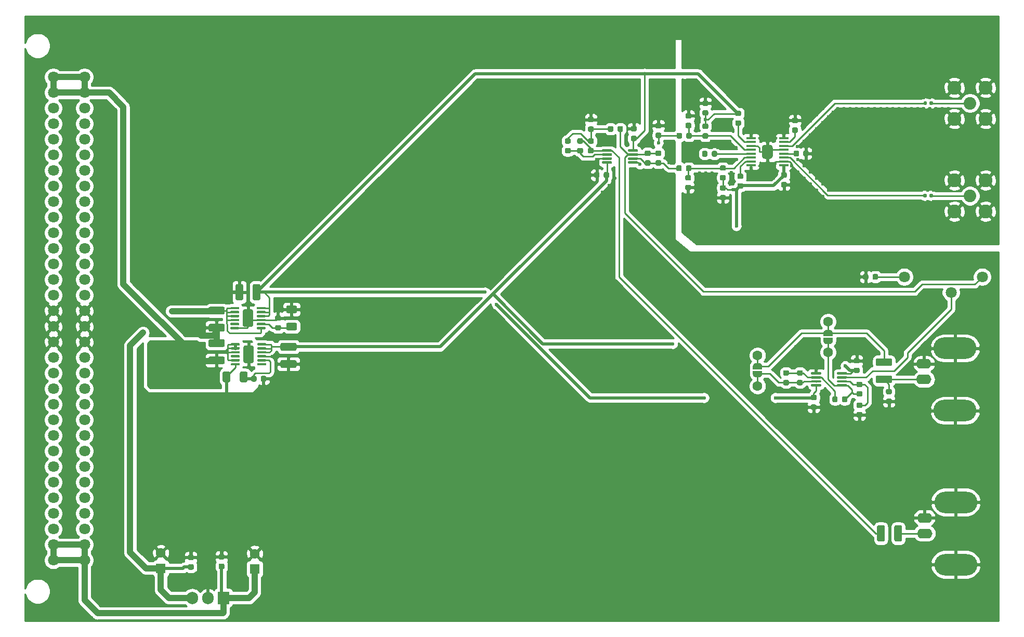
<source format=gbr>
G04 #@! TF.GenerationSoftware,KiCad,Pcbnew,(5.1.9)-1*
G04 #@! TF.CreationDate,2021-08-23T23:00:31+02:00*
G04 #@! TF.ProjectId,PFD_HMC439QS16G,5046445f-484d-4433-9433-395153313647,1.3*
G04 #@! TF.SameCoordinates,Original*
G04 #@! TF.FileFunction,Copper,L1,Top*
G04 #@! TF.FilePolarity,Positive*
%FSLAX46Y46*%
G04 Gerber Fmt 4.6, Leading zero omitted, Abs format (unit mm)*
G04 Created by KiCad (PCBNEW (5.1.9)-1) date 2021-08-23 23:00:31*
%MOMM*%
%LPD*%
G01*
G04 APERTURE LIST*
G04 #@! TA.AperFunction,ComponentPad*
%ADD10C,2.050000*%
G04 #@! TD*
G04 #@! TA.AperFunction,ComponentPad*
%ADD11C,2.250000*%
G04 #@! TD*
G04 #@! TA.AperFunction,SMDPad,CuDef*
%ADD12C,0.100000*%
G04 #@! TD*
G04 #@! TA.AperFunction,ComponentPad*
%ADD13C,1.800000*%
G04 #@! TD*
G04 #@! TA.AperFunction,SMDPad,CuDef*
%ADD14R,1.600000X0.410000*%
G04 #@! TD*
G04 #@! TA.AperFunction,ComponentPad*
%ADD15C,1.600000*%
G04 #@! TD*
G04 #@! TA.AperFunction,ComponentPad*
%ADD16R,1.600000X1.600000*%
G04 #@! TD*
G04 #@! TA.AperFunction,ComponentPad*
%ADD17R,1.905000X2.000000*%
G04 #@! TD*
G04 #@! TA.AperFunction,ComponentPad*
%ADD18O,1.905000X2.000000*%
G04 #@! TD*
G04 #@! TA.AperFunction,ComponentPad*
%ADD19O,2.500000X1.600000*%
G04 #@! TD*
G04 #@! TA.AperFunction,ComponentPad*
%ADD20O,7.000000X3.500000*%
G04 #@! TD*
G04 #@! TA.AperFunction,ViaPad*
%ADD21C,0.600000*%
G04 #@! TD*
G04 #@! TA.AperFunction,Conductor*
%ADD22C,0.250000*%
G04 #@! TD*
G04 #@! TA.AperFunction,Conductor*
%ADD23C,1.000000*%
G04 #@! TD*
G04 #@! TA.AperFunction,Conductor*
%ADD24C,0.500000*%
G04 #@! TD*
G04 #@! TA.AperFunction,Conductor*
%ADD25C,0.254000*%
G04 #@! TD*
G04 #@! TA.AperFunction,Conductor*
%ADD26C,0.100000*%
G04 #@! TD*
G04 APERTURE END LIST*
G04 #@! TA.AperFunction,SMDPad,CuDef*
G36*
G01*
X217975000Y-80122500D02*
X217975000Y-79777500D01*
G75*
G02*
X218122500Y-79630000I147500J0D01*
G01*
X218417500Y-79630000D01*
G75*
G02*
X218565000Y-79777500I0J-147500D01*
G01*
X218565000Y-80122500D01*
G75*
G02*
X218417500Y-80270000I-147500J0D01*
G01*
X218122500Y-80270000D01*
G75*
G02*
X217975000Y-80122500I0J147500D01*
G01*
G37*
G04 #@! TD.AperFunction*
G04 #@! TA.AperFunction,SMDPad,CuDef*
G36*
G01*
X217005000Y-80122500D02*
X217005000Y-79777500D01*
G75*
G02*
X217152500Y-79630000I147500J0D01*
G01*
X217447500Y-79630000D01*
G75*
G02*
X217595000Y-79777500I0J-147500D01*
G01*
X217595000Y-80122500D01*
G75*
G02*
X217447500Y-80270000I-147500J0D01*
G01*
X217152500Y-80270000D01*
G75*
G02*
X217005000Y-80122500I0J147500D01*
G01*
G37*
G04 #@! TD.AperFunction*
G04 #@! TA.AperFunction,SMDPad,CuDef*
G36*
G01*
X100825000Y-98075000D02*
X102975000Y-98075000D01*
G75*
G02*
X103225000Y-98325000I0J-250000D01*
G01*
X103225000Y-99075000D01*
G75*
G02*
X102975000Y-99325000I-250000J0D01*
G01*
X100825000Y-99325000D01*
G75*
G02*
X100575000Y-99075000I0J250000D01*
G01*
X100575000Y-98325000D01*
G75*
G02*
X100825000Y-98075000I250000J0D01*
G01*
G37*
G04 #@! TD.AperFunction*
G04 #@! TA.AperFunction,SMDPad,CuDef*
G36*
G01*
X100825000Y-100875000D02*
X102975000Y-100875000D01*
G75*
G02*
X103225000Y-101125000I0J-250000D01*
G01*
X103225000Y-101875000D01*
G75*
G02*
X102975000Y-102125000I-250000J0D01*
G01*
X100825000Y-102125000D01*
G75*
G02*
X100575000Y-101875000I0J250000D01*
G01*
X100575000Y-101125000D01*
G75*
G02*
X100825000Y-100875000I250000J0D01*
G01*
G37*
G04 #@! TD.AperFunction*
G04 #@! TA.AperFunction,SMDPad,CuDef*
G36*
G01*
X102975000Y-107425000D02*
X100825000Y-107425000D01*
G75*
G02*
X100575000Y-107175000I0J250000D01*
G01*
X100575000Y-106425000D01*
G75*
G02*
X100825000Y-106175000I250000J0D01*
G01*
X102975000Y-106175000D01*
G75*
G02*
X103225000Y-106425000I0J-250000D01*
G01*
X103225000Y-107175000D01*
G75*
G02*
X102975000Y-107425000I-250000J0D01*
G01*
G37*
G04 #@! TD.AperFunction*
G04 #@! TA.AperFunction,SMDPad,CuDef*
G36*
G01*
X102975000Y-104625000D02*
X100825000Y-104625000D01*
G75*
G02*
X100575000Y-104375000I0J250000D01*
G01*
X100575000Y-103625000D01*
G75*
G02*
X100825000Y-103375000I250000J0D01*
G01*
X102975000Y-103375000D01*
G75*
G02*
X103225000Y-103625000I0J-250000D01*
G01*
X103225000Y-104375000D01*
G75*
G02*
X102975000Y-104625000I-250000J0D01*
G01*
G37*
G04 #@! TD.AperFunction*
G04 #@! TA.AperFunction,SMDPad,CuDef*
G36*
G01*
X197450000Y-73356250D02*
X197450000Y-72843750D01*
G75*
G02*
X197668750Y-72625000I218750J0D01*
G01*
X198106250Y-72625000D01*
G75*
G02*
X198325000Y-72843750I0J-218750D01*
G01*
X198325000Y-73356250D01*
G75*
G02*
X198106250Y-73575000I-218750J0D01*
G01*
X197668750Y-73575000D01*
G75*
G02*
X197450000Y-73356250I0J218750D01*
G01*
G37*
G04 #@! TD.AperFunction*
G04 #@! TA.AperFunction,SMDPad,CuDef*
G36*
G01*
X195875000Y-73356250D02*
X195875000Y-72843750D01*
G75*
G02*
X196093750Y-72625000I218750J0D01*
G01*
X196531250Y-72625000D01*
G75*
G02*
X196750000Y-72843750I0J-218750D01*
G01*
X196750000Y-73356250D01*
G75*
G02*
X196531250Y-73575000I-218750J0D01*
G01*
X196093750Y-73575000D01*
G75*
G02*
X195875000Y-73356250I0J218750D01*
G01*
G37*
G04 #@! TD.AperFunction*
G04 #@! TA.AperFunction,SMDPad,CuDef*
G36*
G01*
X196356250Y-69725000D02*
X195843750Y-69725000D01*
G75*
G02*
X195625000Y-69506250I0J218750D01*
G01*
X195625000Y-69068750D01*
G75*
G02*
X195843750Y-68850000I218750J0D01*
G01*
X196356250Y-68850000D01*
G75*
G02*
X196575000Y-69068750I0J-218750D01*
G01*
X196575000Y-69506250D01*
G75*
G02*
X196356250Y-69725000I-218750J0D01*
G01*
G37*
G04 #@! TD.AperFunction*
G04 #@! TA.AperFunction,SMDPad,CuDef*
G36*
G01*
X196356250Y-68150000D02*
X195843750Y-68150000D01*
G75*
G02*
X195625000Y-67931250I0J218750D01*
G01*
X195625000Y-67493750D01*
G75*
G02*
X195843750Y-67275000I218750J0D01*
G01*
X196356250Y-67275000D01*
G75*
G02*
X196575000Y-67493750I0J-218750D01*
G01*
X196575000Y-67931250D01*
G75*
G02*
X196356250Y-68150000I-218750J0D01*
G01*
G37*
G04 #@! TD.AperFunction*
G04 #@! TA.AperFunction,SMDPad,CuDef*
G36*
G01*
X114725000Y-101925000D02*
X113475000Y-101925000D01*
G75*
G02*
X113225000Y-101675000I0J250000D01*
G01*
X113225000Y-100925000D01*
G75*
G02*
X113475000Y-100675000I250000J0D01*
G01*
X114725000Y-100675000D01*
G75*
G02*
X114975000Y-100925000I0J-250000D01*
G01*
X114975000Y-101675000D01*
G75*
G02*
X114725000Y-101925000I-250000J0D01*
G01*
G37*
G04 #@! TD.AperFunction*
G04 #@! TA.AperFunction,SMDPad,CuDef*
G36*
G01*
X114725000Y-99125000D02*
X113475000Y-99125000D01*
G75*
G02*
X113225000Y-98875000I0J250000D01*
G01*
X113225000Y-98125000D01*
G75*
G02*
X113475000Y-97875000I250000J0D01*
G01*
X114725000Y-97875000D01*
G75*
G02*
X114975000Y-98125000I0J-250000D01*
G01*
X114975000Y-98875000D01*
G75*
G02*
X114725000Y-99125000I-250000J0D01*
G01*
G37*
G04 #@! TD.AperFunction*
G04 #@! TA.AperFunction,SMDPad,CuDef*
G36*
G01*
X104125000Y-108875000D02*
X104125000Y-110125000D01*
G75*
G02*
X103875000Y-110375000I-250000J0D01*
G01*
X103125000Y-110375000D01*
G75*
G02*
X102875000Y-110125000I0J250000D01*
G01*
X102875000Y-108875000D01*
G75*
G02*
X103125000Y-108625000I250000J0D01*
G01*
X103875000Y-108625000D01*
G75*
G02*
X104125000Y-108875000I0J-250000D01*
G01*
G37*
G04 #@! TD.AperFunction*
G04 #@! TA.AperFunction,SMDPad,CuDef*
G36*
G01*
X106925000Y-108875000D02*
X106925000Y-110125000D01*
G75*
G02*
X106675000Y-110375000I-250000J0D01*
G01*
X105925000Y-110375000D01*
G75*
G02*
X105675000Y-110125000I0J250000D01*
G01*
X105675000Y-108875000D01*
G75*
G02*
X105925000Y-108625000I250000J0D01*
G01*
X106675000Y-108625000D01*
G75*
G02*
X106925000Y-108875000I0J-250000D01*
G01*
G37*
G04 #@! TD.AperFunction*
G04 #@! TA.AperFunction,SMDPad,CuDef*
G36*
G01*
X194043750Y-76175000D02*
X194556250Y-76175000D01*
G75*
G02*
X194775000Y-76393750I0J-218750D01*
G01*
X194775000Y-76831250D01*
G75*
G02*
X194556250Y-77050000I-218750J0D01*
G01*
X194043750Y-77050000D01*
G75*
G02*
X193825000Y-76831250I0J218750D01*
G01*
X193825000Y-76393750D01*
G75*
G02*
X194043750Y-76175000I218750J0D01*
G01*
G37*
G04 #@! TD.AperFunction*
G04 #@! TA.AperFunction,SMDPad,CuDef*
G36*
G01*
X194043750Y-77750000D02*
X194556250Y-77750000D01*
G75*
G02*
X194775000Y-77968750I0J-218750D01*
G01*
X194775000Y-78406250D01*
G75*
G02*
X194556250Y-78625000I-218750J0D01*
G01*
X194043750Y-78625000D01*
G75*
G02*
X193825000Y-78406250I0J218750D01*
G01*
X193825000Y-77968750D01*
G75*
G02*
X194043750Y-77750000I218750J0D01*
G01*
G37*
G04 #@! TD.AperFunction*
G04 #@! TA.AperFunction,SMDPad,CuDef*
G36*
G01*
X181756250Y-65350000D02*
X181243750Y-65350000D01*
G75*
G02*
X181025000Y-65131250I0J218750D01*
G01*
X181025000Y-64693750D01*
G75*
G02*
X181243750Y-64475000I218750J0D01*
G01*
X181756250Y-64475000D01*
G75*
G02*
X181975000Y-64693750I0J-218750D01*
G01*
X181975000Y-65131250D01*
G75*
G02*
X181756250Y-65350000I-218750J0D01*
G01*
G37*
G04 #@! TD.AperFunction*
G04 #@! TA.AperFunction,SMDPad,CuDef*
G36*
G01*
X181756250Y-66925000D02*
X181243750Y-66925000D01*
G75*
G02*
X181025000Y-66706250I0J218750D01*
G01*
X181025000Y-66268750D01*
G75*
G02*
X181243750Y-66050000I218750J0D01*
G01*
X181756250Y-66050000D01*
G75*
G02*
X181975000Y-66268750I0J-218750D01*
G01*
X181975000Y-66706250D01*
G75*
G02*
X181756250Y-66925000I-218750J0D01*
G01*
G37*
G04 #@! TD.AperFunction*
G04 #@! TA.AperFunction,SMDPad,CuDef*
G36*
G01*
X106225000Y-94625000D02*
X106225000Y-96775000D01*
G75*
G02*
X105975000Y-97025000I-250000J0D01*
G01*
X105225000Y-97025000D01*
G75*
G02*
X104975000Y-96775000I0J250000D01*
G01*
X104975000Y-94625000D01*
G75*
G02*
X105225000Y-94375000I250000J0D01*
G01*
X105975000Y-94375000D01*
G75*
G02*
X106225000Y-94625000I0J-250000D01*
G01*
G37*
G04 #@! TD.AperFunction*
G04 #@! TA.AperFunction,SMDPad,CuDef*
G36*
G01*
X109025000Y-94625000D02*
X109025000Y-96775000D01*
G75*
G02*
X108775000Y-97025000I-250000J0D01*
G01*
X108025000Y-97025000D01*
G75*
G02*
X107775000Y-96775000I0J250000D01*
G01*
X107775000Y-94625000D01*
G75*
G02*
X108025000Y-94375000I250000J0D01*
G01*
X108775000Y-94375000D01*
G75*
G02*
X109025000Y-94625000I0J-250000D01*
G01*
G37*
G04 #@! TD.AperFunction*
G04 #@! TA.AperFunction,SMDPad,CuDef*
G36*
G01*
X112525000Y-106775000D02*
X114675000Y-106775000D01*
G75*
G02*
X114925000Y-107025000I0J-250000D01*
G01*
X114925000Y-107775000D01*
G75*
G02*
X114675000Y-108025000I-250000J0D01*
G01*
X112525000Y-108025000D01*
G75*
G02*
X112275000Y-107775000I0J250000D01*
G01*
X112275000Y-107025000D01*
G75*
G02*
X112525000Y-106775000I250000J0D01*
G01*
G37*
G04 #@! TD.AperFunction*
G04 #@! TA.AperFunction,SMDPad,CuDef*
G36*
G01*
X112525000Y-103975000D02*
X114675000Y-103975000D01*
G75*
G02*
X114925000Y-104225000I0J-250000D01*
G01*
X114925000Y-104975000D01*
G75*
G02*
X114675000Y-105225000I-250000J0D01*
G01*
X112525000Y-105225000D01*
G75*
G02*
X112275000Y-104975000I0J250000D01*
G01*
X112275000Y-104225000D01*
G75*
G02*
X112525000Y-103975000I250000J0D01*
G01*
G37*
G04 #@! TD.AperFunction*
G04 #@! TA.AperFunction,SMDPad,CuDef*
G36*
G01*
X178956250Y-77500000D02*
X178443750Y-77500000D01*
G75*
G02*
X178225000Y-77281250I0J218750D01*
G01*
X178225000Y-76843750D01*
G75*
G02*
X178443750Y-76625000I218750J0D01*
G01*
X178956250Y-76625000D01*
G75*
G02*
X179175000Y-76843750I0J-218750D01*
G01*
X179175000Y-77281250D01*
G75*
G02*
X178956250Y-77500000I-218750J0D01*
G01*
G37*
G04 #@! TD.AperFunction*
G04 #@! TA.AperFunction,SMDPad,CuDef*
G36*
G01*
X178956250Y-79075000D02*
X178443750Y-79075000D01*
G75*
G02*
X178225000Y-78856250I0J218750D01*
G01*
X178225000Y-78418750D01*
G75*
G02*
X178443750Y-78200000I218750J0D01*
G01*
X178956250Y-78200000D01*
G75*
G02*
X179175000Y-78418750I0J-218750D01*
G01*
X179175000Y-78856250D01*
G75*
G02*
X178956250Y-79075000I-218750J0D01*
G01*
G37*
G04 #@! TD.AperFunction*
G04 #@! TA.AperFunction,SMDPad,CuDef*
G36*
G01*
X179006250Y-68975000D02*
X178493750Y-68975000D01*
G75*
G02*
X178275000Y-68756250I0J218750D01*
G01*
X178275000Y-68318750D01*
G75*
G02*
X178493750Y-68100000I218750J0D01*
G01*
X179006250Y-68100000D01*
G75*
G02*
X179225000Y-68318750I0J-218750D01*
G01*
X179225000Y-68756250D01*
G75*
G02*
X179006250Y-68975000I-218750J0D01*
G01*
G37*
G04 #@! TD.AperFunction*
G04 #@! TA.AperFunction,SMDPad,CuDef*
G36*
G01*
X179006250Y-67400000D02*
X178493750Y-67400000D01*
G75*
G02*
X178275000Y-67181250I0J218750D01*
G01*
X178275000Y-66743750D01*
G75*
G02*
X178493750Y-66525000I218750J0D01*
G01*
X179006250Y-66525000D01*
G75*
G02*
X179225000Y-66743750I0J-218750D01*
G01*
X179225000Y-67181250D01*
G75*
G02*
X179006250Y-67400000I-218750J0D01*
G01*
G37*
G04 #@! TD.AperFunction*
G04 #@! TA.AperFunction,SMDPad,CuDef*
G36*
G01*
X163106250Y-68000000D02*
X162593750Y-68000000D01*
G75*
G02*
X162375000Y-67781250I0J218750D01*
G01*
X162375000Y-67343750D01*
G75*
G02*
X162593750Y-67125000I218750J0D01*
G01*
X163106250Y-67125000D01*
G75*
G02*
X163325000Y-67343750I0J-218750D01*
G01*
X163325000Y-67781250D01*
G75*
G02*
X163106250Y-68000000I-218750J0D01*
G01*
G37*
G04 #@! TD.AperFunction*
G04 #@! TA.AperFunction,SMDPad,CuDef*
G36*
G01*
X163106250Y-69575000D02*
X162593750Y-69575000D01*
G75*
G02*
X162375000Y-69356250I0J218750D01*
G01*
X162375000Y-68918750D01*
G75*
G02*
X162593750Y-68700000I218750J0D01*
G01*
X163106250Y-68700000D01*
G75*
G02*
X163325000Y-68918750I0J-218750D01*
G01*
X163325000Y-69356250D01*
G75*
G02*
X163106250Y-69575000I-218750J0D01*
G01*
G37*
G04 #@! TD.AperFunction*
G04 #@! TA.AperFunction,SMDPad,CuDef*
G36*
G01*
X160843750Y-70625000D02*
X161356250Y-70625000D01*
G75*
G02*
X161575000Y-70843750I0J-218750D01*
G01*
X161575000Y-71281250D01*
G75*
G02*
X161356250Y-71500000I-218750J0D01*
G01*
X160843750Y-71500000D01*
G75*
G02*
X160625000Y-71281250I0J218750D01*
G01*
X160625000Y-70843750D01*
G75*
G02*
X160843750Y-70625000I218750J0D01*
G01*
G37*
G04 #@! TD.AperFunction*
G04 #@! TA.AperFunction,SMDPad,CuDef*
G36*
G01*
X160843750Y-72200000D02*
X161356250Y-72200000D01*
G75*
G02*
X161575000Y-72418750I0J-218750D01*
G01*
X161575000Y-72856250D01*
G75*
G02*
X161356250Y-73075000I-218750J0D01*
G01*
X160843750Y-73075000D01*
G75*
G02*
X160625000Y-72856250I0J218750D01*
G01*
X160625000Y-72418750D01*
G75*
G02*
X160843750Y-72200000I218750J0D01*
G01*
G37*
G04 #@! TD.AperFunction*
G04 #@! TA.AperFunction,SMDPad,CuDef*
G36*
G01*
X165825000Y-76343750D02*
X165825000Y-76856250D01*
G75*
G02*
X165606250Y-77075000I-218750J0D01*
G01*
X165168750Y-77075000D01*
G75*
G02*
X164950000Y-76856250I0J218750D01*
G01*
X164950000Y-76343750D01*
G75*
G02*
X165168750Y-76125000I218750J0D01*
G01*
X165606250Y-76125000D01*
G75*
G02*
X165825000Y-76343750I0J-218750D01*
G01*
G37*
G04 #@! TD.AperFunction*
G04 #@! TA.AperFunction,SMDPad,CuDef*
G36*
G01*
X164250000Y-76343750D02*
X164250000Y-76856250D01*
G75*
G02*
X164031250Y-77075000I-218750J0D01*
G01*
X163593750Y-77075000D01*
G75*
G02*
X163375000Y-76856250I0J218750D01*
G01*
X163375000Y-76343750D01*
G75*
G02*
X163593750Y-76125000I218750J0D01*
G01*
X164031250Y-76125000D01*
G75*
G02*
X164250000Y-76343750I0J-218750D01*
G01*
G37*
G04 #@! TD.AperFunction*
G04 #@! TA.AperFunction,SMDPad,CuDef*
G36*
G01*
X170106250Y-69500000D02*
X169593750Y-69500000D01*
G75*
G02*
X169375000Y-69281250I0J218750D01*
G01*
X169375000Y-68843750D01*
G75*
G02*
X169593750Y-68625000I218750J0D01*
G01*
X170106250Y-68625000D01*
G75*
G02*
X170325000Y-68843750I0J-218750D01*
G01*
X170325000Y-69281250D01*
G75*
G02*
X170106250Y-69500000I-218750J0D01*
G01*
G37*
G04 #@! TD.AperFunction*
G04 #@! TA.AperFunction,SMDPad,CuDef*
G36*
G01*
X170106250Y-71075000D02*
X169593750Y-71075000D01*
G75*
G02*
X169375000Y-70856250I0J218750D01*
G01*
X169375000Y-70418750D01*
G75*
G02*
X169593750Y-70200000I218750J0D01*
G01*
X170106250Y-70200000D01*
G75*
G02*
X170325000Y-70418750I0J-218750D01*
G01*
X170325000Y-70856250D01*
G75*
G02*
X170106250Y-71075000I-218750J0D01*
G01*
G37*
G04 #@! TD.AperFunction*
G04 #@! TA.AperFunction,SMDPad,CuDef*
G36*
G01*
X184093750Y-79850000D02*
X184606250Y-79850000D01*
G75*
G02*
X184825000Y-80068750I0J-218750D01*
G01*
X184825000Y-80506250D01*
G75*
G02*
X184606250Y-80725000I-218750J0D01*
G01*
X184093750Y-80725000D01*
G75*
G02*
X183875000Y-80506250I0J218750D01*
G01*
X183875000Y-80068750D01*
G75*
G02*
X184093750Y-79850000I218750J0D01*
G01*
G37*
G04 #@! TD.AperFunction*
G04 #@! TA.AperFunction,SMDPad,CuDef*
G36*
G01*
X184093750Y-78275000D02*
X184606250Y-78275000D01*
G75*
G02*
X184825000Y-78493750I0J-218750D01*
G01*
X184825000Y-78931250D01*
G75*
G02*
X184606250Y-79150000I-218750J0D01*
G01*
X184093750Y-79150000D01*
G75*
G02*
X183875000Y-78931250I0J218750D01*
G01*
X183875000Y-78493750D01*
G75*
G02*
X184093750Y-78275000I218750J0D01*
G01*
G37*
G04 #@! TD.AperFunction*
G04 #@! TA.AperFunction,SMDPad,CuDef*
G36*
G01*
X173593750Y-74200000D02*
X174106250Y-74200000D01*
G75*
G02*
X174325000Y-74418750I0J-218750D01*
G01*
X174325000Y-74856250D01*
G75*
G02*
X174106250Y-75075000I-218750J0D01*
G01*
X173593750Y-75075000D01*
G75*
G02*
X173375000Y-74856250I0J218750D01*
G01*
X173375000Y-74418750D01*
G75*
G02*
X173593750Y-74200000I218750J0D01*
G01*
G37*
G04 #@! TD.AperFunction*
G04 #@! TA.AperFunction,SMDPad,CuDef*
G36*
G01*
X173593750Y-72625000D02*
X174106250Y-72625000D01*
G75*
G02*
X174325000Y-72843750I0J-218750D01*
G01*
X174325000Y-73281250D01*
G75*
G02*
X174106250Y-73500000I-218750J0D01*
G01*
X173593750Y-73500000D01*
G75*
G02*
X173375000Y-73281250I0J218750D01*
G01*
X173375000Y-72843750D01*
G75*
G02*
X173593750Y-72625000I218750J0D01*
G01*
G37*
G04 #@! TD.AperFunction*
G04 #@! TA.AperFunction,SMDPad,CuDef*
G36*
G01*
X206406250Y-107300000D02*
X205893750Y-107300000D01*
G75*
G02*
X205675000Y-107081250I0J218750D01*
G01*
X205675000Y-106643750D01*
G75*
G02*
X205893750Y-106425000I218750J0D01*
G01*
X206406250Y-106425000D01*
G75*
G02*
X206625000Y-106643750I0J-218750D01*
G01*
X206625000Y-107081250D01*
G75*
G02*
X206406250Y-107300000I-218750J0D01*
G01*
G37*
G04 #@! TD.AperFunction*
G04 #@! TA.AperFunction,SMDPad,CuDef*
G36*
G01*
X206406250Y-108875000D02*
X205893750Y-108875000D01*
G75*
G02*
X205675000Y-108656250I0J218750D01*
G01*
X205675000Y-108218750D01*
G75*
G02*
X205893750Y-108000000I218750J0D01*
G01*
X206406250Y-108000000D01*
G75*
G02*
X206625000Y-108218750I0J-218750D01*
G01*
X206625000Y-108656250D01*
G75*
G02*
X206406250Y-108875000I-218750J0D01*
G01*
G37*
G04 #@! TD.AperFunction*
G04 #@! TA.AperFunction,SMDPad,CuDef*
G36*
G01*
X198893750Y-112425000D02*
X199406250Y-112425000D01*
G75*
G02*
X199625000Y-112643750I0J-218750D01*
G01*
X199625000Y-113081250D01*
G75*
G02*
X199406250Y-113300000I-218750J0D01*
G01*
X198893750Y-113300000D01*
G75*
G02*
X198675000Y-113081250I0J218750D01*
G01*
X198675000Y-112643750D01*
G75*
G02*
X198893750Y-112425000I218750J0D01*
G01*
G37*
G04 #@! TD.AperFunction*
G04 #@! TA.AperFunction,SMDPad,CuDef*
G36*
G01*
X198893750Y-114000000D02*
X199406250Y-114000000D01*
G75*
G02*
X199625000Y-114218750I0J-218750D01*
G01*
X199625000Y-114656250D01*
G75*
G02*
X199406250Y-114875000I-218750J0D01*
G01*
X198893750Y-114875000D01*
G75*
G02*
X198675000Y-114656250I0J218750D01*
G01*
X198675000Y-114218750D01*
G75*
G02*
X198893750Y-114000000I218750J0D01*
G01*
G37*
G04 #@! TD.AperFunction*
G04 #@! TA.AperFunction,SMDPad,CuDef*
G36*
G01*
X194906250Y-110875000D02*
X194393750Y-110875000D01*
G75*
G02*
X194175000Y-110656250I0J218750D01*
G01*
X194175000Y-110218750D01*
G75*
G02*
X194393750Y-110000000I218750J0D01*
G01*
X194906250Y-110000000D01*
G75*
G02*
X195125000Y-110218750I0J-218750D01*
G01*
X195125000Y-110656250D01*
G75*
G02*
X194906250Y-110875000I-218750J0D01*
G01*
G37*
G04 #@! TD.AperFunction*
G04 #@! TA.AperFunction,SMDPad,CuDef*
G36*
G01*
X194906250Y-109300000D02*
X194393750Y-109300000D01*
G75*
G02*
X194175000Y-109081250I0J218750D01*
G01*
X194175000Y-108643750D01*
G75*
G02*
X194393750Y-108425000I218750J0D01*
G01*
X194906250Y-108425000D01*
G75*
G02*
X195125000Y-108643750I0J-218750D01*
G01*
X195125000Y-109081250D01*
G75*
G02*
X194906250Y-109300000I-218750J0D01*
G01*
G37*
G04 #@! TD.AperFunction*
G04 #@! TA.AperFunction,SMDPad,CuDef*
G36*
G01*
X211143750Y-111475000D02*
X211656250Y-111475000D01*
G75*
G02*
X211875000Y-111693750I0J-218750D01*
G01*
X211875000Y-112131250D01*
G75*
G02*
X211656250Y-112350000I-218750J0D01*
G01*
X211143750Y-112350000D01*
G75*
G02*
X210925000Y-112131250I0J218750D01*
G01*
X210925000Y-111693750D01*
G75*
G02*
X211143750Y-111475000I218750J0D01*
G01*
G37*
G04 #@! TD.AperFunction*
G04 #@! TA.AperFunction,SMDPad,CuDef*
G36*
G01*
X211143750Y-113050000D02*
X211656250Y-113050000D01*
G75*
G02*
X211875000Y-113268750I0J-218750D01*
G01*
X211875000Y-113706250D01*
G75*
G02*
X211656250Y-113925000I-218750J0D01*
G01*
X211143750Y-113925000D01*
G75*
G02*
X210925000Y-113706250I0J218750D01*
G01*
X210925000Y-113268750D01*
G75*
G02*
X211143750Y-113050000I218750J0D01*
G01*
G37*
G04 #@! TD.AperFunction*
D10*
X224600000Y-80000000D03*
D11*
X227140000Y-82540000D03*
X227140000Y-77460000D03*
X222060000Y-77460000D03*
X222060000Y-82540000D03*
X222060000Y-67440000D03*
X222060000Y-62360000D03*
X227140000Y-62360000D03*
X227140000Y-67440000D03*
D10*
X224600000Y-64900000D03*
G04 #@! TA.AperFunction,SMDPad,CuDef*
D12*
G36*
X202250000Y-103150000D02*
G01*
X202250000Y-103650000D01*
X202249398Y-103650000D01*
X202249398Y-103674534D01*
X202244588Y-103723365D01*
X202235016Y-103771490D01*
X202220772Y-103818445D01*
X202201995Y-103863778D01*
X202178864Y-103907051D01*
X202151604Y-103947850D01*
X202120476Y-103985779D01*
X202085779Y-104020476D01*
X202047850Y-104051604D01*
X202007051Y-104078864D01*
X201963778Y-104101995D01*
X201918445Y-104120772D01*
X201871490Y-104135016D01*
X201823365Y-104144588D01*
X201774534Y-104149398D01*
X201750000Y-104149398D01*
X201750000Y-104150000D01*
X201250000Y-104150000D01*
X201250000Y-104149398D01*
X201225466Y-104149398D01*
X201176635Y-104144588D01*
X201128510Y-104135016D01*
X201081555Y-104120772D01*
X201036222Y-104101995D01*
X200992949Y-104078864D01*
X200952150Y-104051604D01*
X200914221Y-104020476D01*
X200879524Y-103985779D01*
X200848396Y-103947850D01*
X200821136Y-103907051D01*
X200798005Y-103863778D01*
X200779228Y-103818445D01*
X200764984Y-103771490D01*
X200755412Y-103723365D01*
X200750602Y-103674534D01*
X200750602Y-103650000D01*
X200750000Y-103650000D01*
X200750000Y-103150000D01*
X202250000Y-103150000D01*
G37*
G04 #@! TD.AperFunction*
G04 #@! TA.AperFunction,SMDPad,CuDef*
G36*
X200750602Y-102350000D02*
G01*
X200750602Y-102325466D01*
X200755412Y-102276635D01*
X200764984Y-102228510D01*
X200779228Y-102181555D01*
X200798005Y-102136222D01*
X200821136Y-102092949D01*
X200848396Y-102052150D01*
X200879524Y-102014221D01*
X200914221Y-101979524D01*
X200952150Y-101948396D01*
X200992949Y-101921136D01*
X201036222Y-101898005D01*
X201081555Y-101879228D01*
X201128510Y-101864984D01*
X201176635Y-101855412D01*
X201225466Y-101850602D01*
X201250000Y-101850602D01*
X201250000Y-101850000D01*
X201750000Y-101850000D01*
X201750000Y-101850602D01*
X201774534Y-101850602D01*
X201823365Y-101855412D01*
X201871490Y-101864984D01*
X201918445Y-101879228D01*
X201963778Y-101898005D01*
X202007051Y-101921136D01*
X202047850Y-101948396D01*
X202085779Y-101979524D01*
X202120476Y-102014221D01*
X202151604Y-102052150D01*
X202178864Y-102092949D01*
X202201995Y-102136222D01*
X202220772Y-102181555D01*
X202235016Y-102228510D01*
X202244588Y-102276635D01*
X202249398Y-102325466D01*
X202249398Y-102350000D01*
X202250000Y-102350000D01*
X202250000Y-102850000D01*
X200750000Y-102850000D01*
X200750000Y-102350000D01*
X200750602Y-102350000D01*
G37*
G04 #@! TD.AperFunction*
G04 #@! TA.AperFunction,SMDPad,CuDef*
G36*
G01*
X112156250Y-101925000D02*
X111643750Y-101925000D01*
G75*
G02*
X111425000Y-101706250I0J218750D01*
G01*
X111425000Y-101268750D01*
G75*
G02*
X111643750Y-101050000I218750J0D01*
G01*
X112156250Y-101050000D01*
G75*
G02*
X112375000Y-101268750I0J-218750D01*
G01*
X112375000Y-101706250D01*
G75*
G02*
X112156250Y-101925000I-218750J0D01*
G01*
G37*
G04 #@! TD.AperFunction*
G04 #@! TA.AperFunction,SMDPad,CuDef*
G36*
G01*
X112156250Y-100350000D02*
X111643750Y-100350000D01*
G75*
G02*
X111425000Y-100131250I0J218750D01*
G01*
X111425000Y-99693750D01*
G75*
G02*
X111643750Y-99475000I218750J0D01*
G01*
X112156250Y-99475000D01*
G75*
G02*
X112375000Y-99693750I0J-218750D01*
G01*
X112375000Y-100131250D01*
G75*
G02*
X112156250Y-100350000I-218750J0D01*
G01*
G37*
G04 #@! TD.AperFunction*
G04 #@! TA.AperFunction,SMDPad,CuDef*
G36*
G01*
X107525000Y-110056250D02*
X107525000Y-109543750D01*
G75*
G02*
X107743750Y-109325000I218750J0D01*
G01*
X108181250Y-109325000D01*
G75*
G02*
X108400000Y-109543750I0J-218750D01*
G01*
X108400000Y-110056250D01*
G75*
G02*
X108181250Y-110275000I-218750J0D01*
G01*
X107743750Y-110275000D01*
G75*
G02*
X107525000Y-110056250I0J218750D01*
G01*
G37*
G04 #@! TD.AperFunction*
G04 #@! TA.AperFunction,SMDPad,CuDef*
G36*
G01*
X109100000Y-110056250D02*
X109100000Y-109543750D01*
G75*
G02*
X109318750Y-109325000I218750J0D01*
G01*
X109756250Y-109325000D01*
G75*
G02*
X109975000Y-109543750I0J-218750D01*
G01*
X109975000Y-110056250D01*
G75*
G02*
X109756250Y-110275000I-218750J0D01*
G01*
X109318750Y-110275000D01*
G75*
G02*
X109100000Y-110056250I0J218750D01*
G01*
G37*
G04 #@! TD.AperFunction*
G04 #@! TA.AperFunction,SMDPad,CuDef*
G36*
G01*
X186593750Y-67700000D02*
X187106250Y-67700000D01*
G75*
G02*
X187325000Y-67918750I0J-218750D01*
G01*
X187325000Y-68356250D01*
G75*
G02*
X187106250Y-68575000I-218750J0D01*
G01*
X186593750Y-68575000D01*
G75*
G02*
X186375000Y-68356250I0J218750D01*
G01*
X186375000Y-67918750D01*
G75*
G02*
X186593750Y-67700000I218750J0D01*
G01*
G37*
G04 #@! TD.AperFunction*
G04 #@! TA.AperFunction,SMDPad,CuDef*
G36*
G01*
X186593750Y-66125000D02*
X187106250Y-66125000D01*
G75*
G02*
X187325000Y-66343750I0J-218750D01*
G01*
X187325000Y-66781250D01*
G75*
G02*
X187106250Y-67000000I-218750J0D01*
G01*
X186593750Y-67000000D01*
G75*
G02*
X186375000Y-66781250I0J218750D01*
G01*
X186375000Y-66343750D01*
G75*
G02*
X186593750Y-66125000I218750J0D01*
G01*
G37*
G04 #@! TD.AperFunction*
G04 #@! TA.AperFunction,SMDPad,CuDef*
G36*
G01*
X184606250Y-77475000D02*
X184093750Y-77475000D01*
G75*
G02*
X183875000Y-77256250I0J218750D01*
G01*
X183875000Y-76818750D01*
G75*
G02*
X184093750Y-76600000I218750J0D01*
G01*
X184606250Y-76600000D01*
G75*
G02*
X184825000Y-76818750I0J-218750D01*
G01*
X184825000Y-77256250D01*
G75*
G02*
X184606250Y-77475000I-218750J0D01*
G01*
G37*
G04 #@! TD.AperFunction*
G04 #@! TA.AperFunction,SMDPad,CuDef*
G36*
G01*
X184606250Y-75900000D02*
X184093750Y-75900000D01*
G75*
G02*
X183875000Y-75681250I0J218750D01*
G01*
X183875000Y-75243750D01*
G75*
G02*
X184093750Y-75025000I218750J0D01*
G01*
X184606250Y-75025000D01*
G75*
G02*
X184825000Y-75243750I0J-218750D01*
G01*
X184825000Y-75681250D01*
G75*
G02*
X184606250Y-75900000I-218750J0D01*
G01*
G37*
G04 #@! TD.AperFunction*
G04 #@! TA.AperFunction,SMDPad,CuDef*
G36*
G01*
X181243750Y-69800000D02*
X181756250Y-69800000D01*
G75*
G02*
X181975000Y-70018750I0J-218750D01*
G01*
X181975000Y-70456250D01*
G75*
G02*
X181756250Y-70675000I-218750J0D01*
G01*
X181243750Y-70675000D01*
G75*
G02*
X181025000Y-70456250I0J218750D01*
G01*
X181025000Y-70018750D01*
G75*
G02*
X181243750Y-69800000I218750J0D01*
G01*
G37*
G04 #@! TD.AperFunction*
G04 #@! TA.AperFunction,SMDPad,CuDef*
G36*
G01*
X181243750Y-68225000D02*
X181756250Y-68225000D01*
G75*
G02*
X181975000Y-68443750I0J-218750D01*
G01*
X181975000Y-68881250D01*
G75*
G02*
X181756250Y-69100000I-218750J0D01*
G01*
X181243750Y-69100000D01*
G75*
G02*
X181025000Y-68881250I0J218750D01*
G01*
X181025000Y-68443750D01*
G75*
G02*
X181243750Y-68225000I218750J0D01*
G01*
G37*
G04 #@! TD.AperFunction*
G04 #@! TA.AperFunction,SMDPad,CuDef*
G36*
G01*
X187456250Y-78825000D02*
X186943750Y-78825000D01*
G75*
G02*
X186725000Y-78606250I0J218750D01*
G01*
X186725000Y-78168750D01*
G75*
G02*
X186943750Y-77950000I218750J0D01*
G01*
X187456250Y-77950000D01*
G75*
G02*
X187675000Y-78168750I0J-218750D01*
G01*
X187675000Y-78606250D01*
G75*
G02*
X187456250Y-78825000I-218750J0D01*
G01*
G37*
G04 #@! TD.AperFunction*
G04 #@! TA.AperFunction,SMDPad,CuDef*
G36*
G01*
X187456250Y-77250000D02*
X186943750Y-77250000D01*
G75*
G02*
X186725000Y-77031250I0J218750D01*
G01*
X186725000Y-76593750D01*
G75*
G02*
X186943750Y-76375000I218750J0D01*
G01*
X187456250Y-76375000D01*
G75*
G02*
X187675000Y-76593750I0J-218750D01*
G01*
X187675000Y-77031250D01*
G75*
G02*
X187456250Y-77250000I-218750J0D01*
G01*
G37*
G04 #@! TD.AperFunction*
G04 #@! TA.AperFunction,SMDPad,CuDef*
G36*
G01*
X182550000Y-73406250D02*
X182550000Y-72893750D01*
G75*
G02*
X182768750Y-72675000I218750J0D01*
G01*
X183206250Y-72675000D01*
G75*
G02*
X183425000Y-72893750I0J-218750D01*
G01*
X183425000Y-73406250D01*
G75*
G02*
X183206250Y-73625000I-218750J0D01*
G01*
X182768750Y-73625000D01*
G75*
G02*
X182550000Y-73406250I0J218750D01*
G01*
G37*
G04 #@! TD.AperFunction*
G04 #@! TA.AperFunction,SMDPad,CuDef*
G36*
G01*
X180975000Y-73406250D02*
X180975000Y-72893750D01*
G75*
G02*
X181193750Y-72675000I218750J0D01*
G01*
X181631250Y-72675000D01*
G75*
G02*
X181850000Y-72893750I0J-218750D01*
G01*
X181850000Y-73406250D01*
G75*
G02*
X181631250Y-73625000I-218750J0D01*
G01*
X181193750Y-73625000D01*
G75*
G02*
X180975000Y-73406250I0J218750D01*
G01*
G37*
G04 #@! TD.AperFunction*
G04 #@! TA.AperFunction,SMDPad,CuDef*
G36*
G01*
X178350000Y-75756250D02*
X178350000Y-75243750D01*
G75*
G02*
X178568750Y-75025000I218750J0D01*
G01*
X179006250Y-75025000D01*
G75*
G02*
X179225000Y-75243750I0J-218750D01*
G01*
X179225000Y-75756250D01*
G75*
G02*
X179006250Y-75975000I-218750J0D01*
G01*
X178568750Y-75975000D01*
G75*
G02*
X178350000Y-75756250I0J218750D01*
G01*
G37*
G04 #@! TD.AperFunction*
G04 #@! TA.AperFunction,SMDPad,CuDef*
G36*
G01*
X176775000Y-75756250D02*
X176775000Y-75243750D01*
G75*
G02*
X176993750Y-75025000I218750J0D01*
G01*
X177431250Y-75025000D01*
G75*
G02*
X177650000Y-75243750I0J-218750D01*
G01*
X177650000Y-75756250D01*
G75*
G02*
X177431250Y-75975000I-218750J0D01*
G01*
X176993750Y-75975000D01*
G75*
G02*
X176775000Y-75756250I0J218750D01*
G01*
G37*
G04 #@! TD.AperFunction*
G04 #@! TA.AperFunction,SMDPad,CuDef*
G36*
G01*
X176825000Y-70456250D02*
X176825000Y-69943750D01*
G75*
G02*
X177043750Y-69725000I218750J0D01*
G01*
X177481250Y-69725000D01*
G75*
G02*
X177700000Y-69943750I0J-218750D01*
G01*
X177700000Y-70456250D01*
G75*
G02*
X177481250Y-70675000I-218750J0D01*
G01*
X177043750Y-70675000D01*
G75*
G02*
X176825000Y-70456250I0J218750D01*
G01*
G37*
G04 #@! TD.AperFunction*
G04 #@! TA.AperFunction,SMDPad,CuDef*
G36*
G01*
X178400000Y-70456250D02*
X178400000Y-69943750D01*
G75*
G02*
X178618750Y-69725000I218750J0D01*
G01*
X179056250Y-69725000D01*
G75*
G02*
X179275000Y-69943750I0J-218750D01*
G01*
X179275000Y-70456250D01*
G75*
G02*
X179056250Y-70675000I-218750J0D01*
G01*
X178618750Y-70675000D01*
G75*
G02*
X178400000Y-70456250I0J218750D01*
G01*
G37*
G04 #@! TD.AperFunction*
G04 #@! TA.AperFunction,SMDPad,CuDef*
G36*
G01*
X174106250Y-69000000D02*
X173593750Y-69000000D01*
G75*
G02*
X173375000Y-68781250I0J218750D01*
G01*
X173375000Y-68343750D01*
G75*
G02*
X173593750Y-68125000I218750J0D01*
G01*
X174106250Y-68125000D01*
G75*
G02*
X174325000Y-68343750I0J-218750D01*
G01*
X174325000Y-68781250D01*
G75*
G02*
X174106250Y-69000000I-218750J0D01*
G01*
G37*
G04 #@! TD.AperFunction*
G04 #@! TA.AperFunction,SMDPad,CuDef*
G36*
G01*
X174106250Y-70575000D02*
X173593750Y-70575000D01*
G75*
G02*
X173375000Y-70356250I0J218750D01*
G01*
X173375000Y-69918750D01*
G75*
G02*
X173593750Y-69700000I218750J0D01*
G01*
X174106250Y-69700000D01*
G75*
G02*
X174325000Y-69918750I0J-218750D01*
G01*
X174325000Y-70356250D01*
G75*
G02*
X174106250Y-70575000I-218750J0D01*
G01*
G37*
G04 #@! TD.AperFunction*
G04 #@! TA.AperFunction,SMDPad,CuDef*
G36*
G01*
X171843750Y-72625000D02*
X172356250Y-72625000D01*
G75*
G02*
X172575000Y-72843750I0J-218750D01*
G01*
X172575000Y-73281250D01*
G75*
G02*
X172356250Y-73500000I-218750J0D01*
G01*
X171843750Y-73500000D01*
G75*
G02*
X171625000Y-73281250I0J218750D01*
G01*
X171625000Y-72843750D01*
G75*
G02*
X171843750Y-72625000I218750J0D01*
G01*
G37*
G04 #@! TD.AperFunction*
G04 #@! TA.AperFunction,SMDPad,CuDef*
G36*
G01*
X171843750Y-74200000D02*
X172356250Y-74200000D01*
G75*
G02*
X172575000Y-74418750I0J-218750D01*
G01*
X172575000Y-74856250D01*
G75*
G02*
X172356250Y-75075000I-218750J0D01*
G01*
X171843750Y-75075000D01*
G75*
G02*
X171625000Y-74856250I0J218750D01*
G01*
X171625000Y-74418750D01*
G75*
G02*
X171843750Y-74200000I218750J0D01*
G01*
G37*
G04 #@! TD.AperFunction*
G04 #@! TA.AperFunction,SMDPad,CuDef*
G36*
G01*
X167200000Y-69356250D02*
X167200000Y-68843750D01*
G75*
G02*
X167418750Y-68625000I218750J0D01*
G01*
X167856250Y-68625000D01*
G75*
G02*
X168075000Y-68843750I0J-218750D01*
G01*
X168075000Y-69356250D01*
G75*
G02*
X167856250Y-69575000I-218750J0D01*
G01*
X167418750Y-69575000D01*
G75*
G02*
X167200000Y-69356250I0J218750D01*
G01*
G37*
G04 #@! TD.AperFunction*
G04 #@! TA.AperFunction,SMDPad,CuDef*
G36*
G01*
X165625000Y-69356250D02*
X165625000Y-68843750D01*
G75*
G02*
X165843750Y-68625000I218750J0D01*
G01*
X166281250Y-68625000D01*
G75*
G02*
X166500000Y-68843750I0J-218750D01*
G01*
X166500000Y-69356250D01*
G75*
G02*
X166281250Y-69575000I-218750J0D01*
G01*
X165843750Y-69575000D01*
G75*
G02*
X165625000Y-69356250I0J218750D01*
G01*
G37*
G04 #@! TD.AperFunction*
G04 #@! TA.AperFunction,SMDPad,CuDef*
G36*
G01*
X162593750Y-72200000D02*
X163106250Y-72200000D01*
G75*
G02*
X163325000Y-72418750I0J-218750D01*
G01*
X163325000Y-72856250D01*
G75*
G02*
X163106250Y-73075000I-218750J0D01*
G01*
X162593750Y-73075000D01*
G75*
G02*
X162375000Y-72856250I0J218750D01*
G01*
X162375000Y-72418750D01*
G75*
G02*
X162593750Y-72200000I218750J0D01*
G01*
G37*
G04 #@! TD.AperFunction*
G04 #@! TA.AperFunction,SMDPad,CuDef*
G36*
G01*
X162593750Y-70625000D02*
X163106250Y-70625000D01*
G75*
G02*
X163325000Y-70843750I0J-218750D01*
G01*
X163325000Y-71281250D01*
G75*
G02*
X163106250Y-71500000I-218750J0D01*
G01*
X162593750Y-71500000D01*
G75*
G02*
X162375000Y-71281250I0J218750D01*
G01*
X162375000Y-70843750D01*
G75*
G02*
X162593750Y-70625000I218750J0D01*
G01*
G37*
G04 #@! TD.AperFunction*
G04 #@! TA.AperFunction,SMDPad,CuDef*
G36*
G01*
X159356250Y-73075000D02*
X158843750Y-73075000D01*
G75*
G02*
X158625000Y-72856250I0J218750D01*
G01*
X158625000Y-72418750D01*
G75*
G02*
X158843750Y-72200000I218750J0D01*
G01*
X159356250Y-72200000D01*
G75*
G02*
X159575000Y-72418750I0J-218750D01*
G01*
X159575000Y-72856250D01*
G75*
G02*
X159356250Y-73075000I-218750J0D01*
G01*
G37*
G04 #@! TD.AperFunction*
G04 #@! TA.AperFunction,SMDPad,CuDef*
G36*
G01*
X159356250Y-71500000D02*
X158843750Y-71500000D01*
G75*
G02*
X158625000Y-71281250I0J218750D01*
G01*
X158625000Y-70843750D01*
G75*
G02*
X158843750Y-70625000I218750J0D01*
G01*
X159356250Y-70625000D01*
G75*
G02*
X159575000Y-70843750I0J-218750D01*
G01*
X159575000Y-71281250D01*
G75*
G02*
X159356250Y-71500000I-218750J0D01*
G01*
G37*
G04 #@! TD.AperFunction*
G04 #@! TA.AperFunction,SMDPad,CuDef*
G36*
G01*
X213525000Y-133925000D02*
X213525000Y-136075000D01*
G75*
G02*
X213275000Y-136325000I-250000J0D01*
G01*
X212525000Y-136325000D01*
G75*
G02*
X212275000Y-136075000I0J250000D01*
G01*
X212275000Y-133925000D01*
G75*
G02*
X212525000Y-133675000I250000J0D01*
G01*
X213275000Y-133675000D01*
G75*
G02*
X213525000Y-133925000I0J-250000D01*
G01*
G37*
G04 #@! TD.AperFunction*
G04 #@! TA.AperFunction,SMDPad,CuDef*
G36*
G01*
X210725000Y-133925000D02*
X210725000Y-136075000D01*
G75*
G02*
X210475000Y-136325000I-250000J0D01*
G01*
X209725000Y-136325000D01*
G75*
G02*
X209475000Y-136075000I0J250000D01*
G01*
X209475000Y-133925000D01*
G75*
G02*
X209725000Y-133675000I250000J0D01*
G01*
X210475000Y-133675000D01*
G75*
G02*
X210725000Y-133925000I0J-250000D01*
G01*
G37*
G04 #@! TD.AperFunction*
G04 #@! TA.AperFunction,SMDPad,CuDef*
G36*
G01*
X207175000Y-93456250D02*
X207175000Y-92943750D01*
G75*
G02*
X207393750Y-92725000I218750J0D01*
G01*
X207831250Y-92725000D01*
G75*
G02*
X208050000Y-92943750I0J-218750D01*
G01*
X208050000Y-93456250D01*
G75*
G02*
X207831250Y-93675000I-218750J0D01*
G01*
X207393750Y-93675000D01*
G75*
G02*
X207175000Y-93456250I0J218750D01*
G01*
G37*
G04 #@! TD.AperFunction*
G04 #@! TA.AperFunction,SMDPad,CuDef*
G36*
G01*
X208750000Y-93456250D02*
X208750000Y-92943750D01*
G75*
G02*
X208968750Y-92725000I218750J0D01*
G01*
X209406250Y-92725000D01*
G75*
G02*
X209625000Y-92943750I0J-218750D01*
G01*
X209625000Y-93456250D01*
G75*
G02*
X209406250Y-93675000I-218750J0D01*
G01*
X208968750Y-93675000D01*
G75*
G02*
X208750000Y-93456250I0J218750D01*
G01*
G37*
G04 #@! TD.AperFunction*
G04 #@! TA.AperFunction,SMDPad,CuDef*
G36*
G01*
X203050000Y-112893750D02*
X203050000Y-113406250D01*
G75*
G02*
X202831250Y-113625000I-218750J0D01*
G01*
X202393750Y-113625000D01*
G75*
G02*
X202175000Y-113406250I0J218750D01*
G01*
X202175000Y-112893750D01*
G75*
G02*
X202393750Y-112675000I218750J0D01*
G01*
X202831250Y-112675000D01*
G75*
G02*
X203050000Y-112893750I0J-218750D01*
G01*
G37*
G04 #@! TD.AperFunction*
G04 #@! TA.AperFunction,SMDPad,CuDef*
G36*
G01*
X204625000Y-112893750D02*
X204625000Y-113406250D01*
G75*
G02*
X204406250Y-113625000I-218750J0D01*
G01*
X203968750Y-113625000D01*
G75*
G02*
X203750000Y-113406250I0J218750D01*
G01*
X203750000Y-112893750D01*
G75*
G02*
X203968750Y-112675000I218750J0D01*
G01*
X204406250Y-112675000D01*
G75*
G02*
X204625000Y-112893750I0J-218750D01*
G01*
G37*
G04 #@! TD.AperFunction*
G04 #@! TA.AperFunction,SMDPad,CuDef*
G36*
G01*
X196643750Y-110000000D02*
X197156250Y-110000000D01*
G75*
G02*
X197375000Y-110218750I0J-218750D01*
G01*
X197375000Y-110656250D01*
G75*
G02*
X197156250Y-110875000I-218750J0D01*
G01*
X196643750Y-110875000D01*
G75*
G02*
X196425000Y-110656250I0J218750D01*
G01*
X196425000Y-110218750D01*
G75*
G02*
X196643750Y-110000000I218750J0D01*
G01*
G37*
G04 #@! TD.AperFunction*
G04 #@! TA.AperFunction,SMDPad,CuDef*
G36*
G01*
X196643750Y-108425000D02*
X197156250Y-108425000D01*
G75*
G02*
X197375000Y-108643750I0J-218750D01*
G01*
X197375000Y-109081250D01*
G75*
G02*
X197156250Y-109300000I-218750J0D01*
G01*
X196643750Y-109300000D01*
G75*
G02*
X196425000Y-109081250I0J218750D01*
G01*
X196425000Y-108643750D01*
G75*
G02*
X196643750Y-108425000I218750J0D01*
G01*
G37*
G04 #@! TD.AperFunction*
G04 #@! TA.AperFunction,SMDPad,CuDef*
G36*
G01*
X209525000Y-109275000D02*
X211675000Y-109275000D01*
G75*
G02*
X211925000Y-109525000I0J-250000D01*
G01*
X211925000Y-110275000D01*
G75*
G02*
X211675000Y-110525000I-250000J0D01*
G01*
X209525000Y-110525000D01*
G75*
G02*
X209275000Y-110275000I0J250000D01*
G01*
X209275000Y-109525000D01*
G75*
G02*
X209525000Y-109275000I250000J0D01*
G01*
G37*
G04 #@! TD.AperFunction*
G04 #@! TA.AperFunction,SMDPad,CuDef*
G36*
G01*
X209525000Y-106475000D02*
X211675000Y-106475000D01*
G75*
G02*
X211925000Y-106725000I0J-250000D01*
G01*
X211925000Y-107475000D01*
G75*
G02*
X211675000Y-107725000I-250000J0D01*
G01*
X209525000Y-107725000D01*
G75*
G02*
X209275000Y-107475000I0J250000D01*
G01*
X209275000Y-106725000D01*
G75*
G02*
X209525000Y-106475000I250000J0D01*
G01*
G37*
G04 #@! TD.AperFunction*
D13*
X213900000Y-93200000D03*
X221520000Y-95740000D03*
X226600000Y-93200000D03*
G04 #@! TA.AperFunction,SMDPad,CuDef*
G36*
G01*
X106180000Y-101100001D02*
X106180000Y-98749999D01*
G75*
G02*
X106429999Y-98500000I249999J0D01*
G01*
X107580001Y-98500000D01*
G75*
G02*
X107830000Y-98749999I0J-249999D01*
G01*
X107830000Y-101100001D01*
G75*
G02*
X107580001Y-101350000I-249999J0D01*
G01*
X106429999Y-101350000D01*
G75*
G02*
X106180000Y-101100001I0J249999D01*
G01*
G37*
G04 #@! TD.AperFunction*
G04 #@! TA.AperFunction,SMDPad,CuDef*
G36*
G01*
X104130000Y-98400000D02*
X104130000Y-98200000D01*
G75*
G02*
X104230000Y-98100000I100000J0D01*
G01*
X105480000Y-98100000D01*
G75*
G02*
X105580000Y-98200000I0J-100000D01*
G01*
X105580000Y-98400000D01*
G75*
G02*
X105480000Y-98500000I-100000J0D01*
G01*
X104230000Y-98500000D01*
G75*
G02*
X104130000Y-98400000I0J100000D01*
G01*
G37*
G04 #@! TD.AperFunction*
G04 #@! TA.AperFunction,SMDPad,CuDef*
G36*
G01*
X104130000Y-99050000D02*
X104130000Y-98850000D01*
G75*
G02*
X104230000Y-98750000I100000J0D01*
G01*
X105480000Y-98750000D01*
G75*
G02*
X105580000Y-98850000I0J-100000D01*
G01*
X105580000Y-99050000D01*
G75*
G02*
X105480000Y-99150000I-100000J0D01*
G01*
X104230000Y-99150000D01*
G75*
G02*
X104130000Y-99050000I0J100000D01*
G01*
G37*
G04 #@! TD.AperFunction*
G04 #@! TA.AperFunction,SMDPad,CuDef*
G36*
G01*
X104130000Y-99700000D02*
X104130000Y-99500000D01*
G75*
G02*
X104230000Y-99400000I100000J0D01*
G01*
X105480000Y-99400000D01*
G75*
G02*
X105580000Y-99500000I0J-100000D01*
G01*
X105580000Y-99700000D01*
G75*
G02*
X105480000Y-99800000I-100000J0D01*
G01*
X104230000Y-99800000D01*
G75*
G02*
X104130000Y-99700000I0J100000D01*
G01*
G37*
G04 #@! TD.AperFunction*
G04 #@! TA.AperFunction,SMDPad,CuDef*
G36*
G01*
X104130000Y-100350000D02*
X104130000Y-100150000D01*
G75*
G02*
X104230000Y-100050000I100000J0D01*
G01*
X105480000Y-100050000D01*
G75*
G02*
X105580000Y-100150000I0J-100000D01*
G01*
X105580000Y-100350000D01*
G75*
G02*
X105480000Y-100450000I-100000J0D01*
G01*
X104230000Y-100450000D01*
G75*
G02*
X104130000Y-100350000I0J100000D01*
G01*
G37*
G04 #@! TD.AperFunction*
G04 #@! TA.AperFunction,SMDPad,CuDef*
G36*
G01*
X104130000Y-101000000D02*
X104130000Y-100800000D01*
G75*
G02*
X104230000Y-100700000I100000J0D01*
G01*
X105480000Y-100700000D01*
G75*
G02*
X105580000Y-100800000I0J-100000D01*
G01*
X105580000Y-101000000D01*
G75*
G02*
X105480000Y-101100000I-100000J0D01*
G01*
X104230000Y-101100000D01*
G75*
G02*
X104130000Y-101000000I0J100000D01*
G01*
G37*
G04 #@! TD.AperFunction*
G04 #@! TA.AperFunction,SMDPad,CuDef*
G36*
G01*
X104130000Y-101650000D02*
X104130000Y-101450000D01*
G75*
G02*
X104230000Y-101350000I100000J0D01*
G01*
X105480000Y-101350000D01*
G75*
G02*
X105580000Y-101450000I0J-100000D01*
G01*
X105580000Y-101650000D01*
G75*
G02*
X105480000Y-101750000I-100000J0D01*
G01*
X104230000Y-101750000D01*
G75*
G02*
X104130000Y-101650000I0J100000D01*
G01*
G37*
G04 #@! TD.AperFunction*
G04 #@! TA.AperFunction,SMDPad,CuDef*
G36*
G01*
X108430000Y-101650000D02*
X108430000Y-101450000D01*
G75*
G02*
X108530000Y-101350000I100000J0D01*
G01*
X109780000Y-101350000D01*
G75*
G02*
X109880000Y-101450000I0J-100000D01*
G01*
X109880000Y-101650000D01*
G75*
G02*
X109780000Y-101750000I-100000J0D01*
G01*
X108530000Y-101750000D01*
G75*
G02*
X108430000Y-101650000I0J100000D01*
G01*
G37*
G04 #@! TD.AperFunction*
G04 #@! TA.AperFunction,SMDPad,CuDef*
G36*
G01*
X108430000Y-101000000D02*
X108430000Y-100800000D01*
G75*
G02*
X108530000Y-100700000I100000J0D01*
G01*
X109780000Y-100700000D01*
G75*
G02*
X109880000Y-100800000I0J-100000D01*
G01*
X109880000Y-101000000D01*
G75*
G02*
X109780000Y-101100000I-100000J0D01*
G01*
X108530000Y-101100000D01*
G75*
G02*
X108430000Y-101000000I0J100000D01*
G01*
G37*
G04 #@! TD.AperFunction*
G04 #@! TA.AperFunction,SMDPad,CuDef*
G36*
G01*
X108430000Y-100350000D02*
X108430000Y-100150000D01*
G75*
G02*
X108530000Y-100050000I100000J0D01*
G01*
X109780000Y-100050000D01*
G75*
G02*
X109880000Y-100150000I0J-100000D01*
G01*
X109880000Y-100350000D01*
G75*
G02*
X109780000Y-100450000I-100000J0D01*
G01*
X108530000Y-100450000D01*
G75*
G02*
X108430000Y-100350000I0J100000D01*
G01*
G37*
G04 #@! TD.AperFunction*
G04 #@! TA.AperFunction,SMDPad,CuDef*
G36*
G01*
X108430000Y-99700000D02*
X108430000Y-99500000D01*
G75*
G02*
X108530000Y-99400000I100000J0D01*
G01*
X109780000Y-99400000D01*
G75*
G02*
X109880000Y-99500000I0J-100000D01*
G01*
X109880000Y-99700000D01*
G75*
G02*
X109780000Y-99800000I-100000J0D01*
G01*
X108530000Y-99800000D01*
G75*
G02*
X108430000Y-99700000I0J100000D01*
G01*
G37*
G04 #@! TD.AperFunction*
G04 #@! TA.AperFunction,SMDPad,CuDef*
G36*
G01*
X108430000Y-99050000D02*
X108430000Y-98850000D01*
G75*
G02*
X108530000Y-98750000I100000J0D01*
G01*
X109780000Y-98750000D01*
G75*
G02*
X109880000Y-98850000I0J-100000D01*
G01*
X109880000Y-99050000D01*
G75*
G02*
X109780000Y-99150000I-100000J0D01*
G01*
X108530000Y-99150000D01*
G75*
G02*
X108430000Y-99050000I0J100000D01*
G01*
G37*
G04 #@! TD.AperFunction*
G04 #@! TA.AperFunction,SMDPad,CuDef*
G36*
G01*
X108430000Y-98400000D02*
X108430000Y-98200000D01*
G75*
G02*
X108530000Y-98100000I100000J0D01*
G01*
X109780000Y-98100000D01*
G75*
G02*
X109880000Y-98200000I0J-100000D01*
G01*
X109880000Y-98400000D01*
G75*
G02*
X109780000Y-98500000I-100000J0D01*
G01*
X108530000Y-98500000D01*
G75*
G02*
X108430000Y-98400000I0J100000D01*
G01*
G37*
G04 #@! TD.AperFunction*
G04 #@! TA.AperFunction,SMDPad,CuDef*
G36*
G01*
X108520000Y-104300000D02*
X108520000Y-104100000D01*
G75*
G02*
X108620000Y-104000000I100000J0D01*
G01*
X109870000Y-104000000D01*
G75*
G02*
X109970000Y-104100000I0J-100000D01*
G01*
X109970000Y-104300000D01*
G75*
G02*
X109870000Y-104400000I-100000J0D01*
G01*
X108620000Y-104400000D01*
G75*
G02*
X108520000Y-104300000I0J100000D01*
G01*
G37*
G04 #@! TD.AperFunction*
G04 #@! TA.AperFunction,SMDPad,CuDef*
G36*
G01*
X108520000Y-104950000D02*
X108520000Y-104750000D01*
G75*
G02*
X108620000Y-104650000I100000J0D01*
G01*
X109870000Y-104650000D01*
G75*
G02*
X109970000Y-104750000I0J-100000D01*
G01*
X109970000Y-104950000D01*
G75*
G02*
X109870000Y-105050000I-100000J0D01*
G01*
X108620000Y-105050000D01*
G75*
G02*
X108520000Y-104950000I0J100000D01*
G01*
G37*
G04 #@! TD.AperFunction*
G04 #@! TA.AperFunction,SMDPad,CuDef*
G36*
G01*
X108520000Y-105600000D02*
X108520000Y-105400000D01*
G75*
G02*
X108620000Y-105300000I100000J0D01*
G01*
X109870000Y-105300000D01*
G75*
G02*
X109970000Y-105400000I0J-100000D01*
G01*
X109970000Y-105600000D01*
G75*
G02*
X109870000Y-105700000I-100000J0D01*
G01*
X108620000Y-105700000D01*
G75*
G02*
X108520000Y-105600000I0J100000D01*
G01*
G37*
G04 #@! TD.AperFunction*
G04 #@! TA.AperFunction,SMDPad,CuDef*
G36*
G01*
X108520000Y-106250000D02*
X108520000Y-106050000D01*
G75*
G02*
X108620000Y-105950000I100000J0D01*
G01*
X109870000Y-105950000D01*
G75*
G02*
X109970000Y-106050000I0J-100000D01*
G01*
X109970000Y-106250000D01*
G75*
G02*
X109870000Y-106350000I-100000J0D01*
G01*
X108620000Y-106350000D01*
G75*
G02*
X108520000Y-106250000I0J100000D01*
G01*
G37*
G04 #@! TD.AperFunction*
G04 #@! TA.AperFunction,SMDPad,CuDef*
G36*
G01*
X108520000Y-106900000D02*
X108520000Y-106700000D01*
G75*
G02*
X108620000Y-106600000I100000J0D01*
G01*
X109870000Y-106600000D01*
G75*
G02*
X109970000Y-106700000I0J-100000D01*
G01*
X109970000Y-106900000D01*
G75*
G02*
X109870000Y-107000000I-100000J0D01*
G01*
X108620000Y-107000000D01*
G75*
G02*
X108520000Y-106900000I0J100000D01*
G01*
G37*
G04 #@! TD.AperFunction*
G04 #@! TA.AperFunction,SMDPad,CuDef*
G36*
G01*
X108520000Y-107550000D02*
X108520000Y-107350000D01*
G75*
G02*
X108620000Y-107250000I100000J0D01*
G01*
X109870000Y-107250000D01*
G75*
G02*
X109970000Y-107350000I0J-100000D01*
G01*
X109970000Y-107550000D01*
G75*
G02*
X109870000Y-107650000I-100000J0D01*
G01*
X108620000Y-107650000D01*
G75*
G02*
X108520000Y-107550000I0J100000D01*
G01*
G37*
G04 #@! TD.AperFunction*
G04 #@! TA.AperFunction,SMDPad,CuDef*
G36*
G01*
X104220000Y-107550000D02*
X104220000Y-107350000D01*
G75*
G02*
X104320000Y-107250000I100000J0D01*
G01*
X105570000Y-107250000D01*
G75*
G02*
X105670000Y-107350000I0J-100000D01*
G01*
X105670000Y-107550000D01*
G75*
G02*
X105570000Y-107650000I-100000J0D01*
G01*
X104320000Y-107650000D01*
G75*
G02*
X104220000Y-107550000I0J100000D01*
G01*
G37*
G04 #@! TD.AperFunction*
G04 #@! TA.AperFunction,SMDPad,CuDef*
G36*
G01*
X104220000Y-106900000D02*
X104220000Y-106700000D01*
G75*
G02*
X104320000Y-106600000I100000J0D01*
G01*
X105570000Y-106600000D01*
G75*
G02*
X105670000Y-106700000I0J-100000D01*
G01*
X105670000Y-106900000D01*
G75*
G02*
X105570000Y-107000000I-100000J0D01*
G01*
X104320000Y-107000000D01*
G75*
G02*
X104220000Y-106900000I0J100000D01*
G01*
G37*
G04 #@! TD.AperFunction*
G04 #@! TA.AperFunction,SMDPad,CuDef*
G36*
G01*
X104220000Y-106250000D02*
X104220000Y-106050000D01*
G75*
G02*
X104320000Y-105950000I100000J0D01*
G01*
X105570000Y-105950000D01*
G75*
G02*
X105670000Y-106050000I0J-100000D01*
G01*
X105670000Y-106250000D01*
G75*
G02*
X105570000Y-106350000I-100000J0D01*
G01*
X104320000Y-106350000D01*
G75*
G02*
X104220000Y-106250000I0J100000D01*
G01*
G37*
G04 #@! TD.AperFunction*
G04 #@! TA.AperFunction,SMDPad,CuDef*
G36*
G01*
X104220000Y-105600000D02*
X104220000Y-105400000D01*
G75*
G02*
X104320000Y-105300000I100000J0D01*
G01*
X105570000Y-105300000D01*
G75*
G02*
X105670000Y-105400000I0J-100000D01*
G01*
X105670000Y-105600000D01*
G75*
G02*
X105570000Y-105700000I-100000J0D01*
G01*
X104320000Y-105700000D01*
G75*
G02*
X104220000Y-105600000I0J100000D01*
G01*
G37*
G04 #@! TD.AperFunction*
G04 #@! TA.AperFunction,SMDPad,CuDef*
G36*
G01*
X104220000Y-104950000D02*
X104220000Y-104750000D01*
G75*
G02*
X104320000Y-104650000I100000J0D01*
G01*
X105570000Y-104650000D01*
G75*
G02*
X105670000Y-104750000I0J-100000D01*
G01*
X105670000Y-104950000D01*
G75*
G02*
X105570000Y-105050000I-100000J0D01*
G01*
X104320000Y-105050000D01*
G75*
G02*
X104220000Y-104950000I0J100000D01*
G01*
G37*
G04 #@! TD.AperFunction*
G04 #@! TA.AperFunction,SMDPad,CuDef*
G36*
G01*
X104220000Y-104300000D02*
X104220000Y-104100000D01*
G75*
G02*
X104320000Y-104000000I100000J0D01*
G01*
X105570000Y-104000000D01*
G75*
G02*
X105670000Y-104100000I0J-100000D01*
G01*
X105670000Y-104300000D01*
G75*
G02*
X105570000Y-104400000I-100000J0D01*
G01*
X104320000Y-104400000D01*
G75*
G02*
X104220000Y-104300000I0J100000D01*
G01*
G37*
G04 #@! TD.AperFunction*
G04 #@! TA.AperFunction,SMDPad,CuDef*
G36*
G01*
X106270000Y-107000001D02*
X106270000Y-104649999D01*
G75*
G02*
X106519999Y-104400000I249999J0D01*
G01*
X107670001Y-104400000D01*
G75*
G02*
X107920000Y-104649999I0J-249999D01*
G01*
X107920000Y-107000001D01*
G75*
G02*
X107670001Y-107250000I-249999J0D01*
G01*
X106519999Y-107250000D01*
G75*
G02*
X106270000Y-107000001I0J249999D01*
G01*
G37*
G04 #@! TD.AperFunction*
D14*
X194254300Y-75040000D03*
X194254300Y-74405000D03*
X194254300Y-73770000D03*
X194254300Y-73135000D03*
X194254300Y-72500000D03*
X194254300Y-71865000D03*
X194254300Y-71230000D03*
X194254300Y-70595000D03*
X188945700Y-70595000D03*
X188945700Y-71230000D03*
X188945700Y-71865000D03*
X188945700Y-72500000D03*
X188945700Y-73135000D03*
X188945700Y-73770000D03*
X188945700Y-74405000D03*
X188945700Y-75040000D03*
G04 #@! TA.AperFunction,SMDPad,CuDef*
G36*
G01*
X192475000Y-72105000D02*
X192475000Y-73530000D01*
G75*
G02*
X192037500Y-73967500I-437500J0D01*
G01*
X191162500Y-73967500D01*
G75*
G02*
X190725000Y-73530000I0J437500D01*
G01*
X190725000Y-72105000D01*
G75*
G02*
X191162500Y-71667500I437500J0D01*
G01*
X192037500Y-71667500D01*
G75*
G02*
X192475000Y-72105000I0J-437500D01*
G01*
G37*
G04 #@! TD.AperFunction*
G04 #@! TA.AperFunction,SMDPad,CuDef*
G36*
G01*
X164675000Y-72725000D02*
X164675000Y-72525000D01*
G75*
G02*
X164775000Y-72425000I100000J0D01*
G01*
X166200000Y-72425000D01*
G75*
G02*
X166300000Y-72525000I0J-100000D01*
G01*
X166300000Y-72725000D01*
G75*
G02*
X166200000Y-72825000I-100000J0D01*
G01*
X164775000Y-72825000D01*
G75*
G02*
X164675000Y-72725000I0J100000D01*
G01*
G37*
G04 #@! TD.AperFunction*
G04 #@! TA.AperFunction,SMDPad,CuDef*
G36*
G01*
X164675000Y-73375000D02*
X164675000Y-73175000D01*
G75*
G02*
X164775000Y-73075000I100000J0D01*
G01*
X166200000Y-73075000D01*
G75*
G02*
X166300000Y-73175000I0J-100000D01*
G01*
X166300000Y-73375000D01*
G75*
G02*
X166200000Y-73475000I-100000J0D01*
G01*
X164775000Y-73475000D01*
G75*
G02*
X164675000Y-73375000I0J100000D01*
G01*
G37*
G04 #@! TD.AperFunction*
G04 #@! TA.AperFunction,SMDPad,CuDef*
G36*
G01*
X164675000Y-74025000D02*
X164675000Y-73825000D01*
G75*
G02*
X164775000Y-73725000I100000J0D01*
G01*
X166200000Y-73725000D01*
G75*
G02*
X166300000Y-73825000I0J-100000D01*
G01*
X166300000Y-74025000D01*
G75*
G02*
X166200000Y-74125000I-100000J0D01*
G01*
X164775000Y-74125000D01*
G75*
G02*
X164675000Y-74025000I0J100000D01*
G01*
G37*
G04 #@! TD.AperFunction*
G04 #@! TA.AperFunction,SMDPad,CuDef*
G36*
G01*
X164675000Y-74675000D02*
X164675000Y-74475000D01*
G75*
G02*
X164775000Y-74375000I100000J0D01*
G01*
X166200000Y-74375000D01*
G75*
G02*
X166300000Y-74475000I0J-100000D01*
G01*
X166300000Y-74675000D01*
G75*
G02*
X166200000Y-74775000I-100000J0D01*
G01*
X164775000Y-74775000D01*
G75*
G02*
X164675000Y-74675000I0J100000D01*
G01*
G37*
G04 #@! TD.AperFunction*
G04 #@! TA.AperFunction,SMDPad,CuDef*
G36*
G01*
X168900000Y-74675000D02*
X168900000Y-74475000D01*
G75*
G02*
X169000000Y-74375000I100000J0D01*
G01*
X170425000Y-74375000D01*
G75*
G02*
X170525000Y-74475000I0J-100000D01*
G01*
X170525000Y-74675000D01*
G75*
G02*
X170425000Y-74775000I-100000J0D01*
G01*
X169000000Y-74775000D01*
G75*
G02*
X168900000Y-74675000I0J100000D01*
G01*
G37*
G04 #@! TD.AperFunction*
G04 #@! TA.AperFunction,SMDPad,CuDef*
G36*
G01*
X168900000Y-74025000D02*
X168900000Y-73825000D01*
G75*
G02*
X169000000Y-73725000I100000J0D01*
G01*
X170425000Y-73725000D01*
G75*
G02*
X170525000Y-73825000I0J-100000D01*
G01*
X170525000Y-74025000D01*
G75*
G02*
X170425000Y-74125000I-100000J0D01*
G01*
X169000000Y-74125000D01*
G75*
G02*
X168900000Y-74025000I0J100000D01*
G01*
G37*
G04 #@! TD.AperFunction*
G04 #@! TA.AperFunction,SMDPad,CuDef*
G36*
G01*
X168900000Y-73375000D02*
X168900000Y-73175000D01*
G75*
G02*
X169000000Y-73075000I100000J0D01*
G01*
X170425000Y-73075000D01*
G75*
G02*
X170525000Y-73175000I0J-100000D01*
G01*
X170525000Y-73375000D01*
G75*
G02*
X170425000Y-73475000I-100000J0D01*
G01*
X169000000Y-73475000D01*
G75*
G02*
X168900000Y-73375000I0J100000D01*
G01*
G37*
G04 #@! TD.AperFunction*
G04 #@! TA.AperFunction,SMDPad,CuDef*
G36*
G01*
X168900000Y-72725000D02*
X168900000Y-72525000D01*
G75*
G02*
X169000000Y-72425000I100000J0D01*
G01*
X170425000Y-72425000D01*
G75*
G02*
X170525000Y-72525000I0J-100000D01*
G01*
X170525000Y-72725000D01*
G75*
G02*
X170425000Y-72825000I-100000J0D01*
G01*
X169000000Y-72825000D01*
G75*
G02*
X168900000Y-72725000I0J100000D01*
G01*
G37*
G04 #@! TD.AperFunction*
G04 #@! TA.AperFunction,SMDPad,CuDef*
G36*
G01*
X200350000Y-110775000D02*
X200350000Y-110975000D01*
G75*
G02*
X200250000Y-111075000I-100000J0D01*
G01*
X198825000Y-111075000D01*
G75*
G02*
X198725000Y-110975000I0J100000D01*
G01*
X198725000Y-110775000D01*
G75*
G02*
X198825000Y-110675000I100000J0D01*
G01*
X200250000Y-110675000D01*
G75*
G02*
X200350000Y-110775000I0J-100000D01*
G01*
G37*
G04 #@! TD.AperFunction*
G04 #@! TA.AperFunction,SMDPad,CuDef*
G36*
G01*
X200350000Y-110125000D02*
X200350000Y-110325000D01*
G75*
G02*
X200250000Y-110425000I-100000J0D01*
G01*
X198825000Y-110425000D01*
G75*
G02*
X198725000Y-110325000I0J100000D01*
G01*
X198725000Y-110125000D01*
G75*
G02*
X198825000Y-110025000I100000J0D01*
G01*
X200250000Y-110025000D01*
G75*
G02*
X200350000Y-110125000I0J-100000D01*
G01*
G37*
G04 #@! TD.AperFunction*
G04 #@! TA.AperFunction,SMDPad,CuDef*
G36*
G01*
X200350000Y-109475000D02*
X200350000Y-109675000D01*
G75*
G02*
X200250000Y-109775000I-100000J0D01*
G01*
X198825000Y-109775000D01*
G75*
G02*
X198725000Y-109675000I0J100000D01*
G01*
X198725000Y-109475000D01*
G75*
G02*
X198825000Y-109375000I100000J0D01*
G01*
X200250000Y-109375000D01*
G75*
G02*
X200350000Y-109475000I0J-100000D01*
G01*
G37*
G04 #@! TD.AperFunction*
G04 #@! TA.AperFunction,SMDPad,CuDef*
G36*
G01*
X200350000Y-108825000D02*
X200350000Y-109025000D01*
G75*
G02*
X200250000Y-109125000I-100000J0D01*
G01*
X198825000Y-109125000D01*
G75*
G02*
X198725000Y-109025000I0J100000D01*
G01*
X198725000Y-108825000D01*
G75*
G02*
X198825000Y-108725000I100000J0D01*
G01*
X200250000Y-108725000D01*
G75*
G02*
X200350000Y-108825000I0J-100000D01*
G01*
G37*
G04 #@! TD.AperFunction*
G04 #@! TA.AperFunction,SMDPad,CuDef*
G36*
G01*
X204575000Y-108825000D02*
X204575000Y-109025000D01*
G75*
G02*
X204475000Y-109125000I-100000J0D01*
G01*
X203050000Y-109125000D01*
G75*
G02*
X202950000Y-109025000I0J100000D01*
G01*
X202950000Y-108825000D01*
G75*
G02*
X203050000Y-108725000I100000J0D01*
G01*
X204475000Y-108725000D01*
G75*
G02*
X204575000Y-108825000I0J-100000D01*
G01*
G37*
G04 #@! TD.AperFunction*
G04 #@! TA.AperFunction,SMDPad,CuDef*
G36*
G01*
X204575000Y-109475000D02*
X204575000Y-109675000D01*
G75*
G02*
X204475000Y-109775000I-100000J0D01*
G01*
X203050000Y-109775000D01*
G75*
G02*
X202950000Y-109675000I0J100000D01*
G01*
X202950000Y-109475000D01*
G75*
G02*
X203050000Y-109375000I100000J0D01*
G01*
X204475000Y-109375000D01*
G75*
G02*
X204575000Y-109475000I0J-100000D01*
G01*
G37*
G04 #@! TD.AperFunction*
G04 #@! TA.AperFunction,SMDPad,CuDef*
G36*
G01*
X204575000Y-110125000D02*
X204575000Y-110325000D01*
G75*
G02*
X204475000Y-110425000I-100000J0D01*
G01*
X203050000Y-110425000D01*
G75*
G02*
X202950000Y-110325000I0J100000D01*
G01*
X202950000Y-110125000D01*
G75*
G02*
X203050000Y-110025000I100000J0D01*
G01*
X204475000Y-110025000D01*
G75*
G02*
X204575000Y-110125000I0J-100000D01*
G01*
G37*
G04 #@! TD.AperFunction*
G04 #@! TA.AperFunction,SMDPad,CuDef*
G36*
G01*
X204575000Y-110775000D02*
X204575000Y-110975000D01*
G75*
G02*
X204475000Y-111075000I-100000J0D01*
G01*
X203050000Y-111075000D01*
G75*
G02*
X202950000Y-110975000I0J100000D01*
G01*
X202950000Y-110775000D01*
G75*
G02*
X203050000Y-110675000I100000J0D01*
G01*
X204475000Y-110675000D01*
G75*
G02*
X204575000Y-110775000I0J-100000D01*
G01*
G37*
G04 #@! TD.AperFunction*
G04 #@! TA.AperFunction,SMDPad,CuDef*
D12*
G36*
X190750000Y-108550000D02*
G01*
X190750000Y-109050000D01*
X190749398Y-109050000D01*
X190749398Y-109074534D01*
X190744588Y-109123365D01*
X190735016Y-109171490D01*
X190720772Y-109218445D01*
X190701995Y-109263778D01*
X190678864Y-109307051D01*
X190651604Y-109347850D01*
X190620476Y-109385779D01*
X190585779Y-109420476D01*
X190547850Y-109451604D01*
X190507051Y-109478864D01*
X190463778Y-109501995D01*
X190418445Y-109520772D01*
X190371490Y-109535016D01*
X190323365Y-109544588D01*
X190274534Y-109549398D01*
X190250000Y-109549398D01*
X190250000Y-109550000D01*
X189750000Y-109550000D01*
X189750000Y-109549398D01*
X189725466Y-109549398D01*
X189676635Y-109544588D01*
X189628510Y-109535016D01*
X189581555Y-109520772D01*
X189536222Y-109501995D01*
X189492949Y-109478864D01*
X189452150Y-109451604D01*
X189414221Y-109420476D01*
X189379524Y-109385779D01*
X189348396Y-109347850D01*
X189321136Y-109307051D01*
X189298005Y-109263778D01*
X189279228Y-109218445D01*
X189264984Y-109171490D01*
X189255412Y-109123365D01*
X189250602Y-109074534D01*
X189250602Y-109050000D01*
X189250000Y-109050000D01*
X189250000Y-108550000D01*
X190750000Y-108550000D01*
G37*
G04 #@! TD.AperFunction*
G04 #@! TA.AperFunction,SMDPad,CuDef*
G36*
X189250602Y-107750000D02*
G01*
X189250602Y-107725466D01*
X189255412Y-107676635D01*
X189264984Y-107628510D01*
X189279228Y-107581555D01*
X189298005Y-107536222D01*
X189321136Y-107492949D01*
X189348396Y-107452150D01*
X189379524Y-107414221D01*
X189414221Y-107379524D01*
X189452150Y-107348396D01*
X189492949Y-107321136D01*
X189536222Y-107298005D01*
X189581555Y-107279228D01*
X189628510Y-107264984D01*
X189676635Y-107255412D01*
X189725466Y-107250602D01*
X189750000Y-107250602D01*
X189750000Y-107250000D01*
X190250000Y-107250000D01*
X190250000Y-107250602D01*
X190274534Y-107250602D01*
X190323365Y-107255412D01*
X190371490Y-107264984D01*
X190418445Y-107279228D01*
X190463778Y-107298005D01*
X190507051Y-107321136D01*
X190547850Y-107348396D01*
X190585779Y-107379524D01*
X190620476Y-107414221D01*
X190651604Y-107452150D01*
X190678864Y-107492949D01*
X190701995Y-107536222D01*
X190720772Y-107581555D01*
X190735016Y-107628510D01*
X190744588Y-107676635D01*
X190749398Y-107725466D01*
X190749398Y-107750000D01*
X190750000Y-107750000D01*
X190750000Y-108250000D01*
X189250000Y-108250000D01*
X189250000Y-107750000D01*
X189250602Y-107750000D01*
G37*
G04 #@! TD.AperFunction*
G04 #@! TA.AperFunction,SMDPad,CuDef*
G36*
G01*
X217040000Y-65070000D02*
X217040000Y-64730000D01*
G75*
G02*
X217180000Y-64590000I140000J0D01*
G01*
X217460000Y-64590000D01*
G75*
G02*
X217600000Y-64730000I0J-140000D01*
G01*
X217600000Y-65070000D01*
G75*
G02*
X217460000Y-65210000I-140000J0D01*
G01*
X217180000Y-65210000D01*
G75*
G02*
X217040000Y-65070000I0J140000D01*
G01*
G37*
G04 #@! TD.AperFunction*
G04 #@! TA.AperFunction,SMDPad,CuDef*
G36*
G01*
X218000000Y-65070000D02*
X218000000Y-64730000D01*
G75*
G02*
X218140000Y-64590000I140000J0D01*
G01*
X218420000Y-64590000D01*
G75*
G02*
X218560000Y-64730000I0J-140000D01*
G01*
X218560000Y-65070000D01*
G75*
G02*
X218420000Y-65210000I-140000J0D01*
G01*
X218140000Y-65210000D01*
G75*
G02*
X218000000Y-65070000I0J140000D01*
G01*
G37*
G04 #@! TD.AperFunction*
D15*
X108100000Y-138300000D03*
D16*
X108100000Y-140800000D03*
G04 #@! TA.AperFunction,SMDPad,CuDef*
G36*
G01*
X102450000Y-138375000D02*
X102950000Y-138375000D01*
G75*
G02*
X103175000Y-138600000I0J-225000D01*
G01*
X103175000Y-139050000D01*
G75*
G02*
X102950000Y-139275000I-225000J0D01*
G01*
X102450000Y-139275000D01*
G75*
G02*
X102225000Y-139050000I0J225000D01*
G01*
X102225000Y-138600000D01*
G75*
G02*
X102450000Y-138375000I225000J0D01*
G01*
G37*
G04 #@! TD.AperFunction*
G04 #@! TA.AperFunction,SMDPad,CuDef*
G36*
G01*
X102450000Y-139925000D02*
X102950000Y-139925000D01*
G75*
G02*
X103175000Y-140150000I0J-225000D01*
G01*
X103175000Y-140600000D01*
G75*
G02*
X102950000Y-140825000I-225000J0D01*
G01*
X102450000Y-140825000D01*
G75*
G02*
X102225000Y-140600000I0J225000D01*
G01*
X102225000Y-140150000D01*
G75*
G02*
X102450000Y-139925000I225000J0D01*
G01*
G37*
G04 #@! TD.AperFunction*
G04 #@! TA.AperFunction,SMDPad,CuDef*
G36*
G01*
X97450000Y-140025000D02*
X97950000Y-140025000D01*
G75*
G02*
X98175000Y-140250000I0J-225000D01*
G01*
X98175000Y-140700000D01*
G75*
G02*
X97950000Y-140925000I-225000J0D01*
G01*
X97450000Y-140925000D01*
G75*
G02*
X97225000Y-140700000I0J225000D01*
G01*
X97225000Y-140250000D01*
G75*
G02*
X97450000Y-140025000I225000J0D01*
G01*
G37*
G04 #@! TD.AperFunction*
G04 #@! TA.AperFunction,SMDPad,CuDef*
G36*
G01*
X97450000Y-138475000D02*
X97950000Y-138475000D01*
G75*
G02*
X98175000Y-138700000I0J-225000D01*
G01*
X98175000Y-139150000D01*
G75*
G02*
X97950000Y-139375000I-225000J0D01*
G01*
X97450000Y-139375000D01*
G75*
G02*
X97225000Y-139150000I0J225000D01*
G01*
X97225000Y-138700000D01*
G75*
G02*
X97450000Y-138475000I225000J0D01*
G01*
G37*
G04 #@! TD.AperFunction*
X92800000Y-140700000D03*
D15*
X92800000Y-138200000D03*
D13*
X80370000Y-60630000D03*
X80370000Y-63170000D03*
X80370000Y-65710000D03*
X80370000Y-68250000D03*
X80370000Y-70790000D03*
X80370000Y-73330000D03*
X80370000Y-75870000D03*
X80370000Y-78410000D03*
X80370000Y-80950000D03*
X80370000Y-83490000D03*
X80370000Y-86030000D03*
X80370000Y-88570000D03*
X80370000Y-91110000D03*
X80370000Y-93650000D03*
X80370000Y-96190000D03*
X80370000Y-98730000D03*
X80370000Y-101270000D03*
X80370000Y-103810000D03*
X80370000Y-106350000D03*
X80370000Y-108890000D03*
X80370000Y-111430000D03*
X80370000Y-113970000D03*
X80370000Y-116510000D03*
X80370000Y-119050000D03*
X80370000Y-121590000D03*
X80370000Y-124130000D03*
X80370000Y-126670000D03*
X80370000Y-129210000D03*
X80370000Y-134290000D03*
X80370000Y-131750000D03*
X80370000Y-136830000D03*
X80370000Y-139370000D03*
X75290000Y-60630000D03*
X75290000Y-63170000D03*
X75290000Y-65710000D03*
X75290000Y-68250000D03*
X75290000Y-70790000D03*
X75290000Y-73330000D03*
X75290000Y-75870000D03*
X75290000Y-78410000D03*
X75290000Y-80950000D03*
X75290000Y-83490000D03*
X75290000Y-86030000D03*
X75290000Y-88570000D03*
X75290000Y-91110000D03*
X75290000Y-93650000D03*
X75290000Y-96190000D03*
X75290000Y-98730000D03*
X75290000Y-101270000D03*
X75290000Y-103810000D03*
X75290000Y-106350000D03*
X75290000Y-108890000D03*
X75290000Y-111430000D03*
X75290000Y-113970000D03*
X75290000Y-116510000D03*
X75290000Y-119050000D03*
X75290000Y-121590000D03*
X75290000Y-124130000D03*
X75290000Y-126670000D03*
X75290000Y-129210000D03*
X75290000Y-134290000D03*
X75290000Y-131750000D03*
X75290000Y-136830000D03*
X75290000Y-139370000D03*
G04 #@! TA.AperFunction,SMDPad,CuDef*
G36*
G01*
X206350000Y-115225000D02*
X206850000Y-115225000D01*
G75*
G02*
X207075000Y-115450000I0J-225000D01*
G01*
X207075000Y-115900000D01*
G75*
G02*
X206850000Y-116125000I-225000J0D01*
G01*
X206350000Y-116125000D01*
G75*
G02*
X206125000Y-115900000I0J225000D01*
G01*
X206125000Y-115450000D01*
G75*
G02*
X206350000Y-115225000I225000J0D01*
G01*
G37*
G04 #@! TD.AperFunction*
G04 #@! TA.AperFunction,SMDPad,CuDef*
G36*
G01*
X206350000Y-113675000D02*
X206850000Y-113675000D01*
G75*
G02*
X207075000Y-113900000I0J-225000D01*
G01*
X207075000Y-114350000D01*
G75*
G02*
X206850000Y-114575000I-225000J0D01*
G01*
X206350000Y-114575000D01*
G75*
G02*
X206125000Y-114350000I0J225000D01*
G01*
X206125000Y-113900000D01*
G75*
G02*
X206350000Y-113675000I225000J0D01*
G01*
G37*
G04 #@! TD.AperFunction*
G04 #@! TA.AperFunction,SMDPad,CuDef*
G36*
G01*
X206850000Y-112725000D02*
X206350000Y-112725000D01*
G75*
G02*
X206125000Y-112500000I0J225000D01*
G01*
X206125000Y-112050000D01*
G75*
G02*
X206350000Y-111825000I225000J0D01*
G01*
X206850000Y-111825000D01*
G75*
G02*
X207075000Y-112050000I0J-225000D01*
G01*
X207075000Y-112500000D01*
G75*
G02*
X206850000Y-112725000I-225000J0D01*
G01*
G37*
G04 #@! TD.AperFunction*
G04 #@! TA.AperFunction,SMDPad,CuDef*
G36*
G01*
X206850000Y-111175000D02*
X206350000Y-111175000D01*
G75*
G02*
X206125000Y-110950000I0J225000D01*
G01*
X206125000Y-110500000D01*
G75*
G02*
X206350000Y-110275000I225000J0D01*
G01*
X206850000Y-110275000D01*
G75*
G02*
X207075000Y-110500000I0J-225000D01*
G01*
X207075000Y-110950000D01*
G75*
G02*
X206850000Y-111175000I-225000J0D01*
G01*
G37*
G04 #@! TD.AperFunction*
D17*
X103000000Y-145500000D03*
D18*
X100460000Y-145500000D03*
X97920000Y-145500000D03*
D19*
X217200000Y-132460000D03*
X217200000Y-135000000D03*
D20*
X222280000Y-140080000D03*
X222280000Y-129920000D03*
X222180000Y-104820000D03*
X222180000Y-114980000D03*
D19*
X217100000Y-109900000D03*
X217100000Y-107360000D03*
D15*
X201500000Y-105500000D03*
X201500000Y-100500000D03*
X190000000Y-106000000D03*
X190000000Y-111000000D03*
D21*
X191600000Y-72800000D03*
X195600000Y-75100000D03*
X196600000Y-76100000D03*
X197600000Y-77100000D03*
X198600000Y-78100000D03*
X199600000Y-79100000D03*
X200600000Y-80100000D03*
X201600000Y-80900000D03*
X202600000Y-80900000D03*
X202600000Y-79100000D03*
X201600000Y-79100000D03*
X200600000Y-78100000D03*
X199600000Y-77100000D03*
X198600000Y-76100000D03*
X197600000Y-75100000D03*
X196600000Y-74100000D03*
X201600000Y-67100000D03*
X200600000Y-68100000D03*
X199600000Y-69100000D03*
X198600000Y-70100000D03*
X197600000Y-71100000D03*
X201400000Y-64950000D03*
X200600000Y-65800000D03*
X199600000Y-66800000D03*
X198600000Y-67800000D03*
X197600000Y-68800000D03*
X199400000Y-73100000D03*
X196100000Y-66200000D03*
X196500000Y-72000000D03*
X188600000Y-77100000D03*
X189600000Y-77100000D03*
X190600000Y-77100000D03*
X191600000Y-77100000D03*
X192600000Y-77100000D03*
X188600000Y-76100000D03*
X189600000Y-76100000D03*
X190600000Y-76100000D03*
X191600000Y-76100000D03*
X192600000Y-76100000D03*
X190600000Y-75100000D03*
X191600000Y-75100000D03*
X192600000Y-75100000D03*
X190600000Y-71100000D03*
X191600000Y-71100000D03*
X192600000Y-71100000D03*
X190600000Y-70100000D03*
X191600000Y-70100000D03*
X192600000Y-70100000D03*
X188600000Y-69100000D03*
X189600000Y-69100000D03*
X190600000Y-69100000D03*
X191600000Y-69100000D03*
X192600000Y-69100000D03*
X193600000Y-69100000D03*
X188600000Y-68100000D03*
X189600000Y-68100000D03*
X190600000Y-68100000D03*
X191600000Y-68100000D03*
X192600000Y-68100000D03*
X193600000Y-68100000D03*
X188600000Y-67100000D03*
X189600000Y-67100000D03*
X190600000Y-67100000D03*
X191600000Y-67100000D03*
X192600000Y-67100000D03*
X193600000Y-67100000D03*
X182500000Y-71100000D03*
X183500000Y-71100000D03*
X184500000Y-71100000D03*
X185500000Y-71100000D03*
X186500000Y-72100000D03*
X185500000Y-72100000D03*
X184500000Y-72100000D03*
X183500000Y-72100000D03*
X182500000Y-72100000D03*
X180200000Y-64900000D03*
X185700000Y-76200000D03*
X185700000Y-77200000D03*
X186600000Y-74100000D03*
X185600000Y-74100000D03*
X184600000Y-74100000D03*
X180600000Y-74500000D03*
X181600000Y-74500000D03*
X182700000Y-74500000D03*
X180600000Y-76300000D03*
X181600000Y-76300000D03*
X182600000Y-76300000D03*
X179600000Y-74100000D03*
X178600000Y-74100000D03*
X178600000Y-71600000D03*
X179600000Y-71600000D03*
X180600000Y-71600000D03*
X180100000Y-69400000D03*
X178700000Y-79700000D03*
X99340000Y-102740000D03*
X100340000Y-102740000D03*
X103500000Y-112900000D03*
X104100000Y-95700000D03*
X107400000Y-100900000D03*
X106600000Y-100900000D03*
X107400000Y-98900000D03*
X107400000Y-99900000D03*
X106600000Y-98900000D03*
X106600000Y-99900000D03*
X111900000Y-98500000D03*
X110800000Y-109800000D03*
X111000000Y-106200000D03*
X178600000Y-55100000D03*
X178600000Y-57100000D03*
X178600000Y-59100000D03*
X178600000Y-61100000D03*
X178600000Y-63100000D03*
X178600000Y-65100000D03*
X178600000Y-72850000D03*
X178600000Y-81100000D03*
X178600000Y-83100000D03*
X178600000Y-85100000D03*
X179600000Y-86200000D03*
X175600000Y-55100000D03*
X175600000Y-57100000D03*
X175600000Y-59100000D03*
X175600000Y-61100000D03*
X175600000Y-63100000D03*
X175600000Y-65100000D03*
X175600000Y-67100000D03*
X175600000Y-69100000D03*
X175600000Y-71100000D03*
X175600000Y-73100000D03*
X175600000Y-74600000D03*
X175600000Y-77100000D03*
X175600000Y-79100000D03*
X175600000Y-81100000D03*
X175600000Y-83100000D03*
X175600000Y-85100000D03*
X175600000Y-87100000D03*
X177200000Y-88700000D03*
X178600000Y-90000000D03*
X180600000Y-90000000D03*
X180600000Y-87100000D03*
X182600000Y-87100000D03*
X184600000Y-87100000D03*
X186600000Y-87100000D03*
X188600000Y-87100000D03*
X190600000Y-87100000D03*
X192600000Y-87100000D03*
X194600000Y-87100000D03*
X198600000Y-87100000D03*
X200600000Y-87100000D03*
X202600000Y-87100000D03*
X169850000Y-67100000D03*
X173850000Y-67350000D03*
X162350000Y-76600000D03*
X163850000Y-74100000D03*
X162850000Y-66100000D03*
X199150000Y-115650000D03*
X183600000Y-68350000D03*
X184600000Y-68350000D03*
X185600000Y-68350000D03*
X199600000Y-107800000D03*
X164700000Y-79400000D03*
X165800000Y-78300000D03*
X166800000Y-77100000D03*
X166500000Y-70600000D03*
X101500000Y-143000000D03*
X99500000Y-143000000D03*
X100460000Y-142959992D03*
X97700000Y-137600000D03*
X102700000Y-137600000D03*
X203700000Y-79100000D03*
X204700000Y-79100000D03*
X205700000Y-79100000D03*
X206700000Y-79100000D03*
X207700000Y-79100000D03*
X208700000Y-79100000D03*
X209700000Y-79100000D03*
X210700000Y-79100000D03*
X211700000Y-79100000D03*
X212700000Y-79100000D03*
X213700000Y-79100000D03*
X214700000Y-79100000D03*
X215700000Y-79100000D03*
X216700000Y-79100000D03*
X217700000Y-79100000D03*
X218700000Y-79100000D03*
X219700000Y-79100000D03*
X220700000Y-79100000D03*
X203700000Y-80900000D03*
X204700000Y-80900000D03*
X205700000Y-80900000D03*
X206700000Y-80900000D03*
X207700000Y-80900000D03*
X208700000Y-80900000D03*
X209700000Y-80900000D03*
X210700000Y-80900000D03*
X211700000Y-80900000D03*
X212700000Y-80900000D03*
X213700000Y-80900000D03*
X214700000Y-80900000D03*
X215700000Y-80900000D03*
X216700000Y-80900000D03*
X217700000Y-80900000D03*
X218700000Y-80900000D03*
X219700000Y-80900000D03*
X220700000Y-80900000D03*
X202350000Y-66400000D03*
X216100000Y-64000000D03*
X216100000Y-65800000D03*
X217100000Y-64000000D03*
X218100000Y-64000000D03*
X219100000Y-64000000D03*
X220100000Y-64000000D03*
X221100000Y-64000000D03*
X217100000Y-65800000D03*
X218100000Y-65800000D03*
X219100000Y-65800000D03*
X220100000Y-65800000D03*
X221100000Y-65800000D03*
X204600000Y-87100000D03*
X206600000Y-87100000D03*
X208600000Y-87100000D03*
X210600000Y-87100000D03*
X212600000Y-87100000D03*
X214600000Y-87100000D03*
X216600000Y-87100000D03*
X218600000Y-87100000D03*
X220600000Y-87100000D03*
X222600000Y-87100000D03*
X224600000Y-87100000D03*
X226600000Y-87100000D03*
X228600000Y-87100000D03*
X228600000Y-90000000D03*
X182600000Y-90000000D03*
X184600000Y-90000000D03*
X186600000Y-90000000D03*
X188600000Y-90000000D03*
X190600000Y-90000000D03*
X192600000Y-90000000D03*
X194600000Y-90000000D03*
X196600000Y-90000000D03*
X198600000Y-90000000D03*
X200600000Y-90000000D03*
X202600000Y-90000000D03*
X204600000Y-90000000D03*
X206600000Y-90000000D03*
X208600000Y-90000000D03*
X210600000Y-90000000D03*
X212600000Y-90000000D03*
X214600000Y-90000000D03*
X216600000Y-90000000D03*
X218600000Y-90000000D03*
X220600000Y-90000000D03*
X222600000Y-90000000D03*
X224600000Y-90000000D03*
X226600000Y-90000000D03*
X177100000Y-53700000D03*
X178600000Y-53700000D03*
X175600000Y-53700000D03*
X114100000Y-97100000D03*
X113600000Y-109000000D03*
X205800000Y-93200000D03*
X206600000Y-117300000D03*
X211400000Y-115300000D03*
X206100000Y-105400000D03*
X101900000Y-102700000D03*
X195000000Y-107000000D03*
X197000000Y-107000000D03*
X199000000Y-107000000D03*
X208000000Y-106000000D03*
X208000000Y-107000000D03*
X215100000Y-65800000D03*
X214100000Y-65800000D03*
X213100000Y-65800000D03*
X212100000Y-65800000D03*
X211100000Y-65800000D03*
X210100000Y-65800000D03*
X209100000Y-65800000D03*
X208100000Y-65800000D03*
X207100000Y-65800000D03*
X206100000Y-65800000D03*
X205100000Y-65800000D03*
X204100000Y-65800000D03*
X203100000Y-65800000D03*
X215100000Y-64000000D03*
X214100000Y-64000000D03*
X213100000Y-64000000D03*
X212100000Y-64000000D03*
X211100000Y-64000000D03*
X210100000Y-64000000D03*
X209100000Y-64000000D03*
X208100000Y-64000000D03*
X207100000Y-64000000D03*
X206100000Y-64000000D03*
X205100000Y-64000000D03*
X204100000Y-64000000D03*
X203100000Y-64000000D03*
X202100000Y-64000000D03*
X196650000Y-87100000D03*
X186550000Y-84900000D03*
X181450000Y-73150000D03*
X181500000Y-67599998D03*
X178100000Y-60100000D03*
X145600000Y-95700000D03*
X147500000Y-97700000D03*
X181300000Y-112900000D03*
X192900000Y-112900000D03*
X204300000Y-107700000D03*
X176200000Y-104100000D03*
X170850000Y-74850000D03*
X173850000Y-71350000D03*
X107500000Y-104800000D03*
X107500000Y-105800000D03*
X107500000Y-106800000D03*
X106700000Y-104800000D03*
X106700000Y-106800000D03*
X106700000Y-105800000D03*
X101600000Y-108750000D03*
X101600000Y-109700000D03*
X101600000Y-110700000D03*
X100400000Y-110700000D03*
X100400000Y-109700000D03*
X100400000Y-108700000D03*
X89900000Y-102300000D03*
X94600000Y-98800000D03*
D22*
X217250000Y-79900000D02*
X217300000Y-79950000D01*
X201434300Y-79900000D02*
X217250000Y-79900000D01*
X195304300Y-73770000D02*
X201434300Y-79900000D01*
X194254300Y-73770000D02*
X195304300Y-73770000D01*
X218320000Y-80000000D02*
X218270000Y-79950000D01*
X224600000Y-80000000D02*
X218320000Y-80000000D01*
X197850000Y-73100000D02*
X197825000Y-73100000D01*
X197825000Y-73100000D02*
X197798000Y-73073000D01*
X194250000Y-70590700D02*
X194254300Y-70595000D01*
X188950000Y-75044300D02*
X188945700Y-75040000D01*
X191887500Y-72500000D02*
X191600000Y-72787500D01*
X191600000Y-72800700D02*
X191600000Y-72800000D01*
X104990000Y-107450000D02*
X104990000Y-107910000D01*
X104990000Y-107910000D02*
X103400000Y-109500000D01*
X104900000Y-101550000D02*
X104900000Y-101610002D01*
X104990000Y-107450000D02*
X104990000Y-107510002D01*
X191649650Y-72850350D02*
X191600000Y-72800700D01*
X191600000Y-72800000D02*
X191600000Y-72787500D01*
X197887500Y-73100000D02*
X199400000Y-73100000D01*
X196100000Y-67712500D02*
X196100000Y-66200000D01*
X191917500Y-72500000D02*
X191600000Y-72817500D01*
X194254300Y-72500000D02*
X191917500Y-72500000D01*
X190317500Y-72817500D02*
X191600000Y-72817500D01*
X190300000Y-72800000D02*
X190317500Y-72817500D01*
X190300000Y-72169300D02*
X190300000Y-72800000D01*
X188945700Y-71865000D02*
X189995700Y-71865000D01*
X189995700Y-71865000D02*
X190300000Y-72169300D01*
X188945700Y-69445700D02*
X188600000Y-69100000D01*
X188945700Y-70595000D02*
X188945700Y-69445700D01*
X188600000Y-76100000D02*
X189000000Y-75700000D01*
X188945700Y-75645700D02*
X188945700Y-75040000D01*
X189000000Y-75700000D02*
X188945700Y-75645700D01*
X195600000Y-74795698D02*
X195600000Y-75100000D01*
X195209302Y-74405000D02*
X195600000Y-74795698D01*
X194254300Y-74405000D02*
X195209302Y-74405000D01*
X192899999Y-74800001D02*
X192899999Y-74500001D01*
X192600000Y-75100000D02*
X192899999Y-74800001D01*
X192995000Y-74405000D02*
X194254300Y-74405000D01*
X192899999Y-74500001D02*
X192995000Y-74405000D01*
X194254300Y-70140000D02*
X194300000Y-70094300D01*
X194254300Y-70595000D02*
X194254300Y-70140000D01*
X194300000Y-69800000D02*
X193600000Y-69100000D01*
X194300000Y-70094300D02*
X194300000Y-69800000D01*
X178750000Y-66962500D02*
X178750000Y-65750000D01*
X178750000Y-65750000D02*
X178800000Y-65700000D01*
X181500000Y-64912500D02*
X180212500Y-64912500D01*
X180212500Y-64912500D02*
X180200000Y-64900000D01*
X178700000Y-78637500D02*
X178700000Y-79700000D01*
D23*
X100340000Y-102740000D02*
X99340000Y-102740000D01*
D24*
X103500000Y-109500000D02*
X103500000Y-112900000D01*
X105600000Y-95700000D02*
X104975000Y-95700000D01*
X104975000Y-95700000D02*
X104100000Y-95700000D01*
X107005000Y-99925000D02*
X107005000Y-99925028D01*
D22*
X111900000Y-99000000D02*
X111900000Y-98500000D01*
X111900000Y-99000000D02*
X111900000Y-98800000D01*
X111900000Y-99912500D02*
X111900000Y-99000000D01*
X109537500Y-109800000D02*
X110800000Y-109800000D01*
X109245000Y-106150000D02*
X110950000Y-106150000D01*
X110950000Y-106150000D02*
X111000000Y-106200000D01*
X107330000Y-100250000D02*
X107005000Y-99925000D01*
X109155000Y-100250000D02*
X107330000Y-100250000D01*
X107005000Y-101350000D02*
X107005000Y-99925000D01*
X106805000Y-101550000D02*
X107005000Y-101350000D01*
X104855000Y-101550000D02*
X106805000Y-101550000D01*
X169850000Y-69062500D02*
X169850000Y-67100000D01*
X173850000Y-68562500D02*
X173850000Y-67350000D01*
X163812500Y-76600000D02*
X162350000Y-76600000D01*
X165487500Y-73925000D02*
X164025000Y-73925000D01*
X164025000Y-73925000D02*
X163850000Y-74100000D01*
X162850000Y-67562500D02*
X162850000Y-66100000D01*
X199150000Y-114437500D02*
X199150000Y-115650000D01*
X199537500Y-108925000D02*
X199537500Y-107862500D01*
X199537500Y-107862500D02*
X199600000Y-107800000D01*
X111562500Y-100250000D02*
X111900000Y-99912500D01*
X109155000Y-100250000D02*
X111562500Y-100250000D01*
D24*
X100460000Y-145500000D02*
X100460000Y-142959992D01*
X97700000Y-138925000D02*
X97700000Y-137600000D01*
X102700000Y-138825000D02*
X102700000Y-137600000D01*
D23*
X101360000Y-102740000D02*
X101900000Y-102200000D01*
X99340000Y-102740000D02*
X101360000Y-102740000D01*
X101900000Y-102200000D02*
X101900000Y-102700000D01*
X101900000Y-101500000D02*
X101900000Y-102200000D01*
D22*
X114100000Y-98500000D02*
X114100000Y-97100000D01*
X113600000Y-107400000D02*
X113600000Y-109000000D01*
X207612500Y-93200000D02*
X205800000Y-93200000D01*
X206600000Y-115675000D02*
X206600000Y-117300000D01*
X211400000Y-113487500D02*
X211400000Y-115300000D01*
X206150000Y-105450000D02*
X206100000Y-105400000D01*
X206150000Y-106862500D02*
X206150000Y-105450000D01*
D23*
X101900000Y-102700000D02*
X101900000Y-104000000D01*
D22*
X194254300Y-73135000D02*
X196315000Y-73135000D01*
X196315000Y-73135000D02*
X196350000Y-73100000D01*
X194254300Y-71230000D02*
X195209302Y-71230000D01*
X195209302Y-71230000D02*
X196100000Y-70339302D01*
X196100000Y-70339302D02*
X196100000Y-69250000D01*
X112087500Y-101300000D02*
X111900000Y-101487500D01*
X111012500Y-101487500D02*
X111900000Y-101487500D01*
X109155000Y-100900000D02*
X110400000Y-100900000D01*
X111000000Y-101500000D02*
X111012500Y-101487500D01*
X110400000Y-100900000D02*
X111000000Y-101500000D01*
X113912500Y-101487500D02*
X114100000Y-101300000D01*
X111900000Y-101487500D02*
X113912500Y-101487500D01*
D24*
X108000000Y-109800000D02*
X106700000Y-109800000D01*
X106700000Y-109800000D02*
X106400000Y-109500000D01*
D22*
X107962500Y-109325000D02*
X107962500Y-109800000D01*
X107962500Y-109137500D02*
X107962500Y-109800000D01*
X108200000Y-108900000D02*
X107962500Y-109137500D01*
X110400000Y-108900000D02*
X108200000Y-108900000D01*
X110600000Y-108700000D02*
X110400000Y-108900000D01*
X110600000Y-107000000D02*
X110600000Y-108700000D01*
X110400000Y-106800000D02*
X110600000Y-107000000D01*
X109245000Y-106800000D02*
X110400000Y-106800000D01*
D24*
X108500000Y-95700000D02*
X108500000Y-94950000D01*
X187200000Y-78350000D02*
X192625000Y-78350000D01*
X192625000Y-78350000D02*
X194300000Y-76675000D01*
X194300000Y-76675000D02*
X194300000Y-76650000D01*
X186550000Y-84900000D02*
X186550000Y-79000000D01*
X186550000Y-79000000D02*
X187200000Y-78350000D01*
X194300000Y-76650000D02*
X194300000Y-75750000D01*
X194300000Y-75750000D02*
X194254300Y-75704300D01*
X194254300Y-75704300D02*
X194254300Y-75060001D01*
D22*
X181500000Y-68662500D02*
X181500000Y-67599998D01*
X181500000Y-67599998D02*
X181500000Y-66487500D01*
X184350000Y-78712500D02*
X184350000Y-77037500D01*
X185112500Y-79000000D02*
X186300000Y-79000000D01*
X184350000Y-78712500D02*
X184825000Y-78712500D01*
X184825000Y-78712500D02*
X185112500Y-79000000D01*
D24*
X185875000Y-79000000D02*
X186300000Y-79000000D01*
X186300000Y-79000000D02*
X186550000Y-79000000D01*
D22*
X110400000Y-98300000D02*
X109155000Y-98300000D01*
X110500000Y-98400000D02*
X110400000Y-98300000D01*
X109155000Y-99600000D02*
X110300000Y-99600000D01*
X110300000Y-99600000D02*
X110500000Y-99400000D01*
X110450000Y-98950000D02*
X110500000Y-99000000D01*
X109155000Y-98950000D02*
X110450000Y-98950000D01*
X110500000Y-99400000D02*
X110500000Y-99000000D01*
X110500000Y-98800000D02*
X110500000Y-98400000D01*
X110500000Y-99000000D02*
X110500000Y-98800000D01*
X110500000Y-98800000D02*
X110500000Y-96600000D01*
X109600000Y-95700000D02*
X108400000Y-95700000D01*
X110500000Y-96600000D02*
X109600000Y-95700000D01*
X169712500Y-70775000D02*
X169850000Y-70637500D01*
X169712500Y-72625000D02*
X169712500Y-71737500D01*
X171600000Y-69362500D02*
X171600000Y-59850000D01*
X170325000Y-70637500D02*
X171600000Y-69362500D01*
X169850000Y-70637500D02*
X170325000Y-70637500D01*
X199150000Y-112862500D02*
X199150000Y-112150000D01*
X199150000Y-112150000D02*
X199537500Y-111762500D01*
X199537500Y-111762500D02*
X199537500Y-110875000D01*
X169712500Y-71737500D02*
X169712500Y-70775000D01*
X181924264Y-67599998D02*
X181500000Y-67599998D01*
X186850000Y-66600000D02*
X182924262Y-66600000D01*
X182924262Y-66600000D02*
X181924264Y-67599998D01*
D24*
X177675736Y-60100000D02*
X178100000Y-60100000D01*
X186850000Y-66600000D02*
X180350000Y-60100000D01*
X180350000Y-60100000D02*
X178524264Y-60100000D01*
X178524264Y-60100000D02*
X178100000Y-60100000D01*
X144000000Y-60100000D02*
X108400000Y-95700000D01*
X178100000Y-60100000D02*
X144000000Y-60100000D01*
X108400000Y-95700000D02*
X145600000Y-95700000D01*
X147500000Y-97700000D02*
X162700000Y-112900000D01*
X162700000Y-112900000D02*
X181300000Y-112900000D01*
X199112500Y-112900000D02*
X199150000Y-112862500D01*
X192900000Y-112900000D02*
X199112500Y-112900000D01*
D22*
X109200000Y-105500000D02*
X109674998Y-105500000D01*
X109245000Y-105500000D02*
X110500000Y-105500000D01*
X110500000Y-105500000D02*
X110800000Y-105200000D01*
X110700000Y-104200000D02*
X109245000Y-104200000D01*
X110800000Y-104300000D02*
X110700000Y-104200000D01*
X109245000Y-104850000D02*
X109750000Y-104850000D01*
X109750000Y-104850000D02*
X109800000Y-104900000D01*
X110800000Y-105200000D02*
X110800000Y-104900000D01*
X109800000Y-104900000D02*
X110800000Y-104900000D01*
X112600000Y-104600000D02*
X110800000Y-104600000D01*
X110800000Y-104900000D02*
X110800000Y-104600000D01*
X110800000Y-104600000D02*
X110800000Y-104300000D01*
X165487500Y-76425000D02*
X165312500Y-76600000D01*
X165487500Y-74575000D02*
X165487500Y-75462500D01*
X165487500Y-75462500D02*
X165487500Y-76425000D01*
X205612500Y-108437500D02*
X206150000Y-108437500D01*
X205125000Y-108925000D02*
X205612500Y-108437500D01*
X165387500Y-77075000D02*
X165387500Y-76600000D01*
D24*
X113600000Y-104600000D02*
X138300000Y-104600000D01*
X165387500Y-77512500D02*
X165387500Y-76600000D01*
D22*
X203762500Y-108925000D02*
X205125000Y-108925000D01*
D24*
X205037500Y-108437500D02*
X204300000Y-107700000D01*
X206150000Y-108437500D02*
X205037500Y-108437500D01*
X146950000Y-95950000D02*
X165387500Y-77512500D01*
X138300000Y-104600000D02*
X146950000Y-95950000D01*
X146950000Y-96039998D02*
X146950000Y-95950000D01*
X155010002Y-104100000D02*
X146950000Y-96039998D01*
X176200000Y-104100000D02*
X155010002Y-104100000D01*
D22*
X178750000Y-75500000D02*
X178750000Y-77050000D01*
X178750000Y-77050000D02*
X178700000Y-77100000D01*
X178750000Y-75500000D02*
X184350000Y-75500000D01*
X186165700Y-75500000D02*
X184350000Y-75500000D01*
X187895700Y-73770000D02*
X186165700Y-75500000D01*
X188945700Y-73770000D02*
X187895700Y-73770000D01*
X178800000Y-70200000D02*
X178800000Y-68550000D01*
X178800000Y-68550000D02*
X178750000Y-68500000D01*
X181500000Y-70200000D02*
X178800000Y-70200000D01*
X185595700Y-70200000D02*
X181500000Y-70200000D01*
X188945700Y-72500000D02*
X187895700Y-72500000D01*
X187895700Y-72500000D02*
X185595700Y-70200000D01*
X162887500Y-69100000D02*
X162850000Y-69137500D01*
X166062500Y-69100000D02*
X162887500Y-69100000D01*
X162850000Y-71062500D02*
X162850000Y-69137500D01*
X162375000Y-71062500D02*
X161162500Y-69850000D01*
X162850000Y-71062500D02*
X162375000Y-71062500D01*
X159100000Y-70625000D02*
X159100000Y-71062500D01*
X159875000Y-69850000D02*
X159100000Y-70625000D01*
X161162500Y-69850000D02*
X159875000Y-69850000D01*
X163456494Y-73275000D02*
X163131494Y-73600000D01*
X165487500Y-73275000D02*
X163456494Y-73275000D01*
X161100000Y-73075000D02*
X161100000Y-72637500D01*
X161625000Y-73600000D02*
X161100000Y-73075000D01*
X163131494Y-73600000D02*
X161625000Y-73600000D01*
X159100000Y-72637500D02*
X161100000Y-72637500D01*
X162862500Y-72625000D02*
X162850000Y-72637500D01*
X162850000Y-72337500D02*
X162850000Y-72637500D01*
X161575000Y-71062500D02*
X162850000Y-72337500D01*
X161100000Y-71062500D02*
X161575000Y-71062500D01*
X164075000Y-72625000D02*
X162862500Y-72625000D01*
X165487500Y-72625000D02*
X164075000Y-72625000D01*
X209250002Y-135000000D02*
X210100000Y-135000000D01*
X167425001Y-93174999D02*
X209250002Y-135000000D01*
X167425001Y-73750001D02*
X167425001Y-93174999D01*
X166300000Y-72625000D02*
X167425001Y-73750001D01*
X165487500Y-72625000D02*
X166300000Y-72625000D01*
X186850000Y-68100000D02*
X186850000Y-70184300D01*
X186850000Y-70184300D02*
X187895700Y-71230000D01*
X187895700Y-71230000D02*
X188945700Y-71230000D01*
X188945700Y-74405000D02*
X187990698Y-74405000D01*
X187990698Y-74405000D02*
X187200000Y-75195698D01*
X187200000Y-75195698D02*
X187200000Y-76900000D01*
X188945700Y-73135000D02*
X182965000Y-73135000D01*
X182965000Y-73135000D02*
X182950000Y-73150000D01*
X173912500Y-70200000D02*
X173850000Y-70137500D01*
X177262500Y-70200000D02*
X173912500Y-70200000D01*
X169712500Y-74575000D02*
X170575000Y-74575000D01*
X170575000Y-74575000D02*
X170850000Y-74850000D01*
X173850000Y-71350000D02*
X173850000Y-70137500D01*
D23*
X101900000Y-106900000D02*
X99220000Y-106900000D01*
D22*
X103700000Y-104300000D02*
X103800000Y-104200000D01*
X103800000Y-104200000D02*
X104945000Y-104200000D01*
X104945000Y-106800000D02*
X103800000Y-106800000D01*
X103800000Y-106800000D02*
X103700000Y-106700000D01*
X104945000Y-105500000D02*
X103700000Y-105500000D01*
X103700000Y-106700000D02*
X103700000Y-105500000D01*
X104945000Y-104850000D02*
X104550000Y-104850000D01*
X104500000Y-104800000D02*
X103700000Y-104800000D01*
X104550000Y-104850000D02*
X104500000Y-104800000D01*
X103700000Y-105500000D02*
X103700000Y-104800000D01*
X103700000Y-104800000D02*
X103700000Y-104300000D01*
D23*
X75290000Y-63170000D02*
X75290000Y-60630000D01*
X75290000Y-60630000D02*
X80370000Y-60630000D01*
X75290000Y-63170000D02*
X80370000Y-63170000D01*
X80370000Y-63170000D02*
X80370000Y-60630000D01*
X98360000Y-106040000D02*
X97600000Y-105280000D01*
X99220000Y-106900000D02*
X98360000Y-106040000D01*
X86700000Y-94380000D02*
X98360000Y-106040000D01*
X86700000Y-65500000D02*
X86700000Y-94380000D01*
X84370000Y-63170000D02*
X86700000Y-65500000D01*
X80370000Y-63170000D02*
X84370000Y-63170000D01*
D22*
X212900000Y-135000000D02*
X217200000Y-135000000D01*
X172100000Y-74637500D02*
X173850000Y-74637500D01*
X177212500Y-75500000D02*
X175500000Y-75500000D01*
X174637500Y-74637500D02*
X173850000Y-74637500D01*
X175500000Y-75500000D02*
X174637500Y-74637500D01*
X169712500Y-73925000D02*
X170925000Y-73925000D01*
X170925000Y-73925000D02*
X171350000Y-74350000D01*
X171625000Y-74637500D02*
X172100000Y-74637500D01*
X171350000Y-74362500D02*
X171625000Y-74637500D01*
X171350000Y-74350000D02*
X171350000Y-74362500D01*
X173850000Y-73062500D02*
X172100000Y-73062500D01*
X171887500Y-73275000D02*
X172100000Y-73062500D01*
X169712500Y-73275000D02*
X171887500Y-73275000D01*
X167600000Y-71975000D02*
X168900000Y-73275000D01*
X167600000Y-69612500D02*
X167600000Y-71975000D01*
X167637500Y-69100000D02*
X167637500Y-69575000D01*
X167637500Y-69575000D02*
X167600000Y-69612500D01*
X168900000Y-73275000D02*
X169712500Y-73275000D01*
X168400000Y-82800000D02*
X168400000Y-73775000D01*
X181200000Y-95600000D02*
X168400000Y-82800000D01*
X215600000Y-95600000D02*
X181200000Y-95600000D01*
X168400000Y-73775000D02*
X168900000Y-73275000D01*
X216774999Y-94425001D02*
X215600000Y-95600000D01*
X225374999Y-94425001D02*
X216774999Y-94425001D01*
X226600000Y-93200000D02*
X225374999Y-94425001D01*
X194650000Y-110437500D02*
X196900000Y-110437500D01*
X197587500Y-110225000D02*
X198725000Y-110225000D01*
X197375000Y-110437500D02*
X197587500Y-110225000D01*
X198725000Y-110225000D02*
X199537500Y-110225000D01*
X196900000Y-110437500D02*
X197375000Y-110437500D01*
X199537500Y-110225000D02*
X199537500Y-110287500D01*
X199537500Y-110287500D02*
X199549990Y-110299990D01*
X194650000Y-110437500D02*
X194175000Y-110437500D01*
X193437500Y-110437500D02*
X194650000Y-110437500D01*
X192000000Y-109000000D02*
X193437500Y-110437500D01*
X190050000Y-109000000D02*
X190000000Y-109050000D01*
X192000000Y-109000000D02*
X190050000Y-109000000D01*
X190000000Y-109050000D02*
X190000000Y-111000000D01*
X194650000Y-108862500D02*
X196900000Y-108862500D01*
X199537500Y-109575000D02*
X198325000Y-109575000D01*
X196900000Y-108862500D02*
X197462500Y-108862500D01*
X198175000Y-109575000D02*
X198325000Y-109575000D01*
X197462500Y-108862500D02*
X198175000Y-109575000D01*
X202612500Y-112675000D02*
X202612500Y-111837500D01*
X202612500Y-111837500D02*
X200350000Y-109575000D01*
X200350000Y-109575000D02*
X199537500Y-109575000D01*
X210600000Y-109900000D02*
X217100000Y-109900000D01*
X211400000Y-110700000D02*
X210600000Y-109900000D01*
X211400000Y-111912500D02*
X211400000Y-110700000D01*
X213900000Y-93200000D02*
X209187500Y-93200000D01*
X203762500Y-109575000D02*
X207685000Y-109575000D01*
X221520000Y-95740000D02*
X221520000Y-98480000D01*
X221520000Y-98480000D02*
X214400000Y-105600000D01*
X214400000Y-105600000D02*
X214400000Y-106300000D01*
X214400000Y-106300000D02*
X212200000Y-108500000D01*
X208760000Y-108500000D02*
X207685000Y-109575000D01*
X212200000Y-108500000D02*
X208760000Y-108500000D01*
D23*
X92800000Y-140700000D02*
X92800000Y-144200000D01*
X94100000Y-145500000D02*
X97920000Y-145500000D01*
X92800000Y-144200000D02*
X94100000Y-145500000D01*
D24*
X97700000Y-145280000D02*
X97920000Y-145500000D01*
X92800000Y-140700000D02*
X96400000Y-140700000D01*
X96625000Y-140475000D02*
X97700000Y-140475000D01*
X96400000Y-140700000D02*
X96625000Y-140475000D01*
D23*
X87800000Y-138100000D02*
X87800000Y-114000000D01*
X90400000Y-140700000D02*
X87800000Y-138100000D01*
X92800000Y-140700000D02*
X90400000Y-140700000D01*
X87800000Y-104400000D02*
X89900000Y-102300000D01*
X87800000Y-114000000D02*
X87800000Y-104400000D01*
X101800000Y-98800000D02*
X101900000Y-98700000D01*
X94600000Y-98800000D02*
X101800000Y-98800000D01*
D22*
X103650000Y-100250000D02*
X104855000Y-100250000D01*
X103500000Y-100100000D02*
X103650000Y-100250000D01*
X103550000Y-98950000D02*
X103500000Y-99000000D01*
X104855000Y-98950000D02*
X103550000Y-98950000D01*
X103600000Y-99600000D02*
X103500000Y-99700000D01*
X104855000Y-99600000D02*
X103600000Y-99600000D01*
X103500000Y-99700000D02*
X103500000Y-100100000D01*
X103500000Y-99000000D02*
X103500000Y-99700000D01*
X103600000Y-98300000D02*
X103500000Y-98400000D01*
X104855000Y-98300000D02*
X103600000Y-98300000D01*
X103500000Y-98700000D02*
X103500000Y-99000000D01*
X103500000Y-98400000D02*
X103500000Y-98700000D01*
X103500000Y-100836810D02*
X103600000Y-100936810D01*
X103500000Y-100100000D02*
X103500000Y-100836810D01*
X103600000Y-100936810D02*
X103600000Y-102000000D01*
X103600000Y-102000000D02*
X104000000Y-102400000D01*
X104000000Y-102400000D02*
X109000000Y-102400000D01*
X109155000Y-102245000D02*
X109155000Y-101550000D01*
X109000000Y-102400000D02*
X109155000Y-102245000D01*
X101900000Y-98700000D02*
X103500000Y-98700000D01*
X194254300Y-71865000D02*
X195635000Y-71865000D01*
X202595000Y-64905000D02*
X202425000Y-65075000D01*
X217315000Y-64905000D02*
X202595000Y-64905000D01*
X202425000Y-65075000D02*
X202550000Y-64950000D01*
X217320000Y-64900000D02*
X217315000Y-64905000D01*
X195635000Y-71865000D02*
X202425000Y-65075000D01*
X218280000Y-64900000D02*
X224600000Y-64900000D01*
D23*
X75290000Y-136830000D02*
X80370000Y-136830000D01*
X75290000Y-139370000D02*
X75290000Y-136830000D01*
X75290000Y-139370000D02*
X80370000Y-139370000D01*
X80370000Y-139370000D02*
X80370000Y-136830000D01*
X103000000Y-145500000D02*
X103000000Y-147900000D01*
X103000000Y-147900000D02*
X102900000Y-148000000D01*
X102900000Y-148000000D02*
X82500000Y-148000000D01*
X80370000Y-145870000D02*
X80370000Y-139370000D01*
X82500000Y-148000000D02*
X80370000Y-145870000D01*
X103000000Y-145500000D02*
X107200000Y-145500000D01*
X108100000Y-144600000D02*
X108100000Y-140800000D01*
X107200000Y-145500000D02*
X108100000Y-144600000D01*
D24*
X102700000Y-145200000D02*
X103000000Y-145500000D01*
X102700000Y-140375000D02*
X102700000Y-145200000D01*
D22*
X203762500Y-110225000D02*
X205025000Y-110225000D01*
X205525000Y-110725000D02*
X206600000Y-110725000D01*
X205025000Y-110225000D02*
X205525000Y-110725000D01*
X206600000Y-110725000D02*
X207425000Y-110725000D01*
X207425000Y-110725000D02*
X207900000Y-111200000D01*
X207900000Y-111200000D02*
X207900000Y-113700000D01*
X207475000Y-114125000D02*
X206600000Y-114125000D01*
X207900000Y-113700000D02*
X207475000Y-114125000D01*
X201500000Y-105350000D02*
X201500000Y-107800000D01*
X201500000Y-107450000D02*
X201500000Y-107800000D01*
X203762500Y-110875000D02*
X204675000Y-110875000D01*
X204675000Y-110875000D02*
X205400000Y-111600000D01*
X205400000Y-111600000D02*
X205400000Y-112000000D01*
X205675000Y-112275000D02*
X206600000Y-112275000D01*
X205400000Y-112000000D02*
X205675000Y-112275000D01*
X204250000Y-113150000D02*
X205400000Y-112000000D01*
X204187500Y-113150000D02*
X204250000Y-113150000D01*
X201500000Y-109900000D02*
X201500000Y-107800000D01*
X202475000Y-110875000D02*
X201500000Y-109900000D01*
X203762500Y-110875000D02*
X202475000Y-110875000D01*
X201500000Y-105500000D02*
X201500000Y-103650000D01*
X190000000Y-107750000D02*
X190000000Y-106000000D01*
X190000000Y-107750000D02*
X191750000Y-107750000D01*
X210600000Y-105200000D02*
X210600000Y-107100000D01*
X207750000Y-102350000D02*
X210600000Y-105200000D01*
X201500000Y-102350000D02*
X207750000Y-102350000D01*
X197150000Y-102350000D02*
X195300000Y-104200000D01*
X201500000Y-102350000D02*
X197150000Y-102350000D01*
X195300000Y-104200000D02*
X195450000Y-104050000D01*
X191750000Y-107750000D02*
X195300000Y-104200000D01*
X201500000Y-102350000D02*
X201500000Y-100500000D01*
D25*
X229290001Y-87873000D02*
X180045980Y-87873000D01*
X177727000Y-85940517D01*
X177727000Y-80725000D01*
X183236928Y-80725000D01*
X183249188Y-80849482D01*
X183285498Y-80969180D01*
X183344463Y-81079494D01*
X183423815Y-81176185D01*
X183520506Y-81255537D01*
X183630820Y-81314502D01*
X183750518Y-81350812D01*
X183875000Y-81363072D01*
X184064250Y-81360000D01*
X184223000Y-81201250D01*
X184223000Y-80414500D01*
X184477000Y-80414500D01*
X184477000Y-81201250D01*
X184635750Y-81360000D01*
X184825000Y-81363072D01*
X184949482Y-81350812D01*
X185069180Y-81314502D01*
X185179494Y-81255537D01*
X185276185Y-81176185D01*
X185355537Y-81079494D01*
X185414502Y-80969180D01*
X185450812Y-80849482D01*
X185463072Y-80725000D01*
X185460000Y-80573250D01*
X185301250Y-80414500D01*
X184477000Y-80414500D01*
X184223000Y-80414500D01*
X183398750Y-80414500D01*
X183240000Y-80573250D01*
X183236928Y-80725000D01*
X177727000Y-80725000D01*
X177727000Y-79469141D01*
X177773815Y-79526185D01*
X177870506Y-79605537D01*
X177980820Y-79664502D01*
X178100518Y-79700812D01*
X178225000Y-79713072D01*
X178414250Y-79710000D01*
X178573000Y-79551250D01*
X178573000Y-78764500D01*
X178827000Y-78764500D01*
X178827000Y-79551250D01*
X178985750Y-79710000D01*
X179175000Y-79713072D01*
X179299482Y-79700812D01*
X179419180Y-79664502D01*
X179529494Y-79605537D01*
X179626185Y-79526185D01*
X179705537Y-79429494D01*
X179764502Y-79319180D01*
X179800812Y-79199482D01*
X179813072Y-79075000D01*
X179810000Y-78923250D01*
X179651250Y-78764500D01*
X178827000Y-78764500D01*
X178573000Y-78764500D01*
X178553000Y-78764500D01*
X178553000Y-78510500D01*
X178573000Y-78510500D01*
X178573000Y-78490500D01*
X178827000Y-78490500D01*
X178827000Y-78510500D01*
X179651250Y-78510500D01*
X179810000Y-78351750D01*
X179813072Y-78200000D01*
X179800812Y-78075518D01*
X179764502Y-77955820D01*
X179705537Y-77845506D01*
X179650900Y-77778930D01*
X179668671Y-77757275D01*
X179747850Y-77609142D01*
X179796608Y-77448408D01*
X179813072Y-77281250D01*
X179813072Y-76843750D01*
X179796608Y-76676592D01*
X179747850Y-76515858D01*
X179668671Y-76367725D01*
X179638091Y-76330463D01*
X179695918Y-76260000D01*
X183449219Y-76260000D01*
X183381329Y-76342725D01*
X183302150Y-76490858D01*
X183253392Y-76651592D01*
X183236928Y-76818750D01*
X183236928Y-77256250D01*
X183253392Y-77423408D01*
X183302150Y-77584142D01*
X183381329Y-77732275D01*
X183487885Y-77862115D01*
X183503586Y-77875000D01*
X183487885Y-77887885D01*
X183381329Y-78017725D01*
X183302150Y-78165858D01*
X183253392Y-78326592D01*
X183236928Y-78493750D01*
X183236928Y-78931250D01*
X183253392Y-79098408D01*
X183302150Y-79259142D01*
X183381329Y-79407275D01*
X183399100Y-79428930D01*
X183344463Y-79495506D01*
X183285498Y-79605820D01*
X183249188Y-79725518D01*
X183236928Y-79850000D01*
X183240000Y-80001750D01*
X183398750Y-80160500D01*
X184223000Y-80160500D01*
X184223000Y-80140500D01*
X184477000Y-80140500D01*
X184477000Y-80160500D01*
X185301250Y-80160500D01*
X185460000Y-80001750D01*
X185463072Y-79850000D01*
X185456139Y-79779605D01*
X185534687Y-79821589D01*
X185665001Y-79861120D01*
X185665000Y-84593307D01*
X185650932Y-84627271D01*
X185615000Y-84807911D01*
X185615000Y-84992089D01*
X185650932Y-85172729D01*
X185721414Y-85342889D01*
X185823738Y-85496028D01*
X185953972Y-85626262D01*
X186107111Y-85728586D01*
X186277271Y-85799068D01*
X186457911Y-85835000D01*
X186642089Y-85835000D01*
X186822729Y-85799068D01*
X186992889Y-85728586D01*
X187146028Y-85626262D01*
X187276262Y-85496028D01*
X187378586Y-85342889D01*
X187449068Y-85172729D01*
X187485000Y-84992089D01*
X187485000Y-84807911D01*
X187449068Y-84627271D01*
X187435000Y-84593308D01*
X187435000Y-83764531D01*
X221015074Y-83764531D01*
X221125921Y-84041714D01*
X221436840Y-84195089D01*
X221771705Y-84284860D01*
X222117650Y-84307576D01*
X222461380Y-84262366D01*
X222789685Y-84150966D01*
X222994079Y-84041714D01*
X223104926Y-83764531D01*
X226095074Y-83764531D01*
X226205921Y-84041714D01*
X226516840Y-84195089D01*
X226851705Y-84284860D01*
X227197650Y-84307576D01*
X227541380Y-84262366D01*
X227869685Y-84150966D01*
X228074079Y-84041714D01*
X228184926Y-83764531D01*
X227140000Y-82719605D01*
X226095074Y-83764531D01*
X223104926Y-83764531D01*
X222060000Y-82719605D01*
X221015074Y-83764531D01*
X187435000Y-83764531D01*
X187435000Y-82597650D01*
X220292424Y-82597650D01*
X220337634Y-82941380D01*
X220449034Y-83269685D01*
X220558286Y-83474079D01*
X220835469Y-83584926D01*
X221880395Y-82540000D01*
X222239605Y-82540000D01*
X223284531Y-83584926D01*
X223561714Y-83474079D01*
X223715089Y-83163160D01*
X223804860Y-82828295D01*
X223820004Y-82597650D01*
X225372424Y-82597650D01*
X225417634Y-82941380D01*
X225529034Y-83269685D01*
X225638286Y-83474079D01*
X225915469Y-83584926D01*
X226960395Y-82540000D01*
X227319605Y-82540000D01*
X228364531Y-83584926D01*
X228641714Y-83474079D01*
X228795089Y-83163160D01*
X228884860Y-82828295D01*
X228907576Y-82482350D01*
X228862366Y-82138620D01*
X228750966Y-81810315D01*
X228641714Y-81605921D01*
X228364531Y-81495074D01*
X227319605Y-82540000D01*
X226960395Y-82540000D01*
X225915469Y-81495074D01*
X225638286Y-81605921D01*
X225484911Y-81916840D01*
X225395140Y-82251705D01*
X225372424Y-82597650D01*
X223820004Y-82597650D01*
X223827576Y-82482350D01*
X223782366Y-82138620D01*
X223670966Y-81810315D01*
X223561714Y-81605921D01*
X223284531Y-81495074D01*
X222239605Y-82540000D01*
X221880395Y-82540000D01*
X220835469Y-81495074D01*
X220558286Y-81605921D01*
X220404911Y-81916840D01*
X220315140Y-82251705D01*
X220292424Y-82597650D01*
X187435000Y-82597650D01*
X187435000Y-81315469D01*
X221015074Y-81315469D01*
X222060000Y-82360395D01*
X223104926Y-81315469D01*
X222994079Y-81038286D01*
X222683160Y-80884911D01*
X222348295Y-80795140D01*
X222002350Y-80772424D01*
X221658620Y-80817634D01*
X221330315Y-80929034D01*
X221125921Y-81038286D01*
X221015074Y-81315469D01*
X187435000Y-81315469D01*
X187435000Y-79463072D01*
X187456250Y-79463072D01*
X187623408Y-79446608D01*
X187784142Y-79397850D01*
X187932275Y-79318671D01*
X188034229Y-79235000D01*
X192581531Y-79235000D01*
X192625000Y-79239281D01*
X192668469Y-79235000D01*
X192668477Y-79235000D01*
X192798490Y-79222195D01*
X192965313Y-79171589D01*
X193119059Y-79089411D01*
X193253817Y-78978817D01*
X193278212Y-78949092D01*
X193294463Y-78979494D01*
X193373815Y-79076185D01*
X193470506Y-79155537D01*
X193580820Y-79214502D01*
X193700518Y-79250812D01*
X193825000Y-79263072D01*
X194014250Y-79260000D01*
X194173000Y-79101250D01*
X194173000Y-78314500D01*
X194427000Y-78314500D01*
X194427000Y-79101250D01*
X194585750Y-79260000D01*
X194775000Y-79263072D01*
X194899482Y-79250812D01*
X195019180Y-79214502D01*
X195129494Y-79155537D01*
X195226185Y-79076185D01*
X195305537Y-78979494D01*
X195364502Y-78869180D01*
X195400812Y-78749482D01*
X195413072Y-78625000D01*
X195410000Y-78473250D01*
X195251250Y-78314500D01*
X194427000Y-78314500D01*
X194173000Y-78314500D01*
X194153000Y-78314500D01*
X194153000Y-78073579D01*
X194166079Y-78060500D01*
X194173000Y-78060500D01*
X194173000Y-78053579D01*
X194186079Y-78040500D01*
X194427000Y-78040500D01*
X194427000Y-78060500D01*
X195251250Y-78060500D01*
X195410000Y-77901750D01*
X195413072Y-77750000D01*
X195400812Y-77625518D01*
X195364502Y-77505820D01*
X195305537Y-77395506D01*
X195250900Y-77328930D01*
X195268671Y-77307275D01*
X195347850Y-77159142D01*
X195396608Y-76998408D01*
X195413072Y-76831250D01*
X195413072Y-76393750D01*
X195396608Y-76226592D01*
X195347850Y-76065858D01*
X195268671Y-75917725D01*
X195219928Y-75858331D01*
X195298480Y-75834502D01*
X195408794Y-75775537D01*
X195505485Y-75696185D01*
X195584837Y-75599494D01*
X195643802Y-75489180D01*
X195680112Y-75369482D01*
X195692372Y-75245000D01*
X195692372Y-75232873D01*
X200870500Y-80411002D01*
X200894299Y-80440001D01*
X200923297Y-80463799D01*
X201010023Y-80534974D01*
X201081632Y-80573250D01*
X201142053Y-80605546D01*
X201285314Y-80649003D01*
X201396967Y-80660000D01*
X201396976Y-80660000D01*
X201434299Y-80663676D01*
X201471622Y-80660000D01*
X216582259Y-80660000D01*
X216597017Y-80677983D01*
X216716060Y-80775679D01*
X216851875Y-80848274D01*
X216999243Y-80892977D01*
X217152500Y-80908072D01*
X217447500Y-80908072D01*
X217600757Y-80892977D01*
X217748125Y-80848274D01*
X217785000Y-80828564D01*
X217821875Y-80848274D01*
X217969243Y-80892977D01*
X218122500Y-80908072D01*
X218417500Y-80908072D01*
X218570757Y-80892977D01*
X218718125Y-80848274D01*
X218853940Y-80775679D01*
X218873045Y-80760000D01*
X223118031Y-80760000D01*
X223128927Y-80786305D01*
X223310594Y-81058188D01*
X223541812Y-81289406D01*
X223813695Y-81471073D01*
X224115796Y-81596207D01*
X224436504Y-81660000D01*
X224763496Y-81660000D01*
X225084204Y-81596207D01*
X225386305Y-81471073D01*
X225619182Y-81315469D01*
X226095074Y-81315469D01*
X227140000Y-82360395D01*
X228184926Y-81315469D01*
X228074079Y-81038286D01*
X227763160Y-80884911D01*
X227428295Y-80795140D01*
X227082350Y-80772424D01*
X226738620Y-80817634D01*
X226410315Y-80929034D01*
X226205921Y-81038286D01*
X226095074Y-81315469D01*
X225619182Y-81315469D01*
X225658188Y-81289406D01*
X225889406Y-81058188D01*
X226071073Y-80786305D01*
X226196207Y-80484204D01*
X226260000Y-80163496D01*
X226260000Y-79836504D01*
X226196207Y-79515796D01*
X226071073Y-79213695D01*
X225889406Y-78941812D01*
X225658188Y-78710594D01*
X225619183Y-78684531D01*
X226095074Y-78684531D01*
X226205921Y-78961714D01*
X226516840Y-79115089D01*
X226851705Y-79204860D01*
X227197650Y-79227576D01*
X227541380Y-79182366D01*
X227869685Y-79070966D01*
X228074079Y-78961714D01*
X228184926Y-78684531D01*
X227140000Y-77639605D01*
X226095074Y-78684531D01*
X225619183Y-78684531D01*
X225386305Y-78528927D01*
X225084204Y-78403793D01*
X224763496Y-78340000D01*
X224436504Y-78340000D01*
X224115796Y-78403793D01*
X223813695Y-78528927D01*
X223541812Y-78710594D01*
X223310594Y-78941812D01*
X223128927Y-79213695D01*
X223118031Y-79240000D01*
X218987741Y-79240000D01*
X218972983Y-79222017D01*
X218853940Y-79124321D01*
X218718125Y-79051726D01*
X218570757Y-79007023D01*
X218417500Y-78991928D01*
X218122500Y-78991928D01*
X217969243Y-79007023D01*
X217821875Y-79051726D01*
X217785000Y-79071436D01*
X217748125Y-79051726D01*
X217600757Y-79007023D01*
X217447500Y-78991928D01*
X217152500Y-78991928D01*
X216999243Y-79007023D01*
X216851875Y-79051726D01*
X216716060Y-79124321D01*
X216696955Y-79140000D01*
X201749102Y-79140000D01*
X201293633Y-78684531D01*
X221015074Y-78684531D01*
X221125921Y-78961714D01*
X221436840Y-79115089D01*
X221771705Y-79204860D01*
X222117650Y-79227576D01*
X222461380Y-79182366D01*
X222789685Y-79070966D01*
X222994079Y-78961714D01*
X223104926Y-78684531D01*
X222060000Y-77639605D01*
X221015074Y-78684531D01*
X201293633Y-78684531D01*
X200126752Y-77517650D01*
X220292424Y-77517650D01*
X220337634Y-77861380D01*
X220449034Y-78189685D01*
X220558286Y-78394079D01*
X220835469Y-78504926D01*
X221880395Y-77460000D01*
X222239605Y-77460000D01*
X223284531Y-78504926D01*
X223561714Y-78394079D01*
X223715089Y-78083160D01*
X223804860Y-77748295D01*
X223820004Y-77517650D01*
X225372424Y-77517650D01*
X225417634Y-77861380D01*
X225529034Y-78189685D01*
X225638286Y-78394079D01*
X225915469Y-78504926D01*
X226960395Y-77460000D01*
X227319605Y-77460000D01*
X228364531Y-78504926D01*
X228641714Y-78394079D01*
X228795089Y-78083160D01*
X228884860Y-77748295D01*
X228907576Y-77402350D01*
X228862366Y-77058620D01*
X228750966Y-76730315D01*
X228641714Y-76525921D01*
X228364531Y-76415074D01*
X227319605Y-77460000D01*
X226960395Y-77460000D01*
X225915469Y-76415074D01*
X225638286Y-76525921D01*
X225484911Y-76836840D01*
X225395140Y-77171705D01*
X225372424Y-77517650D01*
X223820004Y-77517650D01*
X223827576Y-77402350D01*
X223782366Y-77058620D01*
X223670966Y-76730315D01*
X223561714Y-76525921D01*
X223284531Y-76415074D01*
X222239605Y-77460000D01*
X221880395Y-77460000D01*
X220835469Y-76415074D01*
X220558286Y-76525921D01*
X220404911Y-76836840D01*
X220315140Y-77171705D01*
X220292424Y-77517650D01*
X200126752Y-77517650D01*
X198844571Y-76235469D01*
X221015074Y-76235469D01*
X222060000Y-77280395D01*
X223104926Y-76235469D01*
X226095074Y-76235469D01*
X227140000Y-77280395D01*
X228184926Y-76235469D01*
X228074079Y-75958286D01*
X227763160Y-75804911D01*
X227428295Y-75715140D01*
X227082350Y-75692424D01*
X226738620Y-75737634D01*
X226410315Y-75849034D01*
X226205921Y-75958286D01*
X226095074Y-76235469D01*
X223104926Y-76235469D01*
X222994079Y-75958286D01*
X222683160Y-75804911D01*
X222348295Y-75715140D01*
X222002350Y-75692424D01*
X221658620Y-75737634D01*
X221330315Y-75849034D01*
X221125921Y-75958286D01*
X221015074Y-76235469D01*
X198844571Y-76235469D01*
X196780735Y-74171634D01*
X196859142Y-74147850D01*
X197007275Y-74068671D01*
X197028930Y-74050900D01*
X197095506Y-74105537D01*
X197205820Y-74164502D01*
X197325518Y-74200812D01*
X197450000Y-74213072D01*
X197601750Y-74210000D01*
X197760500Y-74051250D01*
X197760500Y-73227000D01*
X198014500Y-73227000D01*
X198014500Y-74051250D01*
X198173250Y-74210000D01*
X198325000Y-74213072D01*
X198449482Y-74200812D01*
X198569180Y-74164502D01*
X198679494Y-74105537D01*
X198776185Y-74026185D01*
X198855537Y-73929494D01*
X198914502Y-73819180D01*
X198950812Y-73699482D01*
X198963072Y-73575000D01*
X198960000Y-73385750D01*
X198801250Y-73227000D01*
X198014500Y-73227000D01*
X197760500Y-73227000D01*
X197740500Y-73227000D01*
X197740500Y-72973000D01*
X197760500Y-72973000D01*
X197760500Y-72148750D01*
X198014500Y-72148750D01*
X198014500Y-72973000D01*
X198801250Y-72973000D01*
X198960000Y-72814250D01*
X198963072Y-72625000D01*
X198950812Y-72500518D01*
X198914502Y-72380820D01*
X198855537Y-72270506D01*
X198776185Y-72173815D01*
X198679494Y-72094463D01*
X198569180Y-72035498D01*
X198449482Y-71999188D01*
X198325000Y-71986928D01*
X198173250Y-71990000D01*
X198014500Y-72148750D01*
X197760500Y-72148750D01*
X197601750Y-71990000D01*
X197450000Y-71986928D01*
X197325518Y-71999188D01*
X197205820Y-72035498D01*
X197095506Y-72094463D01*
X197028930Y-72149100D01*
X197007275Y-72131329D01*
X196859142Y-72052150D01*
X196698408Y-72003392D01*
X196582796Y-71992005D01*
X199910270Y-68664531D01*
X221015074Y-68664531D01*
X221125921Y-68941714D01*
X221436840Y-69095089D01*
X221771705Y-69184860D01*
X222117650Y-69207576D01*
X222461380Y-69162366D01*
X222789685Y-69050966D01*
X222994079Y-68941714D01*
X223104926Y-68664531D01*
X226095074Y-68664531D01*
X226205921Y-68941714D01*
X226516840Y-69095089D01*
X226851705Y-69184860D01*
X227197650Y-69207576D01*
X227541380Y-69162366D01*
X227869685Y-69050966D01*
X228074079Y-68941714D01*
X228184926Y-68664531D01*
X227140000Y-67619605D01*
X226095074Y-68664531D01*
X223104926Y-68664531D01*
X222060000Y-67619605D01*
X221015074Y-68664531D01*
X199910270Y-68664531D01*
X201077151Y-67497650D01*
X220292424Y-67497650D01*
X220337634Y-67841380D01*
X220449034Y-68169685D01*
X220558286Y-68374079D01*
X220835469Y-68484926D01*
X221880395Y-67440000D01*
X222239605Y-67440000D01*
X223284531Y-68484926D01*
X223561714Y-68374079D01*
X223715089Y-68063160D01*
X223804860Y-67728295D01*
X223820004Y-67497650D01*
X225372424Y-67497650D01*
X225417634Y-67841380D01*
X225529034Y-68169685D01*
X225638286Y-68374079D01*
X225915469Y-68484926D01*
X226960395Y-67440000D01*
X227319605Y-67440000D01*
X228364531Y-68484926D01*
X228641714Y-68374079D01*
X228795089Y-68063160D01*
X228884860Y-67728295D01*
X228907576Y-67382350D01*
X228862366Y-67038620D01*
X228750966Y-66710315D01*
X228641714Y-66505921D01*
X228364531Y-66395074D01*
X227319605Y-67440000D01*
X226960395Y-67440000D01*
X225915469Y-66395074D01*
X225638286Y-66505921D01*
X225484911Y-66816840D01*
X225395140Y-67151705D01*
X225372424Y-67497650D01*
X223820004Y-67497650D01*
X223827576Y-67382350D01*
X223782366Y-67038620D01*
X223670966Y-66710315D01*
X223561714Y-66505921D01*
X223284531Y-66395074D01*
X222239605Y-67440000D01*
X221880395Y-67440000D01*
X220835469Y-66395074D01*
X220558286Y-66505921D01*
X220404911Y-66816840D01*
X220315140Y-67151705D01*
X220292424Y-67497650D01*
X201077151Y-67497650D01*
X202359332Y-66215469D01*
X221015074Y-66215469D01*
X222060000Y-67260395D01*
X223104926Y-66215469D01*
X222994079Y-65938286D01*
X222683160Y-65784911D01*
X222348295Y-65695140D01*
X222002350Y-65672424D01*
X221658620Y-65717634D01*
X221330315Y-65829034D01*
X221125921Y-65938286D01*
X221015074Y-66215469D01*
X202359332Y-66215469D01*
X202909802Y-65665000D01*
X216684433Y-65665000D01*
X216747726Y-65716943D01*
X216882245Y-65788845D01*
X217028206Y-65833122D01*
X217180000Y-65848072D01*
X217460000Y-65848072D01*
X217611794Y-65833122D01*
X217757755Y-65788845D01*
X217800000Y-65766265D01*
X217842245Y-65788845D01*
X217988206Y-65833122D01*
X218140000Y-65848072D01*
X218420000Y-65848072D01*
X218571794Y-65833122D01*
X218717755Y-65788845D01*
X218852274Y-65716943D01*
X218921659Y-65660000D01*
X223118031Y-65660000D01*
X223128927Y-65686305D01*
X223310594Y-65958188D01*
X223541812Y-66189406D01*
X223813695Y-66371073D01*
X224115796Y-66496207D01*
X224436504Y-66560000D01*
X224763496Y-66560000D01*
X225084204Y-66496207D01*
X225386305Y-66371073D01*
X225619182Y-66215469D01*
X226095074Y-66215469D01*
X227140000Y-67260395D01*
X228184926Y-66215469D01*
X228074079Y-65938286D01*
X227763160Y-65784911D01*
X227428295Y-65695140D01*
X227082350Y-65672424D01*
X226738620Y-65717634D01*
X226410315Y-65829034D01*
X226205921Y-65938286D01*
X226095074Y-66215469D01*
X225619182Y-66215469D01*
X225658188Y-66189406D01*
X225889406Y-65958188D01*
X226071073Y-65686305D01*
X226196207Y-65384204D01*
X226260000Y-65063496D01*
X226260000Y-64736504D01*
X226196207Y-64415796D01*
X226071073Y-64113695D01*
X225889406Y-63841812D01*
X225658188Y-63610594D01*
X225619183Y-63584531D01*
X226095074Y-63584531D01*
X226205921Y-63861714D01*
X226516840Y-64015089D01*
X226851705Y-64104860D01*
X227197650Y-64127576D01*
X227541380Y-64082366D01*
X227869685Y-63970966D01*
X228074079Y-63861714D01*
X228184926Y-63584531D01*
X227140000Y-62539605D01*
X226095074Y-63584531D01*
X225619183Y-63584531D01*
X225386305Y-63428927D01*
X225084204Y-63303793D01*
X224763496Y-63240000D01*
X224436504Y-63240000D01*
X224115796Y-63303793D01*
X223813695Y-63428927D01*
X223541812Y-63610594D01*
X223310594Y-63841812D01*
X223128927Y-64113695D01*
X223118031Y-64140000D01*
X218921659Y-64140000D01*
X218852274Y-64083057D01*
X218717755Y-64011155D01*
X218571794Y-63966878D01*
X218420000Y-63951928D01*
X218140000Y-63951928D01*
X217988206Y-63966878D01*
X217842245Y-64011155D01*
X217800000Y-64033735D01*
X217757755Y-64011155D01*
X217611794Y-63966878D01*
X217460000Y-63951928D01*
X217180000Y-63951928D01*
X217028206Y-63966878D01*
X216882245Y-64011155D01*
X216747726Y-64083057D01*
X216672248Y-64145000D01*
X202632322Y-64145000D01*
X202594999Y-64141324D01*
X202557676Y-64145000D01*
X202557667Y-64145000D01*
X202446014Y-64155997D01*
X202302753Y-64199454D01*
X202170724Y-64270026D01*
X202054999Y-64364999D01*
X202031196Y-64394003D01*
X201914003Y-64511196D01*
X201913997Y-64511201D01*
X197213072Y-69212127D01*
X197213072Y-69068750D01*
X197196608Y-68901592D01*
X197147850Y-68740858D01*
X197068671Y-68592725D01*
X197050900Y-68571070D01*
X197105537Y-68504494D01*
X197164502Y-68394180D01*
X197200812Y-68274482D01*
X197213072Y-68150000D01*
X197210000Y-67998250D01*
X197051250Y-67839500D01*
X196227000Y-67839500D01*
X196227000Y-67859500D01*
X195973000Y-67859500D01*
X195973000Y-67839500D01*
X195148750Y-67839500D01*
X194990000Y-67998250D01*
X194986928Y-68150000D01*
X194999188Y-68274482D01*
X195035498Y-68394180D01*
X195094463Y-68504494D01*
X195149100Y-68571070D01*
X195131329Y-68592725D01*
X195052150Y-68740858D01*
X195003392Y-68901592D01*
X194986928Y-69068750D01*
X194986928Y-69506250D01*
X195003392Y-69673408D01*
X195027263Y-69752099D01*
X194540050Y-69755000D01*
X194381300Y-69913750D01*
X194381300Y-70386928D01*
X194127300Y-70386928D01*
X194127300Y-69913750D01*
X193968550Y-69755000D01*
X193463363Y-69751992D01*
X193338720Y-69762483D01*
X193218519Y-69797089D01*
X193107378Y-69854481D01*
X193009569Y-69932452D01*
X192928851Y-70028006D01*
X192868326Y-70137472D01*
X192830320Y-70256642D01*
X192819300Y-70358250D01*
X192978050Y-70517000D01*
X193072344Y-70517000D01*
X193003115Y-70573815D01*
X192923763Y-70670506D01*
X192864798Y-70780820D01*
X192862433Y-70788617D01*
X192819300Y-70831750D01*
X192827665Y-70908876D01*
X192816228Y-71025000D01*
X192816228Y-71129872D01*
X192719180Y-71077998D01*
X192599482Y-71041688D01*
X192475000Y-71029428D01*
X191885750Y-71032500D01*
X191727000Y-71191250D01*
X191727000Y-72690500D01*
X191747000Y-72690500D01*
X191747000Y-72944500D01*
X191727000Y-72944500D01*
X191727000Y-74443750D01*
X191885750Y-74602500D01*
X192475000Y-74605572D01*
X192599482Y-74593312D01*
X192719180Y-74557002D01*
X192819300Y-74503486D01*
X192819300Y-74532002D01*
X192896237Y-74532002D01*
X192864798Y-74590820D01*
X192862433Y-74598617D01*
X192819300Y-74641750D01*
X192827665Y-74718876D01*
X192816228Y-74835000D01*
X192816228Y-75245000D01*
X192828488Y-75369482D01*
X192864798Y-75489180D01*
X192923763Y-75599494D01*
X193003115Y-75696185D01*
X193099806Y-75775537D01*
X193210120Y-75834502D01*
X193329818Y-75870812D01*
X193366837Y-75874458D01*
X193331329Y-75917725D01*
X193252150Y-76065858D01*
X193203392Y-76226592D01*
X193186928Y-76393750D01*
X193186928Y-76536493D01*
X192258422Y-77465000D01*
X188191268Y-77465000D01*
X188247850Y-77359142D01*
X188296608Y-77198408D01*
X188313072Y-77031250D01*
X188313072Y-76593750D01*
X188296608Y-76426592D01*
X188247850Y-76265858D01*
X188168671Y-76117725D01*
X188062115Y-75987885D01*
X187960000Y-75904082D01*
X187960000Y-75852329D01*
X188030120Y-75872517D01*
X188154763Y-75883008D01*
X188659950Y-75880000D01*
X188818700Y-75721250D01*
X188818700Y-75248072D01*
X189072700Y-75248072D01*
X189072700Y-75721250D01*
X189231450Y-75880000D01*
X189736637Y-75883008D01*
X189861280Y-75872517D01*
X189981481Y-75837911D01*
X190092622Y-75780519D01*
X190190431Y-75702548D01*
X190271149Y-75606994D01*
X190331674Y-75497528D01*
X190369680Y-75378358D01*
X190380700Y-75276750D01*
X190221950Y-75118000D01*
X190127656Y-75118000D01*
X190196885Y-75061185D01*
X190276237Y-74964494D01*
X190335202Y-74854180D01*
X190337567Y-74846383D01*
X190380700Y-74803250D01*
X190372335Y-74726124D01*
X190383772Y-74610000D01*
X190383772Y-74505128D01*
X190480820Y-74557002D01*
X190600518Y-74593312D01*
X190725000Y-74605572D01*
X191314250Y-74602500D01*
X191473000Y-74443750D01*
X191473000Y-72944500D01*
X191453000Y-72944500D01*
X191453000Y-72690500D01*
X191473000Y-72690500D01*
X191473000Y-71191250D01*
X191314250Y-71032500D01*
X190725000Y-71029428D01*
X190600518Y-71041688D01*
X190480820Y-71077998D01*
X190383772Y-71129872D01*
X190383772Y-71025000D01*
X190372335Y-70908876D01*
X190380700Y-70831750D01*
X190337567Y-70788617D01*
X190335202Y-70780820D01*
X190276237Y-70670506D01*
X190196885Y-70573815D01*
X190127656Y-70517000D01*
X190221950Y-70517000D01*
X190380700Y-70358250D01*
X190369680Y-70256642D01*
X190331674Y-70137472D01*
X190271149Y-70028006D01*
X190190431Y-69932452D01*
X190092622Y-69854481D01*
X189981481Y-69797089D01*
X189861280Y-69762483D01*
X189736637Y-69751992D01*
X189231450Y-69755000D01*
X189072700Y-69913750D01*
X189072700Y-70386928D01*
X188818700Y-70386928D01*
X188818700Y-69913750D01*
X188659950Y-69755000D01*
X188154763Y-69751992D01*
X188030120Y-69762483D01*
X187909919Y-69797089D01*
X187798778Y-69854481D01*
X187700969Y-69932452D01*
X187688140Y-69947639D01*
X187610000Y-69869499D01*
X187610000Y-69045918D01*
X187712115Y-68962115D01*
X187818671Y-68832275D01*
X187897850Y-68684142D01*
X187946608Y-68523408D01*
X187963072Y-68356250D01*
X187963072Y-67918750D01*
X187946608Y-67751592D01*
X187897850Y-67590858D01*
X187818671Y-67442725D01*
X187742574Y-67350000D01*
X187804124Y-67275000D01*
X194986928Y-67275000D01*
X194990000Y-67426750D01*
X195148750Y-67585500D01*
X195973000Y-67585500D01*
X195973000Y-66798750D01*
X196227000Y-66798750D01*
X196227000Y-67585500D01*
X197051250Y-67585500D01*
X197210000Y-67426750D01*
X197213072Y-67275000D01*
X197200812Y-67150518D01*
X197164502Y-67030820D01*
X197105537Y-66920506D01*
X197026185Y-66823815D01*
X196929494Y-66744463D01*
X196819180Y-66685498D01*
X196699482Y-66649188D01*
X196575000Y-66636928D01*
X196385750Y-66640000D01*
X196227000Y-66798750D01*
X195973000Y-66798750D01*
X195814250Y-66640000D01*
X195625000Y-66636928D01*
X195500518Y-66649188D01*
X195380820Y-66685498D01*
X195270506Y-66744463D01*
X195173815Y-66823815D01*
X195094463Y-66920506D01*
X195035498Y-67030820D01*
X194999188Y-67150518D01*
X194986928Y-67275000D01*
X187804124Y-67275000D01*
X187818671Y-67257275D01*
X187897850Y-67109142D01*
X187946608Y-66948408D01*
X187963072Y-66781250D01*
X187963072Y-66343750D01*
X187946608Y-66176592D01*
X187897850Y-66015858D01*
X187818671Y-65867725D01*
X187712115Y-65737885D01*
X187582275Y-65631329D01*
X187434142Y-65552150D01*
X187273408Y-65503392D01*
X187106250Y-65486928D01*
X186988507Y-65486928D01*
X185086110Y-63584531D01*
X221015074Y-63584531D01*
X221125921Y-63861714D01*
X221436840Y-64015089D01*
X221771705Y-64104860D01*
X222117650Y-64127576D01*
X222461380Y-64082366D01*
X222789685Y-63970966D01*
X222994079Y-63861714D01*
X223104926Y-63584531D01*
X222060000Y-62539605D01*
X221015074Y-63584531D01*
X185086110Y-63584531D01*
X183919229Y-62417650D01*
X220292424Y-62417650D01*
X220337634Y-62761380D01*
X220449034Y-63089685D01*
X220558286Y-63294079D01*
X220835469Y-63404926D01*
X221880395Y-62360000D01*
X222239605Y-62360000D01*
X223284531Y-63404926D01*
X223561714Y-63294079D01*
X223715089Y-62983160D01*
X223804860Y-62648295D01*
X223820004Y-62417650D01*
X225372424Y-62417650D01*
X225417634Y-62761380D01*
X225529034Y-63089685D01*
X225638286Y-63294079D01*
X225915469Y-63404926D01*
X226960395Y-62360000D01*
X227319605Y-62360000D01*
X228364531Y-63404926D01*
X228641714Y-63294079D01*
X228795089Y-62983160D01*
X228884860Y-62648295D01*
X228907576Y-62302350D01*
X228862366Y-61958620D01*
X228750966Y-61630315D01*
X228641714Y-61425921D01*
X228364531Y-61315074D01*
X227319605Y-62360000D01*
X226960395Y-62360000D01*
X225915469Y-61315074D01*
X225638286Y-61425921D01*
X225484911Y-61736840D01*
X225395140Y-62071705D01*
X225372424Y-62417650D01*
X223820004Y-62417650D01*
X223827576Y-62302350D01*
X223782366Y-61958620D01*
X223670966Y-61630315D01*
X223561714Y-61425921D01*
X223284531Y-61315074D01*
X222239605Y-62360000D01*
X221880395Y-62360000D01*
X220835469Y-61315074D01*
X220558286Y-61425921D01*
X220404911Y-61736840D01*
X220315140Y-62071705D01*
X220292424Y-62417650D01*
X183919229Y-62417650D01*
X182637048Y-61135469D01*
X221015074Y-61135469D01*
X222060000Y-62180395D01*
X223104926Y-61135469D01*
X226095074Y-61135469D01*
X227140000Y-62180395D01*
X228184926Y-61135469D01*
X228074079Y-60858286D01*
X227763160Y-60704911D01*
X227428295Y-60615140D01*
X227082350Y-60592424D01*
X226738620Y-60637634D01*
X226410315Y-60749034D01*
X226205921Y-60858286D01*
X226095074Y-61135469D01*
X223104926Y-61135469D01*
X222994079Y-60858286D01*
X222683160Y-60704911D01*
X222348295Y-60615140D01*
X222002350Y-60592424D01*
X221658620Y-60637634D01*
X221330315Y-60749034D01*
X221125921Y-60858286D01*
X221015074Y-61135469D01*
X182637048Y-61135469D01*
X181006534Y-59504956D01*
X180978817Y-59471183D01*
X180844059Y-59360589D01*
X180690313Y-59278411D01*
X180523490Y-59227805D01*
X180393477Y-59215000D01*
X180393469Y-59215000D01*
X180350000Y-59210719D01*
X180306531Y-59215000D01*
X178406692Y-59215000D01*
X178372729Y-59200932D01*
X178192089Y-59165000D01*
X178007911Y-59165000D01*
X177827271Y-59200932D01*
X177793308Y-59215000D01*
X177727000Y-59215000D01*
X177727000Y-54600000D01*
X177724560Y-54575224D01*
X177717333Y-54551399D01*
X177705597Y-54529443D01*
X177689803Y-54510197D01*
X177670557Y-54494403D01*
X177648601Y-54482667D01*
X177624776Y-54475440D01*
X177600000Y-54473000D01*
X176600000Y-54473000D01*
X176575224Y-54475440D01*
X176551399Y-54482667D01*
X176529443Y-54494403D01*
X176510197Y-54510197D01*
X176494403Y-54529443D01*
X176482667Y-54551399D01*
X176475440Y-54575224D01*
X176473000Y-54600000D01*
X176473000Y-59215000D01*
X172024227Y-59215000D01*
X171892247Y-59144454D01*
X171748986Y-59100997D01*
X171600000Y-59086323D01*
X171451015Y-59100997D01*
X171307754Y-59144454D01*
X171175774Y-59215000D01*
X144043469Y-59215000D01*
X144000000Y-59210719D01*
X143956531Y-59215000D01*
X143956523Y-59215000D01*
X143826510Y-59227805D01*
X143659687Y-59278411D01*
X143505941Y-59360589D01*
X143404953Y-59443468D01*
X143404951Y-59443470D01*
X143371183Y-59471183D01*
X143343470Y-59504951D01*
X109060408Y-93788013D01*
X108948254Y-93753992D01*
X108775000Y-93736928D01*
X108025000Y-93736928D01*
X107851746Y-93753992D01*
X107685150Y-93804528D01*
X107531614Y-93886595D01*
X107397038Y-93997038D01*
X107286595Y-94131614D01*
X107204528Y-94285150D01*
X107153992Y-94451746D01*
X107136928Y-94625000D01*
X107136928Y-96775000D01*
X107153992Y-96948254D01*
X107204528Y-97114850D01*
X107286595Y-97268386D01*
X107397038Y-97402962D01*
X107531614Y-97513405D01*
X107685150Y-97595472D01*
X107851746Y-97646008D01*
X108025000Y-97663072D01*
X108026421Y-97663072D01*
X108008104Y-97678104D01*
X107916316Y-97789949D01*
X107875449Y-97866404D01*
X107830000Y-97861928D01*
X107290750Y-97865000D01*
X107132000Y-98023750D01*
X107132000Y-99798000D01*
X107152000Y-99798000D01*
X107152000Y-100052000D01*
X107132000Y-100052000D01*
X107132000Y-100072000D01*
X106878000Y-100072000D01*
X106878000Y-100052000D01*
X106858000Y-100052000D01*
X106858000Y-99798000D01*
X106878000Y-99798000D01*
X106878000Y-98023750D01*
X106719250Y-97865000D01*
X106180000Y-97861928D01*
X106134551Y-97866404D01*
X106093684Y-97789949D01*
X106001896Y-97678104D01*
X105980886Y-97660861D01*
X106225000Y-97663072D01*
X106349482Y-97650812D01*
X106469180Y-97614502D01*
X106579494Y-97555537D01*
X106676185Y-97476185D01*
X106755537Y-97379494D01*
X106814502Y-97269180D01*
X106850812Y-97149482D01*
X106863072Y-97025000D01*
X106860000Y-95985750D01*
X106701250Y-95827000D01*
X105727000Y-95827000D01*
X105727000Y-95847000D01*
X105473000Y-95847000D01*
X105473000Y-95827000D01*
X104498750Y-95827000D01*
X104340000Y-95985750D01*
X104336928Y-97025000D01*
X104349188Y-97149482D01*
X104385498Y-97269180D01*
X104444463Y-97379494D01*
X104512115Y-97461928D01*
X104230000Y-97461928D01*
X104086009Y-97476110D01*
X103947552Y-97518110D01*
X103906599Y-97540000D01*
X103637322Y-97540000D01*
X103599999Y-97536324D01*
X103562677Y-97540000D01*
X103562667Y-97540000D01*
X103451014Y-97550997D01*
X103419609Y-97560523D01*
X103314850Y-97504528D01*
X103148254Y-97453992D01*
X102975000Y-97436928D01*
X100825000Y-97436928D01*
X100651746Y-97453992D01*
X100485150Y-97504528D01*
X100331614Y-97586595D01*
X100236077Y-97665000D01*
X94544248Y-97665000D01*
X94377501Y-97681423D01*
X94163553Y-97746324D01*
X93966377Y-97851716D01*
X93793551Y-97993551D01*
X93651716Y-98166377D01*
X93546324Y-98363553D01*
X93481423Y-98577501D01*
X93459509Y-98800000D01*
X93481423Y-99022499D01*
X93546324Y-99236447D01*
X93651716Y-99433623D01*
X93793551Y-99606449D01*
X93966377Y-99748284D01*
X94163553Y-99853676D01*
X94377501Y-99918577D01*
X94544248Y-99935000D01*
X100615457Y-99935000D01*
X100651746Y-99946008D01*
X100825000Y-99963072D01*
X102740000Y-99963072D01*
X102740000Y-100062678D01*
X102736324Y-100100000D01*
X102740000Y-100137322D01*
X102740000Y-100238362D01*
X102185750Y-100240000D01*
X102027000Y-100398750D01*
X102027000Y-101373000D01*
X102047000Y-101373000D01*
X102047000Y-101627000D01*
X102027000Y-101627000D01*
X102027000Y-102601250D01*
X102175750Y-102750000D01*
X102060750Y-102865000D01*
X101739250Y-102865000D01*
X101624250Y-102750000D01*
X101773000Y-102601250D01*
X101773000Y-101627000D01*
X100098750Y-101627000D01*
X99940000Y-101785750D01*
X99936928Y-102125000D01*
X99949188Y-102249482D01*
X99985498Y-102369180D01*
X100044463Y-102479494D01*
X100123815Y-102576185D01*
X100220506Y-102655537D01*
X100330820Y-102714502D01*
X100447841Y-102750000D01*
X100330820Y-102785498D01*
X100220506Y-102844463D01*
X100195482Y-102865000D01*
X96790132Y-102865000D01*
X94800132Y-100875000D01*
X99936928Y-100875000D01*
X99940000Y-101214250D01*
X100098750Y-101373000D01*
X101773000Y-101373000D01*
X101773000Y-100398750D01*
X101614250Y-100240000D01*
X100575000Y-100236928D01*
X100450518Y-100249188D01*
X100330820Y-100285498D01*
X100220506Y-100344463D01*
X100123815Y-100423815D01*
X100044463Y-100520506D01*
X99985498Y-100630820D01*
X99949188Y-100750518D01*
X99936928Y-100875000D01*
X94800132Y-100875000D01*
X88300132Y-94375000D01*
X104336928Y-94375000D01*
X104340000Y-95414250D01*
X104498750Y-95573000D01*
X105473000Y-95573000D01*
X105473000Y-93898750D01*
X105727000Y-93898750D01*
X105727000Y-95573000D01*
X106701250Y-95573000D01*
X106860000Y-95414250D01*
X106863072Y-94375000D01*
X106850812Y-94250518D01*
X106814502Y-94130820D01*
X106755537Y-94020506D01*
X106676185Y-93923815D01*
X106579494Y-93844463D01*
X106469180Y-93785498D01*
X106349482Y-93749188D01*
X106225000Y-93736928D01*
X105885750Y-93740000D01*
X105727000Y-93898750D01*
X105473000Y-93898750D01*
X105314250Y-93740000D01*
X104975000Y-93736928D01*
X104850518Y-93749188D01*
X104730820Y-93785498D01*
X104620506Y-93844463D01*
X104523815Y-93923815D01*
X104444463Y-94020506D01*
X104385498Y-94130820D01*
X104349188Y-94250518D01*
X104336928Y-94375000D01*
X88300132Y-94375000D01*
X87835000Y-93909869D01*
X87835000Y-65555752D01*
X87840491Y-65500000D01*
X87818577Y-65277501D01*
X87753676Y-65063553D01*
X87648284Y-64866377D01*
X87541989Y-64736856D01*
X87541987Y-64736854D01*
X87506449Y-64693551D01*
X87463146Y-64658013D01*
X85211996Y-62406864D01*
X85176449Y-62363551D01*
X85003623Y-62221716D01*
X84806447Y-62116324D01*
X84592499Y-62051423D01*
X84425752Y-62035000D01*
X84425751Y-62035000D01*
X84370000Y-62029509D01*
X84314249Y-62035000D01*
X81505000Y-62035000D01*
X81505000Y-61665817D01*
X81562312Y-61608505D01*
X81730299Y-61357095D01*
X81846011Y-61077743D01*
X81905000Y-60781184D01*
X81905000Y-60478816D01*
X81846011Y-60182257D01*
X81730299Y-59902905D01*
X81562312Y-59651495D01*
X81348505Y-59437688D01*
X81097095Y-59269701D01*
X80817743Y-59153989D01*
X80521184Y-59095000D01*
X80218816Y-59095000D01*
X79922257Y-59153989D01*
X79642905Y-59269701D01*
X79391495Y-59437688D01*
X79334183Y-59495000D01*
X76325817Y-59495000D01*
X76268505Y-59437688D01*
X76017095Y-59269701D01*
X75737743Y-59153989D01*
X75441184Y-59095000D01*
X75138816Y-59095000D01*
X74842257Y-59153989D01*
X74562905Y-59269701D01*
X74311495Y-59437688D01*
X74097688Y-59651495D01*
X73929701Y-59902905D01*
X73813989Y-60182257D01*
X73755000Y-60478816D01*
X73755000Y-60781184D01*
X73813989Y-61077743D01*
X73929701Y-61357095D01*
X74097688Y-61608505D01*
X74155001Y-61665818D01*
X74155000Y-62134183D01*
X74097688Y-62191495D01*
X73929701Y-62442905D01*
X73813989Y-62722257D01*
X73755000Y-63018816D01*
X73755000Y-63321184D01*
X73813989Y-63617743D01*
X73929701Y-63897095D01*
X74097688Y-64148505D01*
X74311495Y-64362312D01*
X74427763Y-64440000D01*
X74311495Y-64517688D01*
X74097688Y-64731495D01*
X73929701Y-64982905D01*
X73813989Y-65262257D01*
X73755000Y-65558816D01*
X73755000Y-65861184D01*
X73813989Y-66157743D01*
X73929701Y-66437095D01*
X74097688Y-66688505D01*
X74311495Y-66902312D01*
X74427763Y-66980000D01*
X74311495Y-67057688D01*
X74097688Y-67271495D01*
X73929701Y-67522905D01*
X73813989Y-67802257D01*
X73755000Y-68098816D01*
X73755000Y-68401184D01*
X73813989Y-68697743D01*
X73929701Y-68977095D01*
X74097688Y-69228505D01*
X74311495Y-69442312D01*
X74427763Y-69520000D01*
X74311495Y-69597688D01*
X74097688Y-69811495D01*
X73929701Y-70062905D01*
X73813989Y-70342257D01*
X73755000Y-70638816D01*
X73755000Y-70941184D01*
X73813989Y-71237743D01*
X73929701Y-71517095D01*
X74097688Y-71768505D01*
X74311495Y-71982312D01*
X74427763Y-72060000D01*
X74311495Y-72137688D01*
X74097688Y-72351495D01*
X73929701Y-72602905D01*
X73813989Y-72882257D01*
X73755000Y-73178816D01*
X73755000Y-73481184D01*
X73813989Y-73777743D01*
X73929701Y-74057095D01*
X74097688Y-74308505D01*
X74311495Y-74522312D01*
X74427763Y-74600000D01*
X74311495Y-74677688D01*
X74097688Y-74891495D01*
X73929701Y-75142905D01*
X73813989Y-75422257D01*
X73755000Y-75718816D01*
X73755000Y-76021184D01*
X73813989Y-76317743D01*
X73929701Y-76597095D01*
X74097688Y-76848505D01*
X74311495Y-77062312D01*
X74427763Y-77140000D01*
X74311495Y-77217688D01*
X74097688Y-77431495D01*
X73929701Y-77682905D01*
X73813989Y-77962257D01*
X73755000Y-78258816D01*
X73755000Y-78561184D01*
X73813989Y-78857743D01*
X73929701Y-79137095D01*
X74097688Y-79388505D01*
X74311495Y-79602312D01*
X74427763Y-79680000D01*
X74311495Y-79757688D01*
X74097688Y-79971495D01*
X73929701Y-80222905D01*
X73813989Y-80502257D01*
X73755000Y-80798816D01*
X73755000Y-81101184D01*
X73813989Y-81397743D01*
X73929701Y-81677095D01*
X74097688Y-81928505D01*
X74311495Y-82142312D01*
X74427763Y-82220000D01*
X74311495Y-82297688D01*
X74097688Y-82511495D01*
X73929701Y-82762905D01*
X73813989Y-83042257D01*
X73755000Y-83338816D01*
X73755000Y-83641184D01*
X73813989Y-83937743D01*
X73929701Y-84217095D01*
X74097688Y-84468505D01*
X74311495Y-84682312D01*
X74427763Y-84760000D01*
X74311495Y-84837688D01*
X74097688Y-85051495D01*
X73929701Y-85302905D01*
X73813989Y-85582257D01*
X73755000Y-85878816D01*
X73755000Y-86181184D01*
X73813989Y-86477743D01*
X73929701Y-86757095D01*
X74097688Y-87008505D01*
X74311495Y-87222312D01*
X74427763Y-87300000D01*
X74311495Y-87377688D01*
X74097688Y-87591495D01*
X73929701Y-87842905D01*
X73813989Y-88122257D01*
X73755000Y-88418816D01*
X73755000Y-88721184D01*
X73813989Y-89017743D01*
X73929701Y-89297095D01*
X74097688Y-89548505D01*
X74311495Y-89762312D01*
X74427763Y-89840000D01*
X74311495Y-89917688D01*
X74097688Y-90131495D01*
X73929701Y-90382905D01*
X73813989Y-90662257D01*
X73755000Y-90958816D01*
X73755000Y-91261184D01*
X73813989Y-91557743D01*
X73929701Y-91837095D01*
X74097688Y-92088505D01*
X74311495Y-92302312D01*
X74427763Y-92380000D01*
X74311495Y-92457688D01*
X74097688Y-92671495D01*
X73929701Y-92922905D01*
X73813989Y-93202257D01*
X73755000Y-93498816D01*
X73755000Y-93801184D01*
X73813989Y-94097743D01*
X73929701Y-94377095D01*
X74097688Y-94628505D01*
X74311495Y-94842312D01*
X74427763Y-94920000D01*
X74311495Y-94997688D01*
X74097688Y-95211495D01*
X73929701Y-95462905D01*
X73813989Y-95742257D01*
X73755000Y-96038816D01*
X73755000Y-96341184D01*
X73813989Y-96637743D01*
X73929701Y-96917095D01*
X74097688Y-97168505D01*
X74311495Y-97382312D01*
X74465105Y-97484951D01*
X74405525Y-97665920D01*
X75290000Y-98550395D01*
X76174475Y-97665920D01*
X76114895Y-97484951D01*
X76268505Y-97382312D01*
X76482312Y-97168505D01*
X76650299Y-96917095D01*
X76766011Y-96637743D01*
X76825000Y-96341184D01*
X76825000Y-96038816D01*
X76766011Y-95742257D01*
X76650299Y-95462905D01*
X76482312Y-95211495D01*
X76268505Y-94997688D01*
X76152237Y-94920000D01*
X76268505Y-94842312D01*
X76482312Y-94628505D01*
X76650299Y-94377095D01*
X76766011Y-94097743D01*
X76825000Y-93801184D01*
X76825000Y-93498816D01*
X76766011Y-93202257D01*
X76650299Y-92922905D01*
X76482312Y-92671495D01*
X76268505Y-92457688D01*
X76152237Y-92380000D01*
X76268505Y-92302312D01*
X76482312Y-92088505D01*
X76650299Y-91837095D01*
X76766011Y-91557743D01*
X76825000Y-91261184D01*
X76825000Y-90958816D01*
X76766011Y-90662257D01*
X76650299Y-90382905D01*
X76482312Y-90131495D01*
X76268505Y-89917688D01*
X76152237Y-89840000D01*
X76268505Y-89762312D01*
X76482312Y-89548505D01*
X76650299Y-89297095D01*
X76766011Y-89017743D01*
X76825000Y-88721184D01*
X76825000Y-88418816D01*
X76766011Y-88122257D01*
X76650299Y-87842905D01*
X76482312Y-87591495D01*
X76268505Y-87377688D01*
X76152237Y-87300000D01*
X76268505Y-87222312D01*
X76482312Y-87008505D01*
X76650299Y-86757095D01*
X76766011Y-86477743D01*
X76825000Y-86181184D01*
X76825000Y-85878816D01*
X76766011Y-85582257D01*
X76650299Y-85302905D01*
X76482312Y-85051495D01*
X76268505Y-84837688D01*
X76152237Y-84760000D01*
X76268505Y-84682312D01*
X76482312Y-84468505D01*
X76650299Y-84217095D01*
X76766011Y-83937743D01*
X76825000Y-83641184D01*
X76825000Y-83338816D01*
X76766011Y-83042257D01*
X76650299Y-82762905D01*
X76482312Y-82511495D01*
X76268505Y-82297688D01*
X76152237Y-82220000D01*
X76268505Y-82142312D01*
X76482312Y-81928505D01*
X76650299Y-81677095D01*
X76766011Y-81397743D01*
X76825000Y-81101184D01*
X76825000Y-80798816D01*
X76766011Y-80502257D01*
X76650299Y-80222905D01*
X76482312Y-79971495D01*
X76268505Y-79757688D01*
X76152237Y-79680000D01*
X76268505Y-79602312D01*
X76482312Y-79388505D01*
X76650299Y-79137095D01*
X76766011Y-78857743D01*
X76825000Y-78561184D01*
X76825000Y-78258816D01*
X76766011Y-77962257D01*
X76650299Y-77682905D01*
X76482312Y-77431495D01*
X76268505Y-77217688D01*
X76152237Y-77140000D01*
X76268505Y-77062312D01*
X76482312Y-76848505D01*
X76650299Y-76597095D01*
X76766011Y-76317743D01*
X76825000Y-76021184D01*
X76825000Y-75718816D01*
X76766011Y-75422257D01*
X76650299Y-75142905D01*
X76482312Y-74891495D01*
X76268505Y-74677688D01*
X76152237Y-74600000D01*
X76268505Y-74522312D01*
X76482312Y-74308505D01*
X76650299Y-74057095D01*
X76766011Y-73777743D01*
X76825000Y-73481184D01*
X76825000Y-73178816D01*
X76766011Y-72882257D01*
X76650299Y-72602905D01*
X76482312Y-72351495D01*
X76268505Y-72137688D01*
X76152237Y-72060000D01*
X76268505Y-71982312D01*
X76482312Y-71768505D01*
X76650299Y-71517095D01*
X76766011Y-71237743D01*
X76825000Y-70941184D01*
X76825000Y-70638816D01*
X76766011Y-70342257D01*
X76650299Y-70062905D01*
X76482312Y-69811495D01*
X76268505Y-69597688D01*
X76152237Y-69520000D01*
X76268505Y-69442312D01*
X76482312Y-69228505D01*
X76650299Y-68977095D01*
X76766011Y-68697743D01*
X76825000Y-68401184D01*
X76825000Y-68098816D01*
X76766011Y-67802257D01*
X76650299Y-67522905D01*
X76482312Y-67271495D01*
X76268505Y-67057688D01*
X76152237Y-66980000D01*
X76268505Y-66902312D01*
X76482312Y-66688505D01*
X76650299Y-66437095D01*
X76766011Y-66157743D01*
X76825000Y-65861184D01*
X76825000Y-65558816D01*
X76766011Y-65262257D01*
X76650299Y-64982905D01*
X76482312Y-64731495D01*
X76268505Y-64517688D01*
X76152237Y-64440000D01*
X76268505Y-64362312D01*
X76325817Y-64305000D01*
X79334183Y-64305000D01*
X79391495Y-64362312D01*
X79507763Y-64440000D01*
X79391495Y-64517688D01*
X79177688Y-64731495D01*
X79009701Y-64982905D01*
X78893989Y-65262257D01*
X78835000Y-65558816D01*
X78835000Y-65861184D01*
X78893989Y-66157743D01*
X79009701Y-66437095D01*
X79177688Y-66688505D01*
X79391495Y-66902312D01*
X79507763Y-66980000D01*
X79391495Y-67057688D01*
X79177688Y-67271495D01*
X79009701Y-67522905D01*
X78893989Y-67802257D01*
X78835000Y-68098816D01*
X78835000Y-68401184D01*
X78893989Y-68697743D01*
X79009701Y-68977095D01*
X79177688Y-69228505D01*
X79391495Y-69442312D01*
X79507763Y-69520000D01*
X79391495Y-69597688D01*
X79177688Y-69811495D01*
X79009701Y-70062905D01*
X78893989Y-70342257D01*
X78835000Y-70638816D01*
X78835000Y-70941184D01*
X78893989Y-71237743D01*
X79009701Y-71517095D01*
X79177688Y-71768505D01*
X79391495Y-71982312D01*
X79507763Y-72060000D01*
X79391495Y-72137688D01*
X79177688Y-72351495D01*
X79009701Y-72602905D01*
X78893989Y-72882257D01*
X78835000Y-73178816D01*
X78835000Y-73481184D01*
X78893989Y-73777743D01*
X79009701Y-74057095D01*
X79177688Y-74308505D01*
X79391495Y-74522312D01*
X79507763Y-74600000D01*
X79391495Y-74677688D01*
X79177688Y-74891495D01*
X79009701Y-75142905D01*
X78893989Y-75422257D01*
X78835000Y-75718816D01*
X78835000Y-76021184D01*
X78893989Y-76317743D01*
X79009701Y-76597095D01*
X79177688Y-76848505D01*
X79391495Y-77062312D01*
X79507763Y-77140000D01*
X79391495Y-77217688D01*
X79177688Y-77431495D01*
X79009701Y-77682905D01*
X78893989Y-77962257D01*
X78835000Y-78258816D01*
X78835000Y-78561184D01*
X78893989Y-78857743D01*
X79009701Y-79137095D01*
X79177688Y-79388505D01*
X79391495Y-79602312D01*
X79507763Y-79680000D01*
X79391495Y-79757688D01*
X79177688Y-79971495D01*
X79009701Y-80222905D01*
X78893989Y-80502257D01*
X78835000Y-80798816D01*
X78835000Y-81101184D01*
X78893989Y-81397743D01*
X79009701Y-81677095D01*
X79177688Y-81928505D01*
X79391495Y-82142312D01*
X79507763Y-82220000D01*
X79391495Y-82297688D01*
X79177688Y-82511495D01*
X79009701Y-82762905D01*
X78893989Y-83042257D01*
X78835000Y-83338816D01*
X78835000Y-83641184D01*
X78893989Y-83937743D01*
X79009701Y-84217095D01*
X79177688Y-84468505D01*
X79391495Y-84682312D01*
X79507763Y-84760000D01*
X79391495Y-84837688D01*
X79177688Y-85051495D01*
X79009701Y-85302905D01*
X78893989Y-85582257D01*
X78835000Y-85878816D01*
X78835000Y-86181184D01*
X78893989Y-86477743D01*
X79009701Y-86757095D01*
X79177688Y-87008505D01*
X79391495Y-87222312D01*
X79507763Y-87300000D01*
X79391495Y-87377688D01*
X79177688Y-87591495D01*
X79009701Y-87842905D01*
X78893989Y-88122257D01*
X78835000Y-88418816D01*
X78835000Y-88721184D01*
X78893989Y-89017743D01*
X79009701Y-89297095D01*
X79177688Y-89548505D01*
X79391495Y-89762312D01*
X79507763Y-89840000D01*
X79391495Y-89917688D01*
X79177688Y-90131495D01*
X79009701Y-90382905D01*
X78893989Y-90662257D01*
X78835000Y-90958816D01*
X78835000Y-91261184D01*
X78893989Y-91557743D01*
X79009701Y-91837095D01*
X79177688Y-92088505D01*
X79391495Y-92302312D01*
X79507763Y-92380000D01*
X79391495Y-92457688D01*
X79177688Y-92671495D01*
X79009701Y-92922905D01*
X78893989Y-93202257D01*
X78835000Y-93498816D01*
X78835000Y-93801184D01*
X78893989Y-94097743D01*
X79009701Y-94377095D01*
X79177688Y-94628505D01*
X79391495Y-94842312D01*
X79507763Y-94920000D01*
X79391495Y-94997688D01*
X79177688Y-95211495D01*
X79009701Y-95462905D01*
X78893989Y-95742257D01*
X78835000Y-96038816D01*
X78835000Y-96341184D01*
X78893989Y-96637743D01*
X79009701Y-96917095D01*
X79177688Y-97168505D01*
X79391495Y-97382312D01*
X79545105Y-97484951D01*
X79485525Y-97665920D01*
X80370000Y-98550395D01*
X81254475Y-97665920D01*
X81194895Y-97484951D01*
X81348505Y-97382312D01*
X81562312Y-97168505D01*
X81730299Y-96917095D01*
X81846011Y-96637743D01*
X81905000Y-96341184D01*
X81905000Y-96038816D01*
X81846011Y-95742257D01*
X81730299Y-95462905D01*
X81562312Y-95211495D01*
X81348505Y-94997688D01*
X81232237Y-94920000D01*
X81348505Y-94842312D01*
X81562312Y-94628505D01*
X81730299Y-94377095D01*
X81846011Y-94097743D01*
X81905000Y-93801184D01*
X81905000Y-93498816D01*
X81846011Y-93202257D01*
X81730299Y-92922905D01*
X81562312Y-92671495D01*
X81348505Y-92457688D01*
X81232237Y-92380000D01*
X81348505Y-92302312D01*
X81562312Y-92088505D01*
X81730299Y-91837095D01*
X81846011Y-91557743D01*
X81905000Y-91261184D01*
X81905000Y-90958816D01*
X81846011Y-90662257D01*
X81730299Y-90382905D01*
X81562312Y-90131495D01*
X81348505Y-89917688D01*
X81232237Y-89840000D01*
X81348505Y-89762312D01*
X81562312Y-89548505D01*
X81730299Y-89297095D01*
X81846011Y-89017743D01*
X81905000Y-88721184D01*
X81905000Y-88418816D01*
X81846011Y-88122257D01*
X81730299Y-87842905D01*
X81562312Y-87591495D01*
X81348505Y-87377688D01*
X81232237Y-87300000D01*
X81348505Y-87222312D01*
X81562312Y-87008505D01*
X81730299Y-86757095D01*
X81846011Y-86477743D01*
X81905000Y-86181184D01*
X81905000Y-85878816D01*
X81846011Y-85582257D01*
X81730299Y-85302905D01*
X81562312Y-85051495D01*
X81348505Y-84837688D01*
X81232237Y-84760000D01*
X81348505Y-84682312D01*
X81562312Y-84468505D01*
X81730299Y-84217095D01*
X81846011Y-83937743D01*
X81905000Y-83641184D01*
X81905000Y-83338816D01*
X81846011Y-83042257D01*
X81730299Y-82762905D01*
X81562312Y-82511495D01*
X81348505Y-82297688D01*
X81232237Y-82220000D01*
X81348505Y-82142312D01*
X81562312Y-81928505D01*
X81730299Y-81677095D01*
X81846011Y-81397743D01*
X81905000Y-81101184D01*
X81905000Y-80798816D01*
X81846011Y-80502257D01*
X81730299Y-80222905D01*
X81562312Y-79971495D01*
X81348505Y-79757688D01*
X81232237Y-79680000D01*
X81348505Y-79602312D01*
X81562312Y-79388505D01*
X81730299Y-79137095D01*
X81846011Y-78857743D01*
X81905000Y-78561184D01*
X81905000Y-78258816D01*
X81846011Y-77962257D01*
X81730299Y-77682905D01*
X81562312Y-77431495D01*
X81348505Y-77217688D01*
X81232237Y-77140000D01*
X81348505Y-77062312D01*
X81562312Y-76848505D01*
X81730299Y-76597095D01*
X81846011Y-76317743D01*
X81905000Y-76021184D01*
X81905000Y-75718816D01*
X81846011Y-75422257D01*
X81730299Y-75142905D01*
X81562312Y-74891495D01*
X81348505Y-74677688D01*
X81232237Y-74600000D01*
X81348505Y-74522312D01*
X81562312Y-74308505D01*
X81730299Y-74057095D01*
X81846011Y-73777743D01*
X81905000Y-73481184D01*
X81905000Y-73178816D01*
X81846011Y-72882257D01*
X81730299Y-72602905D01*
X81562312Y-72351495D01*
X81348505Y-72137688D01*
X81232237Y-72060000D01*
X81348505Y-71982312D01*
X81562312Y-71768505D01*
X81730299Y-71517095D01*
X81846011Y-71237743D01*
X81905000Y-70941184D01*
X81905000Y-70638816D01*
X81846011Y-70342257D01*
X81730299Y-70062905D01*
X81562312Y-69811495D01*
X81348505Y-69597688D01*
X81232237Y-69520000D01*
X81348505Y-69442312D01*
X81562312Y-69228505D01*
X81730299Y-68977095D01*
X81846011Y-68697743D01*
X81905000Y-68401184D01*
X81905000Y-68098816D01*
X81846011Y-67802257D01*
X81730299Y-67522905D01*
X81562312Y-67271495D01*
X81348505Y-67057688D01*
X81232237Y-66980000D01*
X81348505Y-66902312D01*
X81562312Y-66688505D01*
X81730299Y-66437095D01*
X81846011Y-66157743D01*
X81905000Y-65861184D01*
X81905000Y-65558816D01*
X81846011Y-65262257D01*
X81730299Y-64982905D01*
X81562312Y-64731495D01*
X81348505Y-64517688D01*
X81232237Y-64440000D01*
X81348505Y-64362312D01*
X81405817Y-64305000D01*
X83899869Y-64305000D01*
X85565000Y-65970133D01*
X85565001Y-94324238D01*
X85559509Y-94380000D01*
X85581423Y-94602498D01*
X85646324Y-94816446D01*
X85646325Y-94816447D01*
X85751717Y-95013623D01*
X85893552Y-95186449D01*
X85936860Y-95221991D01*
X93579868Y-102865000D01*
X91000000Y-102865000D01*
X90878571Y-102876959D01*
X90953675Y-102736448D01*
X91018576Y-102522500D01*
X91040490Y-102300001D01*
X91018576Y-102077502D01*
X90953675Y-101863554D01*
X90848283Y-101666378D01*
X90706448Y-101493552D01*
X90533622Y-101351717D01*
X90336446Y-101246325D01*
X90122498Y-101181424D01*
X89899999Y-101159510D01*
X89677500Y-101181424D01*
X89463552Y-101246325D01*
X89266376Y-101351717D01*
X89136856Y-101458012D01*
X87036860Y-103558009D01*
X86993552Y-103593551D01*
X86851717Y-103766377D01*
X86812365Y-103840000D01*
X86746324Y-103963554D01*
X86681423Y-104177502D01*
X86659509Y-104400000D01*
X86665001Y-104455761D01*
X86665000Y-114055751D01*
X86665001Y-114055761D01*
X86665000Y-138044249D01*
X86659509Y-138100000D01*
X86665000Y-138155751D01*
X86681423Y-138322498D01*
X86746324Y-138536446D01*
X86851716Y-138733623D01*
X86993551Y-138906449D01*
X87036865Y-138941996D01*
X89558009Y-141463141D01*
X89593551Y-141506449D01*
X89766377Y-141648284D01*
X89963553Y-141753676D01*
X90177501Y-141818577D01*
X90344248Y-141835000D01*
X90344257Y-141835000D01*
X90399999Y-141840490D01*
X90455741Y-141835000D01*
X91459043Y-141835000D01*
X91469463Y-141854494D01*
X91548815Y-141951185D01*
X91645506Y-142030537D01*
X91665000Y-142040957D01*
X91665001Y-144144239D01*
X91659509Y-144200000D01*
X91681423Y-144422498D01*
X91746324Y-144636446D01*
X91783470Y-144705941D01*
X91851717Y-144833623D01*
X91993552Y-145006449D01*
X92036860Y-145041991D01*
X93258013Y-146263146D01*
X93293551Y-146306449D01*
X93336854Y-146341987D01*
X93336856Y-146341989D01*
X93394482Y-146389281D01*
X93466377Y-146448284D01*
X93663553Y-146553676D01*
X93877501Y-146618577D01*
X94025394Y-146633143D01*
X94100000Y-146640491D01*
X94155752Y-146635000D01*
X96758830Y-146635000D01*
X96792037Y-146675463D01*
X97022987Y-146865000D01*
X82970132Y-146865000D01*
X81505000Y-145399869D01*
X81505000Y-140405817D01*
X81562312Y-140348505D01*
X81730299Y-140097095D01*
X81846011Y-139817743D01*
X81905000Y-139521184D01*
X81905000Y-139218816D01*
X81846011Y-138922257D01*
X81730299Y-138642905D01*
X81562312Y-138391495D01*
X81505000Y-138334183D01*
X81505000Y-137865817D01*
X81562312Y-137808505D01*
X81730299Y-137557095D01*
X81846011Y-137277743D01*
X81905000Y-136981184D01*
X81905000Y-136678816D01*
X81846011Y-136382257D01*
X81730299Y-136102905D01*
X81562312Y-135851495D01*
X81348505Y-135637688D01*
X81232237Y-135560000D01*
X81348505Y-135482312D01*
X81562312Y-135268505D01*
X81730299Y-135017095D01*
X81846011Y-134737743D01*
X81905000Y-134441184D01*
X81905000Y-134138816D01*
X81846011Y-133842257D01*
X81730299Y-133562905D01*
X81562312Y-133311495D01*
X81348505Y-133097688D01*
X81232237Y-133020000D01*
X81348505Y-132942312D01*
X81562312Y-132728505D01*
X81730299Y-132477095D01*
X81846011Y-132197743D01*
X81905000Y-131901184D01*
X81905000Y-131598816D01*
X81846011Y-131302257D01*
X81730299Y-131022905D01*
X81562312Y-130771495D01*
X81348505Y-130557688D01*
X81232237Y-130480000D01*
X81348505Y-130402312D01*
X81562312Y-130188505D01*
X81730299Y-129937095D01*
X81846011Y-129657743D01*
X81905000Y-129361184D01*
X81905000Y-129058816D01*
X81846011Y-128762257D01*
X81730299Y-128482905D01*
X81562312Y-128231495D01*
X81348505Y-128017688D01*
X81232237Y-127940000D01*
X81348505Y-127862312D01*
X81562312Y-127648505D01*
X81730299Y-127397095D01*
X81846011Y-127117743D01*
X81905000Y-126821184D01*
X81905000Y-126518816D01*
X81846011Y-126222257D01*
X81730299Y-125942905D01*
X81562312Y-125691495D01*
X81348505Y-125477688D01*
X81232237Y-125400000D01*
X81348505Y-125322312D01*
X81562312Y-125108505D01*
X81730299Y-124857095D01*
X81846011Y-124577743D01*
X81905000Y-124281184D01*
X81905000Y-123978816D01*
X81846011Y-123682257D01*
X81730299Y-123402905D01*
X81562312Y-123151495D01*
X81348505Y-122937688D01*
X81232237Y-122860000D01*
X81348505Y-122782312D01*
X81562312Y-122568505D01*
X81730299Y-122317095D01*
X81846011Y-122037743D01*
X81905000Y-121741184D01*
X81905000Y-121438816D01*
X81846011Y-121142257D01*
X81730299Y-120862905D01*
X81562312Y-120611495D01*
X81348505Y-120397688D01*
X81232237Y-120320000D01*
X81348505Y-120242312D01*
X81562312Y-120028505D01*
X81730299Y-119777095D01*
X81846011Y-119497743D01*
X81905000Y-119201184D01*
X81905000Y-118898816D01*
X81846011Y-118602257D01*
X81730299Y-118322905D01*
X81562312Y-118071495D01*
X81348505Y-117857688D01*
X81232237Y-117780000D01*
X81348505Y-117702312D01*
X81562312Y-117488505D01*
X81730299Y-117237095D01*
X81846011Y-116957743D01*
X81905000Y-116661184D01*
X81905000Y-116358816D01*
X81846011Y-116062257D01*
X81730299Y-115782905D01*
X81562312Y-115531495D01*
X81348505Y-115317688D01*
X81232237Y-115240000D01*
X81348505Y-115162312D01*
X81562312Y-114948505D01*
X81730299Y-114697095D01*
X81846011Y-114417743D01*
X81905000Y-114121184D01*
X81905000Y-113818816D01*
X81846011Y-113522257D01*
X81730299Y-113242905D01*
X81562312Y-112991495D01*
X81348505Y-112777688D01*
X81232237Y-112700000D01*
X81348505Y-112622312D01*
X81562312Y-112408505D01*
X81730299Y-112157095D01*
X81846011Y-111877743D01*
X81905000Y-111581184D01*
X81905000Y-111278816D01*
X81846011Y-110982257D01*
X81730299Y-110702905D01*
X81562312Y-110451495D01*
X81348505Y-110237688D01*
X81232237Y-110160000D01*
X81348505Y-110082312D01*
X81562312Y-109868505D01*
X81730299Y-109617095D01*
X81846011Y-109337743D01*
X81905000Y-109041184D01*
X81905000Y-108738816D01*
X81846011Y-108442257D01*
X81730299Y-108162905D01*
X81562312Y-107911495D01*
X81348505Y-107697688D01*
X81232237Y-107620000D01*
X81348505Y-107542312D01*
X81562312Y-107328505D01*
X81730299Y-107077095D01*
X81846011Y-106797743D01*
X81905000Y-106501184D01*
X81905000Y-106198816D01*
X81846011Y-105902257D01*
X81730299Y-105622905D01*
X81562312Y-105371495D01*
X81348505Y-105157688D01*
X81194895Y-105055049D01*
X81254475Y-104874080D01*
X80370000Y-103989605D01*
X79485525Y-104874080D01*
X79545105Y-105055049D01*
X79391495Y-105157688D01*
X79177688Y-105371495D01*
X79009701Y-105622905D01*
X78893989Y-105902257D01*
X78835000Y-106198816D01*
X78835000Y-106501184D01*
X78893989Y-106797743D01*
X79009701Y-107077095D01*
X79177688Y-107328505D01*
X79391495Y-107542312D01*
X79507763Y-107620000D01*
X79391495Y-107697688D01*
X79177688Y-107911495D01*
X79009701Y-108162905D01*
X78893989Y-108442257D01*
X78835000Y-108738816D01*
X78835000Y-109041184D01*
X78893989Y-109337743D01*
X79009701Y-109617095D01*
X79177688Y-109868505D01*
X79391495Y-110082312D01*
X79507763Y-110160000D01*
X79391495Y-110237688D01*
X79177688Y-110451495D01*
X79009701Y-110702905D01*
X78893989Y-110982257D01*
X78835000Y-111278816D01*
X78835000Y-111581184D01*
X78893989Y-111877743D01*
X79009701Y-112157095D01*
X79177688Y-112408505D01*
X79391495Y-112622312D01*
X79507763Y-112700000D01*
X79391495Y-112777688D01*
X79177688Y-112991495D01*
X79009701Y-113242905D01*
X78893989Y-113522257D01*
X78835000Y-113818816D01*
X78835000Y-114121184D01*
X78893989Y-114417743D01*
X79009701Y-114697095D01*
X79177688Y-114948505D01*
X79391495Y-115162312D01*
X79507763Y-115240000D01*
X79391495Y-115317688D01*
X79177688Y-115531495D01*
X79009701Y-115782905D01*
X78893989Y-116062257D01*
X78835000Y-116358816D01*
X78835000Y-116661184D01*
X78893989Y-116957743D01*
X79009701Y-117237095D01*
X79177688Y-117488505D01*
X79391495Y-117702312D01*
X79507763Y-117780000D01*
X79391495Y-117857688D01*
X79177688Y-118071495D01*
X79009701Y-118322905D01*
X78893989Y-118602257D01*
X78835000Y-118898816D01*
X78835000Y-119201184D01*
X78893989Y-119497743D01*
X79009701Y-119777095D01*
X79177688Y-120028505D01*
X79391495Y-120242312D01*
X79507763Y-120320000D01*
X79391495Y-120397688D01*
X79177688Y-120611495D01*
X79009701Y-120862905D01*
X78893989Y-121142257D01*
X78835000Y-121438816D01*
X78835000Y-121741184D01*
X78893989Y-122037743D01*
X79009701Y-122317095D01*
X79177688Y-122568505D01*
X79391495Y-122782312D01*
X79507763Y-122860000D01*
X79391495Y-122937688D01*
X79177688Y-123151495D01*
X79009701Y-123402905D01*
X78893989Y-123682257D01*
X78835000Y-123978816D01*
X78835000Y-124281184D01*
X78893989Y-124577743D01*
X79009701Y-124857095D01*
X79177688Y-125108505D01*
X79391495Y-125322312D01*
X79507763Y-125400000D01*
X79391495Y-125477688D01*
X79177688Y-125691495D01*
X79009701Y-125942905D01*
X78893989Y-126222257D01*
X78835000Y-126518816D01*
X78835000Y-126821184D01*
X78893989Y-127117743D01*
X79009701Y-127397095D01*
X79177688Y-127648505D01*
X79391495Y-127862312D01*
X79507763Y-127940000D01*
X79391495Y-128017688D01*
X79177688Y-128231495D01*
X79009701Y-128482905D01*
X78893989Y-128762257D01*
X78835000Y-129058816D01*
X78835000Y-129361184D01*
X78893989Y-129657743D01*
X79009701Y-129937095D01*
X79177688Y-130188505D01*
X79391495Y-130402312D01*
X79507763Y-130480000D01*
X79391495Y-130557688D01*
X79177688Y-130771495D01*
X79009701Y-131022905D01*
X78893989Y-131302257D01*
X78835000Y-131598816D01*
X78835000Y-131901184D01*
X78893989Y-132197743D01*
X79009701Y-132477095D01*
X79177688Y-132728505D01*
X79391495Y-132942312D01*
X79507763Y-133020000D01*
X79391495Y-133097688D01*
X79177688Y-133311495D01*
X79009701Y-133562905D01*
X78893989Y-133842257D01*
X78835000Y-134138816D01*
X78835000Y-134441184D01*
X78893989Y-134737743D01*
X79009701Y-135017095D01*
X79177688Y-135268505D01*
X79391495Y-135482312D01*
X79507763Y-135560000D01*
X79391495Y-135637688D01*
X79334183Y-135695000D01*
X76325817Y-135695000D01*
X76268505Y-135637688D01*
X76152237Y-135560000D01*
X76268505Y-135482312D01*
X76482312Y-135268505D01*
X76650299Y-135017095D01*
X76766011Y-134737743D01*
X76825000Y-134441184D01*
X76825000Y-134138816D01*
X76766011Y-133842257D01*
X76650299Y-133562905D01*
X76482312Y-133311495D01*
X76268505Y-133097688D01*
X76152237Y-133020000D01*
X76268505Y-132942312D01*
X76482312Y-132728505D01*
X76650299Y-132477095D01*
X76766011Y-132197743D01*
X76825000Y-131901184D01*
X76825000Y-131598816D01*
X76766011Y-131302257D01*
X76650299Y-131022905D01*
X76482312Y-130771495D01*
X76268505Y-130557688D01*
X76152237Y-130480000D01*
X76268505Y-130402312D01*
X76482312Y-130188505D01*
X76650299Y-129937095D01*
X76766011Y-129657743D01*
X76825000Y-129361184D01*
X76825000Y-129058816D01*
X76766011Y-128762257D01*
X76650299Y-128482905D01*
X76482312Y-128231495D01*
X76268505Y-128017688D01*
X76152237Y-127940000D01*
X76268505Y-127862312D01*
X76482312Y-127648505D01*
X76650299Y-127397095D01*
X76766011Y-127117743D01*
X76825000Y-126821184D01*
X76825000Y-126518816D01*
X76766011Y-126222257D01*
X76650299Y-125942905D01*
X76482312Y-125691495D01*
X76268505Y-125477688D01*
X76152237Y-125400000D01*
X76268505Y-125322312D01*
X76482312Y-125108505D01*
X76650299Y-124857095D01*
X76766011Y-124577743D01*
X76825000Y-124281184D01*
X76825000Y-123978816D01*
X76766011Y-123682257D01*
X76650299Y-123402905D01*
X76482312Y-123151495D01*
X76268505Y-122937688D01*
X76152237Y-122860000D01*
X76268505Y-122782312D01*
X76482312Y-122568505D01*
X76650299Y-122317095D01*
X76766011Y-122037743D01*
X76825000Y-121741184D01*
X76825000Y-121438816D01*
X76766011Y-121142257D01*
X76650299Y-120862905D01*
X76482312Y-120611495D01*
X76268505Y-120397688D01*
X76152237Y-120320000D01*
X76268505Y-120242312D01*
X76482312Y-120028505D01*
X76650299Y-119777095D01*
X76766011Y-119497743D01*
X76825000Y-119201184D01*
X76825000Y-118898816D01*
X76766011Y-118602257D01*
X76650299Y-118322905D01*
X76482312Y-118071495D01*
X76268505Y-117857688D01*
X76152237Y-117780000D01*
X76268505Y-117702312D01*
X76482312Y-117488505D01*
X76650299Y-117237095D01*
X76766011Y-116957743D01*
X76825000Y-116661184D01*
X76825000Y-116358816D01*
X76766011Y-116062257D01*
X76650299Y-115782905D01*
X76482312Y-115531495D01*
X76268505Y-115317688D01*
X76152237Y-115240000D01*
X76268505Y-115162312D01*
X76482312Y-114948505D01*
X76650299Y-114697095D01*
X76766011Y-114417743D01*
X76825000Y-114121184D01*
X76825000Y-113818816D01*
X76766011Y-113522257D01*
X76650299Y-113242905D01*
X76482312Y-112991495D01*
X76268505Y-112777688D01*
X76152237Y-112700000D01*
X76268505Y-112622312D01*
X76482312Y-112408505D01*
X76650299Y-112157095D01*
X76766011Y-111877743D01*
X76825000Y-111581184D01*
X76825000Y-111278816D01*
X76766011Y-110982257D01*
X76650299Y-110702905D01*
X76482312Y-110451495D01*
X76268505Y-110237688D01*
X76152237Y-110160000D01*
X76268505Y-110082312D01*
X76482312Y-109868505D01*
X76650299Y-109617095D01*
X76766011Y-109337743D01*
X76825000Y-109041184D01*
X76825000Y-108738816D01*
X76766011Y-108442257D01*
X76650299Y-108162905D01*
X76482312Y-107911495D01*
X76268505Y-107697688D01*
X76152237Y-107620000D01*
X76268505Y-107542312D01*
X76482312Y-107328505D01*
X76650299Y-107077095D01*
X76766011Y-106797743D01*
X76825000Y-106501184D01*
X76825000Y-106198816D01*
X76766011Y-105902257D01*
X76650299Y-105622905D01*
X76482312Y-105371495D01*
X76268505Y-105157688D01*
X76114895Y-105055049D01*
X76174475Y-104874080D01*
X75290000Y-103989605D01*
X74405525Y-104874080D01*
X74465105Y-105055049D01*
X74311495Y-105157688D01*
X74097688Y-105371495D01*
X73929701Y-105622905D01*
X73813989Y-105902257D01*
X73755000Y-106198816D01*
X73755000Y-106501184D01*
X73813989Y-106797743D01*
X73929701Y-107077095D01*
X74097688Y-107328505D01*
X74311495Y-107542312D01*
X74427763Y-107620000D01*
X74311495Y-107697688D01*
X74097688Y-107911495D01*
X73929701Y-108162905D01*
X73813989Y-108442257D01*
X73755000Y-108738816D01*
X73755000Y-109041184D01*
X73813989Y-109337743D01*
X73929701Y-109617095D01*
X74097688Y-109868505D01*
X74311495Y-110082312D01*
X74427763Y-110160000D01*
X74311495Y-110237688D01*
X74097688Y-110451495D01*
X73929701Y-110702905D01*
X73813989Y-110982257D01*
X73755000Y-111278816D01*
X73755000Y-111581184D01*
X73813989Y-111877743D01*
X73929701Y-112157095D01*
X74097688Y-112408505D01*
X74311495Y-112622312D01*
X74427763Y-112700000D01*
X74311495Y-112777688D01*
X74097688Y-112991495D01*
X73929701Y-113242905D01*
X73813989Y-113522257D01*
X73755000Y-113818816D01*
X73755000Y-114121184D01*
X73813989Y-114417743D01*
X73929701Y-114697095D01*
X74097688Y-114948505D01*
X74311495Y-115162312D01*
X74427763Y-115240000D01*
X74311495Y-115317688D01*
X74097688Y-115531495D01*
X73929701Y-115782905D01*
X73813989Y-116062257D01*
X73755000Y-116358816D01*
X73755000Y-116661184D01*
X73813989Y-116957743D01*
X73929701Y-117237095D01*
X74097688Y-117488505D01*
X74311495Y-117702312D01*
X74427763Y-117780000D01*
X74311495Y-117857688D01*
X74097688Y-118071495D01*
X73929701Y-118322905D01*
X73813989Y-118602257D01*
X73755000Y-118898816D01*
X73755000Y-119201184D01*
X73813989Y-119497743D01*
X73929701Y-119777095D01*
X74097688Y-120028505D01*
X74311495Y-120242312D01*
X74427763Y-120320000D01*
X74311495Y-120397688D01*
X74097688Y-120611495D01*
X73929701Y-120862905D01*
X73813989Y-121142257D01*
X73755000Y-121438816D01*
X73755000Y-121741184D01*
X73813989Y-122037743D01*
X73929701Y-122317095D01*
X74097688Y-122568505D01*
X74311495Y-122782312D01*
X74427763Y-122860000D01*
X74311495Y-122937688D01*
X74097688Y-123151495D01*
X73929701Y-123402905D01*
X73813989Y-123682257D01*
X73755000Y-123978816D01*
X73755000Y-124281184D01*
X73813989Y-124577743D01*
X73929701Y-124857095D01*
X74097688Y-125108505D01*
X74311495Y-125322312D01*
X74427763Y-125400000D01*
X74311495Y-125477688D01*
X74097688Y-125691495D01*
X73929701Y-125942905D01*
X73813989Y-126222257D01*
X73755000Y-126518816D01*
X73755000Y-126821184D01*
X73813989Y-127117743D01*
X73929701Y-127397095D01*
X74097688Y-127648505D01*
X74311495Y-127862312D01*
X74427763Y-127940000D01*
X74311495Y-128017688D01*
X74097688Y-128231495D01*
X73929701Y-128482905D01*
X73813989Y-128762257D01*
X73755000Y-129058816D01*
X73755000Y-129361184D01*
X73813989Y-129657743D01*
X73929701Y-129937095D01*
X74097688Y-130188505D01*
X74311495Y-130402312D01*
X74427763Y-130480000D01*
X74311495Y-130557688D01*
X74097688Y-130771495D01*
X73929701Y-131022905D01*
X73813989Y-131302257D01*
X73755000Y-131598816D01*
X73755000Y-131901184D01*
X73813989Y-132197743D01*
X73929701Y-132477095D01*
X74097688Y-132728505D01*
X74311495Y-132942312D01*
X74427763Y-133020000D01*
X74311495Y-133097688D01*
X74097688Y-133311495D01*
X73929701Y-133562905D01*
X73813989Y-133842257D01*
X73755000Y-134138816D01*
X73755000Y-134441184D01*
X73813989Y-134737743D01*
X73929701Y-135017095D01*
X74097688Y-135268505D01*
X74311495Y-135482312D01*
X74427763Y-135560000D01*
X74311495Y-135637688D01*
X74097688Y-135851495D01*
X73929701Y-136102905D01*
X73813989Y-136382257D01*
X73755000Y-136678816D01*
X73755000Y-136981184D01*
X73813989Y-137277743D01*
X73929701Y-137557095D01*
X74097688Y-137808505D01*
X74155001Y-137865818D01*
X74155000Y-138334183D01*
X74097688Y-138391495D01*
X73929701Y-138642905D01*
X73813989Y-138922257D01*
X73755000Y-139218816D01*
X73755000Y-139521184D01*
X73813989Y-139817743D01*
X73929701Y-140097095D01*
X74097688Y-140348505D01*
X74311495Y-140562312D01*
X74562905Y-140730299D01*
X74842257Y-140846011D01*
X75138816Y-140905000D01*
X75441184Y-140905000D01*
X75737743Y-140846011D01*
X76017095Y-140730299D01*
X76268505Y-140562312D01*
X76325817Y-140505000D01*
X79235001Y-140505000D01*
X79235000Y-145814248D01*
X79229509Y-145870000D01*
X79235000Y-145925751D01*
X79251423Y-146092498D01*
X79316324Y-146306446D01*
X79421716Y-146503623D01*
X79563551Y-146676449D01*
X79606865Y-146711996D01*
X81658009Y-148763141D01*
X81693551Y-148806449D01*
X81866376Y-148948283D01*
X81866377Y-148948284D01*
X82063553Y-149053676D01*
X82277501Y-149118577D01*
X82500000Y-149140491D01*
X82555752Y-149135000D01*
X102844249Y-149135000D01*
X102900000Y-149140491D01*
X102955751Y-149135000D01*
X102955752Y-149135000D01*
X103122499Y-149118577D01*
X103336447Y-149053676D01*
X103533623Y-148948284D01*
X103706449Y-148806449D01*
X103741996Y-148763135D01*
X103763135Y-148741996D01*
X103806449Y-148706449D01*
X103948284Y-148533623D01*
X104053676Y-148336447D01*
X104118577Y-148122499D01*
X104135000Y-147955752D01*
X104135000Y-147955742D01*
X104140490Y-147900001D01*
X104135000Y-147844259D01*
X104135000Y-147108212D01*
X104196680Y-147089502D01*
X104306994Y-147030537D01*
X104403685Y-146951185D01*
X104483037Y-146854494D01*
X104542002Y-146744180D01*
X104575121Y-146635000D01*
X107144249Y-146635000D01*
X107200000Y-146640491D01*
X107255751Y-146635000D01*
X107255752Y-146635000D01*
X107422499Y-146618577D01*
X107636447Y-146553676D01*
X107833623Y-146448284D01*
X108006449Y-146306449D01*
X108041995Y-146263136D01*
X108863140Y-145441992D01*
X108906449Y-145406449D01*
X109048284Y-145233623D01*
X109153676Y-145036447D01*
X109218577Y-144822499D01*
X109235000Y-144655752D01*
X109235000Y-144655745D01*
X109240490Y-144600001D01*
X109235000Y-144544257D01*
X109235000Y-142140957D01*
X109254494Y-142130537D01*
X109351185Y-142051185D01*
X109430537Y-141954494D01*
X109489502Y-141844180D01*
X109525812Y-141724482D01*
X109538072Y-141600000D01*
X109538072Y-140578003D01*
X218197573Y-140578003D01*
X218277947Y-140875368D01*
X218476388Y-141299439D01*
X218753748Y-141676648D01*
X219099369Y-141992498D01*
X219499968Y-142234852D01*
X219940150Y-142394396D01*
X220403000Y-142465000D01*
X222153000Y-142465000D01*
X222153000Y-140207000D01*
X222407000Y-140207000D01*
X222407000Y-142465000D01*
X224157000Y-142465000D01*
X224619850Y-142394396D01*
X225060032Y-142234852D01*
X225460631Y-141992498D01*
X225806252Y-141676648D01*
X226083612Y-141299439D01*
X226282053Y-140875368D01*
X226362427Y-140578003D01*
X226252625Y-140207000D01*
X222407000Y-140207000D01*
X222153000Y-140207000D01*
X218307375Y-140207000D01*
X218197573Y-140578003D01*
X109538072Y-140578003D01*
X109538072Y-140000000D01*
X109525812Y-139875518D01*
X109489502Y-139755820D01*
X109430537Y-139645506D01*
X109378417Y-139581997D01*
X218197573Y-139581997D01*
X218307375Y-139953000D01*
X222153000Y-139953000D01*
X222153000Y-137695000D01*
X222407000Y-137695000D01*
X222407000Y-139953000D01*
X226252625Y-139953000D01*
X226362427Y-139581997D01*
X226282053Y-139284632D01*
X226083612Y-138860561D01*
X225806252Y-138483352D01*
X225460631Y-138167502D01*
X225060032Y-137925148D01*
X224619850Y-137765604D01*
X224157000Y-137695000D01*
X222407000Y-137695000D01*
X222153000Y-137695000D01*
X220403000Y-137695000D01*
X219940150Y-137765604D01*
X219499968Y-137925148D01*
X219099369Y-138167502D01*
X218753748Y-138483352D01*
X218476388Y-138860561D01*
X218277947Y-139284632D01*
X218197573Y-139581997D01*
X109378417Y-139581997D01*
X109351185Y-139548815D01*
X109254494Y-139469463D01*
X109144180Y-139410498D01*
X109024482Y-139374188D01*
X108900000Y-139361928D01*
X108892785Y-139361928D01*
X108913097Y-139292702D01*
X108100000Y-138479605D01*
X107286903Y-139292702D01*
X107307215Y-139361928D01*
X107300000Y-139361928D01*
X107175518Y-139374188D01*
X107055820Y-139410498D01*
X106945506Y-139469463D01*
X106848815Y-139548815D01*
X106769463Y-139645506D01*
X106710498Y-139755820D01*
X106674188Y-139875518D01*
X106661928Y-140000000D01*
X106661928Y-141600000D01*
X106674188Y-141724482D01*
X106710498Y-141844180D01*
X106769463Y-141954494D01*
X106848815Y-142051185D01*
X106945506Y-142130537D01*
X106965001Y-142140957D01*
X106965000Y-144129868D01*
X106729869Y-144365000D01*
X104575121Y-144365000D01*
X104542002Y-144255820D01*
X104483037Y-144145506D01*
X104403685Y-144048815D01*
X104306994Y-143969463D01*
X104196680Y-143910498D01*
X104076982Y-143874188D01*
X103952500Y-143861928D01*
X103585000Y-143861928D01*
X103585000Y-141180167D01*
X103667618Y-141079497D01*
X103747375Y-140930283D01*
X103796488Y-140768377D01*
X103813072Y-140600000D01*
X103813072Y-140150000D01*
X103796488Y-139981623D01*
X103747375Y-139819717D01*
X103669300Y-139673649D01*
X103705537Y-139629494D01*
X103764502Y-139519180D01*
X103800812Y-139399482D01*
X103813072Y-139275000D01*
X103810000Y-139110750D01*
X103651250Y-138952000D01*
X102827000Y-138952000D01*
X102827000Y-138972000D01*
X102573000Y-138972000D01*
X102573000Y-138952000D01*
X101748750Y-138952000D01*
X101590000Y-139110750D01*
X101586928Y-139275000D01*
X101599188Y-139399482D01*
X101635498Y-139519180D01*
X101694463Y-139629494D01*
X101730700Y-139673649D01*
X101652625Y-139819717D01*
X101603512Y-139981623D01*
X101586928Y-140150000D01*
X101586928Y-140600000D01*
X101603512Y-140768377D01*
X101652625Y-140930283D01*
X101732382Y-141079497D01*
X101815000Y-141180168D01*
X101815001Y-143906955D01*
X101803320Y-143910498D01*
X101693006Y-143969463D01*
X101596315Y-144048815D01*
X101516963Y-144145506D01*
X101467941Y-144237219D01*
X101326923Y-144124031D01*
X101051094Y-143980429D01*
X100832980Y-143909437D01*
X100587000Y-144029406D01*
X100587000Y-145373000D01*
X100607000Y-145373000D01*
X100607000Y-145627000D01*
X100587000Y-145627000D01*
X100587000Y-145647000D01*
X100333000Y-145647000D01*
X100333000Y-145627000D01*
X100313000Y-145627000D01*
X100313000Y-145373000D01*
X100333000Y-145373000D01*
X100333000Y-144029406D01*
X100087020Y-143909437D01*
X99868906Y-143980429D01*
X99593077Y-144124031D01*
X99350563Y-144318685D01*
X99195162Y-144503900D01*
X99047963Y-144324537D01*
X98806235Y-144126155D01*
X98530449Y-143978745D01*
X98231204Y-143887970D01*
X97920000Y-143857319D01*
X97608797Y-143887970D01*
X97309552Y-143978745D01*
X97033766Y-144126155D01*
X96792037Y-144324537D01*
X96758830Y-144365000D01*
X94570132Y-144365000D01*
X93935000Y-143729868D01*
X93935000Y-142040957D01*
X93954494Y-142030537D01*
X94051185Y-141951185D01*
X94130537Y-141854494D01*
X94189502Y-141744180D01*
X94225812Y-141624482D01*
X94229701Y-141585000D01*
X96356531Y-141585000D01*
X96400000Y-141589281D01*
X96443469Y-141585000D01*
X96443477Y-141585000D01*
X96573490Y-141572195D01*
X96740313Y-141521589D01*
X96894059Y-141439411D01*
X96945558Y-141397146D01*
X96970503Y-141417618D01*
X97119717Y-141497375D01*
X97281623Y-141546488D01*
X97450000Y-141563072D01*
X97950000Y-141563072D01*
X98118377Y-141546488D01*
X98280283Y-141497375D01*
X98429497Y-141417618D01*
X98560284Y-141310284D01*
X98667618Y-141179497D01*
X98747375Y-141030283D01*
X98796488Y-140868377D01*
X98813072Y-140700000D01*
X98813072Y-140250000D01*
X98796488Y-140081623D01*
X98747375Y-139919717D01*
X98669300Y-139773649D01*
X98705537Y-139729494D01*
X98764502Y-139619180D01*
X98800812Y-139499482D01*
X98813072Y-139375000D01*
X98810000Y-139210750D01*
X98651250Y-139052000D01*
X97827000Y-139052000D01*
X97827000Y-139072000D01*
X97573000Y-139072000D01*
X97573000Y-139052000D01*
X96748750Y-139052000D01*
X96590000Y-139210750D01*
X96586928Y-139375000D01*
X96599188Y-139499482D01*
X96625358Y-139585754D01*
X96624999Y-139585719D01*
X96581533Y-139590000D01*
X96581523Y-139590000D01*
X96451510Y-139602805D01*
X96284687Y-139653411D01*
X96130941Y-139735589D01*
X96034179Y-139815000D01*
X94229701Y-139815000D01*
X94225812Y-139775518D01*
X94189502Y-139655820D01*
X94130537Y-139545506D01*
X94051185Y-139448815D01*
X93954494Y-139369463D01*
X93844180Y-139310498D01*
X93724482Y-139274188D01*
X93600000Y-139261928D01*
X93592785Y-139261928D01*
X93613097Y-139192702D01*
X92800000Y-138379605D01*
X91986903Y-139192702D01*
X92007215Y-139261928D01*
X92000000Y-139261928D01*
X91875518Y-139274188D01*
X91755820Y-139310498D01*
X91645506Y-139369463D01*
X91548815Y-139448815D01*
X91469463Y-139545506D01*
X91459043Y-139565000D01*
X90870132Y-139565000D01*
X89575644Y-138270512D01*
X91359783Y-138270512D01*
X91401213Y-138550130D01*
X91496397Y-138816292D01*
X91563329Y-138941514D01*
X91807298Y-139013097D01*
X92620395Y-138200000D01*
X92979605Y-138200000D01*
X93792702Y-139013097D01*
X94036671Y-138941514D01*
X94157571Y-138686004D01*
X94210462Y-138475000D01*
X96586928Y-138475000D01*
X96590000Y-138639250D01*
X96748750Y-138798000D01*
X97573000Y-138798000D01*
X97573000Y-137998750D01*
X97827000Y-137998750D01*
X97827000Y-138798000D01*
X98651250Y-138798000D01*
X98810000Y-138639250D01*
X98813072Y-138475000D01*
X98803224Y-138375000D01*
X101586928Y-138375000D01*
X101590000Y-138539250D01*
X101748750Y-138698000D01*
X102573000Y-138698000D01*
X102573000Y-137898750D01*
X102827000Y-137898750D01*
X102827000Y-138698000D01*
X103651250Y-138698000D01*
X103810000Y-138539250D01*
X103813072Y-138375000D01*
X103812630Y-138370512D01*
X106659783Y-138370512D01*
X106701213Y-138650130D01*
X106796397Y-138916292D01*
X106863329Y-139041514D01*
X107107298Y-139113097D01*
X107920395Y-138300000D01*
X108279605Y-138300000D01*
X109092702Y-139113097D01*
X109336671Y-139041514D01*
X109457571Y-138786004D01*
X109526300Y-138511816D01*
X109540217Y-138229488D01*
X109498787Y-137949870D01*
X109403603Y-137683708D01*
X109336671Y-137558486D01*
X109092702Y-137486903D01*
X108279605Y-138300000D01*
X107920395Y-138300000D01*
X107107298Y-137486903D01*
X106863329Y-137558486D01*
X106742429Y-137813996D01*
X106673700Y-138088184D01*
X106659783Y-138370512D01*
X103812630Y-138370512D01*
X103800812Y-138250518D01*
X103764502Y-138130820D01*
X103705537Y-138020506D01*
X103626185Y-137923815D01*
X103529494Y-137844463D01*
X103419180Y-137785498D01*
X103299482Y-137749188D01*
X103175000Y-137736928D01*
X102985750Y-137740000D01*
X102827000Y-137898750D01*
X102573000Y-137898750D01*
X102414250Y-137740000D01*
X102225000Y-137736928D01*
X102100518Y-137749188D01*
X101980820Y-137785498D01*
X101870506Y-137844463D01*
X101773815Y-137923815D01*
X101694463Y-138020506D01*
X101635498Y-138130820D01*
X101599188Y-138250518D01*
X101586928Y-138375000D01*
X98803224Y-138375000D01*
X98800812Y-138350518D01*
X98764502Y-138230820D01*
X98705537Y-138120506D01*
X98626185Y-138023815D01*
X98529494Y-137944463D01*
X98419180Y-137885498D01*
X98299482Y-137849188D01*
X98175000Y-137836928D01*
X97985750Y-137840000D01*
X97827000Y-137998750D01*
X97573000Y-137998750D01*
X97414250Y-137840000D01*
X97225000Y-137836928D01*
X97100518Y-137849188D01*
X96980820Y-137885498D01*
X96870506Y-137944463D01*
X96773815Y-138023815D01*
X96694463Y-138120506D01*
X96635498Y-138230820D01*
X96599188Y-138350518D01*
X96586928Y-138475000D01*
X94210462Y-138475000D01*
X94226300Y-138411816D01*
X94240217Y-138129488D01*
X94198787Y-137849870D01*
X94103603Y-137583708D01*
X94036671Y-137458486D01*
X93792702Y-137386903D01*
X92979605Y-138200000D01*
X92620395Y-138200000D01*
X91807298Y-137386903D01*
X91563329Y-137458486D01*
X91442429Y-137713996D01*
X91373700Y-137988184D01*
X91359783Y-138270512D01*
X89575644Y-138270512D01*
X88935000Y-137629869D01*
X88935000Y-137207298D01*
X91986903Y-137207298D01*
X92800000Y-138020395D01*
X93513097Y-137307298D01*
X107286903Y-137307298D01*
X108100000Y-138120395D01*
X108913097Y-137307298D01*
X108841514Y-137063329D01*
X108586004Y-136942429D01*
X108311816Y-136873700D01*
X108029488Y-136859783D01*
X107749870Y-136901213D01*
X107483708Y-136996397D01*
X107358486Y-137063329D01*
X107286903Y-137307298D01*
X93513097Y-137307298D01*
X93613097Y-137207298D01*
X93541514Y-136963329D01*
X93286004Y-136842429D01*
X93011816Y-136773700D01*
X92729488Y-136759783D01*
X92449870Y-136801213D01*
X92183708Y-136896397D01*
X92058486Y-136963329D01*
X91986903Y-137207298D01*
X88935000Y-137207298D01*
X88935000Y-104870131D01*
X89871541Y-103933591D01*
X89865000Y-104000000D01*
X89865000Y-111000000D01*
X89877201Y-111123882D01*
X89913336Y-111243004D01*
X89972017Y-111352787D01*
X90050987Y-111449013D01*
X90550987Y-111949013D01*
X90647213Y-112027983D01*
X90756996Y-112086664D01*
X90876118Y-112122799D01*
X91000000Y-112135000D01*
X107600000Y-112135000D01*
X107723882Y-112122799D01*
X107843004Y-112086664D01*
X107952787Y-112027983D01*
X108049013Y-111949013D01*
X108549013Y-111449013D01*
X108627983Y-111352787D01*
X108686664Y-111243004D01*
X108722799Y-111123882D01*
X108735000Y-111000000D01*
X108735000Y-110796915D01*
X108745506Y-110805537D01*
X108855820Y-110864502D01*
X108975518Y-110900812D01*
X109100000Y-110913072D01*
X109251750Y-110910000D01*
X109410500Y-110751250D01*
X109410500Y-109927000D01*
X109664500Y-109927000D01*
X109664500Y-110751250D01*
X109823250Y-110910000D01*
X109975000Y-110913072D01*
X110099482Y-110900812D01*
X110219180Y-110864502D01*
X110329494Y-110805537D01*
X110426185Y-110726185D01*
X110505537Y-110629494D01*
X110564502Y-110519180D01*
X110600812Y-110399482D01*
X110613072Y-110275000D01*
X110610000Y-110085750D01*
X110451250Y-109927000D01*
X109664500Y-109927000D01*
X109410500Y-109927000D01*
X109390500Y-109927000D01*
X109390500Y-109673000D01*
X109410500Y-109673000D01*
X109410500Y-109660000D01*
X109664500Y-109660000D01*
X109664500Y-109673000D01*
X110451250Y-109673000D01*
X110467191Y-109657059D01*
X110548986Y-109649003D01*
X110692247Y-109605546D01*
X110824276Y-109534974D01*
X110940001Y-109440001D01*
X110963804Y-109410997D01*
X111110997Y-109263804D01*
X111140001Y-109240001D01*
X111234974Y-109124276D01*
X111305546Y-108992247D01*
X111349003Y-108848986D01*
X111360000Y-108737333D01*
X111360000Y-108737325D01*
X111363676Y-108700000D01*
X111360000Y-108662675D01*
X111360000Y-108025000D01*
X111636928Y-108025000D01*
X111649188Y-108149482D01*
X111685498Y-108269180D01*
X111744463Y-108379494D01*
X111823815Y-108476185D01*
X111920506Y-108555537D01*
X112030820Y-108614502D01*
X112150518Y-108650812D01*
X112275000Y-108663072D01*
X113314250Y-108660000D01*
X113473000Y-108501250D01*
X113473000Y-107527000D01*
X113727000Y-107527000D01*
X113727000Y-108501250D01*
X113885750Y-108660000D01*
X114925000Y-108663072D01*
X115049482Y-108650812D01*
X115169180Y-108614502D01*
X115279494Y-108555537D01*
X115376185Y-108476185D01*
X115455537Y-108379494D01*
X115514502Y-108269180D01*
X115550812Y-108149482D01*
X115563072Y-108025000D01*
X115560000Y-107685750D01*
X115401250Y-107527000D01*
X113727000Y-107527000D01*
X113473000Y-107527000D01*
X111798750Y-107527000D01*
X111640000Y-107685750D01*
X111636928Y-108025000D01*
X111360000Y-108025000D01*
X111360000Y-107037325D01*
X111363676Y-107000000D01*
X111360000Y-106962675D01*
X111360000Y-106962667D01*
X111349003Y-106851014D01*
X111325945Y-106775000D01*
X111636928Y-106775000D01*
X111640000Y-107114250D01*
X111798750Y-107273000D01*
X113473000Y-107273000D01*
X113473000Y-106298750D01*
X113727000Y-106298750D01*
X113727000Y-107273000D01*
X115401250Y-107273000D01*
X115560000Y-107114250D01*
X115563072Y-106775000D01*
X115550812Y-106650518D01*
X115514502Y-106530820D01*
X115455537Y-106420506D01*
X115376185Y-106323815D01*
X115279494Y-106244463D01*
X115169180Y-106185498D01*
X115049482Y-106149188D01*
X114925000Y-106136928D01*
X113885750Y-106140000D01*
X113727000Y-106298750D01*
X113473000Y-106298750D01*
X113314250Y-106140000D01*
X112275000Y-106136928D01*
X112150518Y-106149188D01*
X112030820Y-106185498D01*
X111920506Y-106244463D01*
X111823815Y-106323815D01*
X111744463Y-106420506D01*
X111685498Y-106530820D01*
X111649188Y-106650518D01*
X111636928Y-106775000D01*
X111325945Y-106775000D01*
X111305546Y-106707753D01*
X111234974Y-106575724D01*
X111140001Y-106459999D01*
X111110998Y-106436197D01*
X110963804Y-106289003D01*
X110940001Y-106259999D01*
X110841543Y-106179196D01*
X110924276Y-106134974D01*
X111040001Y-106040001D01*
X111063804Y-106010997D01*
X111310998Y-105763803D01*
X111340001Y-105740001D01*
X111434974Y-105624276D01*
X111505546Y-105492247D01*
X111545662Y-105360000D01*
X111728661Y-105360000D01*
X111786595Y-105468386D01*
X111897038Y-105602962D01*
X112031614Y-105713405D01*
X112185150Y-105795472D01*
X112351746Y-105846008D01*
X112525000Y-105863072D01*
X114675000Y-105863072D01*
X114848254Y-105846008D01*
X115014850Y-105795472D01*
X115168386Y-105713405D01*
X115302962Y-105602962D01*
X115399770Y-105485000D01*
X138256531Y-105485000D01*
X138300000Y-105489281D01*
X138343469Y-105485000D01*
X138343477Y-105485000D01*
X138473490Y-105472195D01*
X138640313Y-105421589D01*
X138794059Y-105339411D01*
X138928817Y-105228817D01*
X138956534Y-105195044D01*
X146570297Y-97581282D01*
X146565000Y-97607911D01*
X146565000Y-97792089D01*
X146600932Y-97972729D01*
X146671414Y-98142889D01*
X146773738Y-98296028D01*
X146903972Y-98426262D01*
X147057111Y-98528586D01*
X147091077Y-98542655D01*
X162043470Y-113495049D01*
X162071183Y-113528817D01*
X162104951Y-113556530D01*
X162104953Y-113556532D01*
X162126574Y-113574276D01*
X162205941Y-113639411D01*
X162359687Y-113721589D01*
X162526510Y-113772195D01*
X162656523Y-113785000D01*
X162656533Y-113785000D01*
X162699999Y-113789281D01*
X162743465Y-113785000D01*
X180993308Y-113785000D01*
X181027271Y-113799068D01*
X181207911Y-113835000D01*
X181392089Y-113835000D01*
X181572729Y-113799068D01*
X181742889Y-113728586D01*
X181896028Y-113626262D01*
X182026262Y-113496028D01*
X182128586Y-113342889D01*
X182199068Y-113172729D01*
X182235000Y-112992089D01*
X182235000Y-112807911D01*
X182199068Y-112627271D01*
X182128586Y-112457111D01*
X182026262Y-112303972D01*
X181896028Y-112173738D01*
X181742889Y-112071414D01*
X181572729Y-112000932D01*
X181392089Y-111965000D01*
X181207911Y-111965000D01*
X181027271Y-112000932D01*
X180993308Y-112015000D01*
X163066579Y-112015000D01*
X156036579Y-104985000D01*
X175893308Y-104985000D01*
X175927271Y-104999068D01*
X176107911Y-105035000D01*
X176292089Y-105035000D01*
X176472729Y-104999068D01*
X176642889Y-104928586D01*
X176796028Y-104826262D01*
X176926262Y-104696028D01*
X177028586Y-104542889D01*
X177099068Y-104372729D01*
X177135000Y-104192089D01*
X177135000Y-104007911D01*
X177123054Y-103947853D01*
X208686203Y-135511003D01*
X208710001Y-135540001D01*
X208825726Y-135634974D01*
X208836928Y-135640962D01*
X208836928Y-136075000D01*
X208853992Y-136248254D01*
X208904528Y-136414850D01*
X208986595Y-136568386D01*
X209097038Y-136702962D01*
X209231614Y-136813405D01*
X209385150Y-136895472D01*
X209551746Y-136946008D01*
X209725000Y-136963072D01*
X210475000Y-136963072D01*
X210648254Y-136946008D01*
X210814850Y-136895472D01*
X210968386Y-136813405D01*
X211102962Y-136702962D01*
X211213405Y-136568386D01*
X211295472Y-136414850D01*
X211346008Y-136248254D01*
X211363072Y-136075000D01*
X211363072Y-133925000D01*
X211636928Y-133925000D01*
X211636928Y-136075000D01*
X211653992Y-136248254D01*
X211704528Y-136414850D01*
X211786595Y-136568386D01*
X211897038Y-136702962D01*
X212031614Y-136813405D01*
X212185150Y-136895472D01*
X212351746Y-136946008D01*
X212525000Y-136963072D01*
X213275000Y-136963072D01*
X213448254Y-136946008D01*
X213614850Y-136895472D01*
X213768386Y-136813405D01*
X213902962Y-136702962D01*
X214013405Y-136568386D01*
X214095472Y-136414850D01*
X214146008Y-136248254D01*
X214163072Y-136075000D01*
X214163072Y-135760000D01*
X215529099Y-135760000D01*
X215551068Y-135801101D01*
X215730392Y-136019608D01*
X215948899Y-136198932D01*
X216198192Y-136332182D01*
X216468691Y-136414236D01*
X216679508Y-136435000D01*
X217720492Y-136435000D01*
X217931309Y-136414236D01*
X218201808Y-136332182D01*
X218451101Y-136198932D01*
X218669608Y-136019608D01*
X218848932Y-135801101D01*
X218982182Y-135551808D01*
X219064236Y-135281309D01*
X219091943Y-135000000D01*
X219064236Y-134718691D01*
X218982182Y-134448192D01*
X218848932Y-134198899D01*
X218669608Y-133980392D01*
X218451101Y-133801068D01*
X218323259Y-133732735D01*
X218552839Y-133582601D01*
X218754500Y-133384895D01*
X218913715Y-133151646D01*
X219024367Y-132891818D01*
X219041904Y-132809039D01*
X218919915Y-132587000D01*
X217327000Y-132587000D01*
X217327000Y-132607000D01*
X217073000Y-132607000D01*
X217073000Y-132587000D01*
X215480085Y-132587000D01*
X215358096Y-132809039D01*
X215375633Y-132891818D01*
X215486285Y-133151646D01*
X215645500Y-133384895D01*
X215847161Y-133582601D01*
X216076741Y-133732735D01*
X215948899Y-133801068D01*
X215730392Y-133980392D01*
X215551068Y-134198899D01*
X215529099Y-134240000D01*
X214163072Y-134240000D01*
X214163072Y-133925000D01*
X214146008Y-133751746D01*
X214095472Y-133585150D01*
X214013405Y-133431614D01*
X213902962Y-133297038D01*
X213768386Y-133186595D01*
X213614850Y-133104528D01*
X213448254Y-133053992D01*
X213275000Y-133036928D01*
X212525000Y-133036928D01*
X212351746Y-133053992D01*
X212185150Y-133104528D01*
X212031614Y-133186595D01*
X211897038Y-133297038D01*
X211786595Y-133431614D01*
X211704528Y-133585150D01*
X211653992Y-133751746D01*
X211636928Y-133925000D01*
X211363072Y-133925000D01*
X211346008Y-133751746D01*
X211295472Y-133585150D01*
X211213405Y-133431614D01*
X211102962Y-133297038D01*
X210968386Y-133186595D01*
X210814850Y-133104528D01*
X210648254Y-133053992D01*
X210475000Y-133036928D01*
X209725000Y-133036928D01*
X209551746Y-133053992D01*
X209385150Y-133104528D01*
X209231614Y-133186595D01*
X209097038Y-133297038D01*
X208986595Y-133431614D01*
X208906418Y-133581614D01*
X207435765Y-132110961D01*
X215358096Y-132110961D01*
X215480085Y-132333000D01*
X217073000Y-132333000D01*
X217073000Y-131025000D01*
X217327000Y-131025000D01*
X217327000Y-132333000D01*
X218919915Y-132333000D01*
X219041904Y-132110961D01*
X219024367Y-132028182D01*
X218913715Y-131768354D01*
X218754500Y-131535105D01*
X218552839Y-131337399D01*
X218316483Y-131182834D01*
X218054514Y-131077350D01*
X217777000Y-131025000D01*
X217327000Y-131025000D01*
X217073000Y-131025000D01*
X216623000Y-131025000D01*
X216345486Y-131077350D01*
X216083517Y-131182834D01*
X215847161Y-131337399D01*
X215645500Y-131535105D01*
X215486285Y-131768354D01*
X215375633Y-132028182D01*
X215358096Y-132110961D01*
X207435765Y-132110961D01*
X205742807Y-130418003D01*
X218197573Y-130418003D01*
X218277947Y-130715368D01*
X218476388Y-131139439D01*
X218753748Y-131516648D01*
X219099369Y-131832498D01*
X219499968Y-132074852D01*
X219940150Y-132234396D01*
X220403000Y-132305000D01*
X222153000Y-132305000D01*
X222153000Y-130047000D01*
X222407000Y-130047000D01*
X222407000Y-132305000D01*
X224157000Y-132305000D01*
X224619850Y-132234396D01*
X225060032Y-132074852D01*
X225460631Y-131832498D01*
X225806252Y-131516648D01*
X226083612Y-131139439D01*
X226282053Y-130715368D01*
X226362427Y-130418003D01*
X226252625Y-130047000D01*
X222407000Y-130047000D01*
X222153000Y-130047000D01*
X218307375Y-130047000D01*
X218197573Y-130418003D01*
X205742807Y-130418003D01*
X204746801Y-129421997D01*
X218197573Y-129421997D01*
X218307375Y-129793000D01*
X222153000Y-129793000D01*
X222153000Y-127535000D01*
X222407000Y-127535000D01*
X222407000Y-129793000D01*
X226252625Y-129793000D01*
X226362427Y-129421997D01*
X226282053Y-129124632D01*
X226083612Y-128700561D01*
X225806252Y-128323352D01*
X225460631Y-128007502D01*
X225060032Y-127765148D01*
X224619850Y-127605604D01*
X224157000Y-127535000D01*
X222407000Y-127535000D01*
X222153000Y-127535000D01*
X220403000Y-127535000D01*
X219940150Y-127605604D01*
X219499968Y-127765148D01*
X219099369Y-128007502D01*
X218753748Y-128323352D01*
X218476388Y-128700561D01*
X218277947Y-129124632D01*
X218197573Y-129421997D01*
X204746801Y-129421997D01*
X191449804Y-116125000D01*
X205486928Y-116125000D01*
X205499188Y-116249482D01*
X205535498Y-116369180D01*
X205594463Y-116479494D01*
X205673815Y-116576185D01*
X205770506Y-116655537D01*
X205880820Y-116714502D01*
X206000518Y-116750812D01*
X206125000Y-116763072D01*
X206314250Y-116760000D01*
X206473000Y-116601250D01*
X206473000Y-115802000D01*
X206727000Y-115802000D01*
X206727000Y-116601250D01*
X206885750Y-116760000D01*
X207075000Y-116763072D01*
X207199482Y-116750812D01*
X207319180Y-116714502D01*
X207429494Y-116655537D01*
X207526185Y-116576185D01*
X207605537Y-116479494D01*
X207664502Y-116369180D01*
X207700812Y-116249482D01*
X207713072Y-116125000D01*
X207710000Y-115960750D01*
X207551250Y-115802000D01*
X206727000Y-115802000D01*
X206473000Y-115802000D01*
X205648750Y-115802000D01*
X205490000Y-115960750D01*
X205486928Y-116125000D01*
X191449804Y-116125000D01*
X190199804Y-114875000D01*
X198036928Y-114875000D01*
X198049188Y-114999482D01*
X198085498Y-115119180D01*
X198144463Y-115229494D01*
X198223815Y-115326185D01*
X198320506Y-115405537D01*
X198430820Y-115464502D01*
X198550518Y-115500812D01*
X198675000Y-115513072D01*
X198864250Y-115510000D01*
X199023000Y-115351250D01*
X199023000Y-114564500D01*
X199277000Y-114564500D01*
X199277000Y-115351250D01*
X199435750Y-115510000D01*
X199625000Y-115513072D01*
X199749482Y-115500812D01*
X199869180Y-115464502D01*
X199979494Y-115405537D01*
X200076185Y-115326185D01*
X200155537Y-115229494D01*
X200214502Y-115119180D01*
X200250812Y-114999482D01*
X200263072Y-114875000D01*
X200260000Y-114723250D01*
X200101250Y-114564500D01*
X199277000Y-114564500D01*
X199023000Y-114564500D01*
X198198750Y-114564500D01*
X198040000Y-114723250D01*
X198036928Y-114875000D01*
X190199804Y-114875000D01*
X168185001Y-92860198D01*
X168185001Y-83659802D01*
X180636201Y-96111003D01*
X180659999Y-96140001D01*
X180688997Y-96163799D01*
X180775724Y-96234974D01*
X180907753Y-96305546D01*
X181051014Y-96349003D01*
X181200000Y-96363677D01*
X181237333Y-96360000D01*
X215562678Y-96360000D01*
X215600000Y-96363676D01*
X215637322Y-96360000D01*
X215637333Y-96360000D01*
X215748986Y-96349003D01*
X215892247Y-96305546D01*
X216024276Y-96234974D01*
X216140001Y-96140001D01*
X216163804Y-96110997D01*
X217089801Y-95185001D01*
X220088416Y-95185001D01*
X220043989Y-95292257D01*
X219985000Y-95588816D01*
X219985000Y-95891184D01*
X220043989Y-96187743D01*
X220159701Y-96467095D01*
X220327688Y-96718505D01*
X220541495Y-96932312D01*
X220760000Y-97078313D01*
X220760001Y-98165197D01*
X213889003Y-105036196D01*
X213859999Y-105059999D01*
X213812767Y-105117552D01*
X213765026Y-105175724D01*
X213710969Y-105276857D01*
X213694454Y-105307754D01*
X213650997Y-105451015D01*
X213640000Y-105562668D01*
X213640000Y-105562678D01*
X213636324Y-105600000D01*
X213640000Y-105637322D01*
X213640000Y-105985198D01*
X212563072Y-107062127D01*
X212563072Y-106725000D01*
X212546008Y-106551746D01*
X212495472Y-106385150D01*
X212413405Y-106231614D01*
X212302962Y-106097038D01*
X212168386Y-105986595D01*
X212014850Y-105904528D01*
X211848254Y-105853992D01*
X211675000Y-105836928D01*
X211360000Y-105836928D01*
X211360000Y-105237325D01*
X211363676Y-105200000D01*
X211360000Y-105162675D01*
X211360000Y-105162667D01*
X211349003Y-105051014D01*
X211305546Y-104907753D01*
X211234974Y-104775724D01*
X211140001Y-104659999D01*
X211111003Y-104636201D01*
X208313804Y-101839003D01*
X208290001Y-101809999D01*
X208174276Y-101715026D01*
X208042247Y-101644454D01*
X207898986Y-101600997D01*
X207787333Y-101590000D01*
X207787322Y-101590000D01*
X207750000Y-101586324D01*
X207712678Y-101590000D01*
X202594569Y-101590000D01*
X202587690Y-101581618D01*
X202518382Y-101512310D01*
X202517670Y-101511726D01*
X202614637Y-101414759D01*
X202771680Y-101179727D01*
X202879853Y-100918574D01*
X202935000Y-100641335D01*
X202935000Y-100358665D01*
X202879853Y-100081426D01*
X202771680Y-99820273D01*
X202614637Y-99585241D01*
X202414759Y-99385363D01*
X202179727Y-99228320D01*
X201918574Y-99120147D01*
X201641335Y-99065000D01*
X201358665Y-99065000D01*
X201081426Y-99120147D01*
X200820273Y-99228320D01*
X200585241Y-99385363D01*
X200385363Y-99585241D01*
X200228320Y-99820273D01*
X200120147Y-100081426D01*
X200065000Y-100358665D01*
X200065000Y-100641335D01*
X200120147Y-100918574D01*
X200228320Y-101179727D01*
X200385363Y-101414759D01*
X200482330Y-101511726D01*
X200481618Y-101512310D01*
X200412310Y-101581618D01*
X200405431Y-101590000D01*
X197187322Y-101590000D01*
X197149999Y-101586324D01*
X197112676Y-101590000D01*
X197112667Y-101590000D01*
X197001014Y-101600997D01*
X196872436Y-101640000D01*
X196857753Y-101644454D01*
X196725723Y-101715026D01*
X196642083Y-101783668D01*
X196609999Y-101809999D01*
X196586201Y-101838997D01*
X194789002Y-103636197D01*
X194788997Y-103636201D01*
X191435199Y-106990000D01*
X191094569Y-106990000D01*
X191087690Y-106981618D01*
X191067734Y-106961662D01*
X191114637Y-106914759D01*
X191271680Y-106679727D01*
X191379853Y-106418574D01*
X191435000Y-106141335D01*
X191435000Y-105858665D01*
X191379853Y-105581426D01*
X191271680Y-105320273D01*
X191114637Y-105085241D01*
X190914759Y-104885363D01*
X190679727Y-104728320D01*
X190418574Y-104620147D01*
X190141335Y-104565000D01*
X189858665Y-104565000D01*
X189581426Y-104620147D01*
X189320273Y-104728320D01*
X189085241Y-104885363D01*
X188885363Y-105085241D01*
X188728320Y-105320273D01*
X188620147Y-105581426D01*
X188565000Y-105858665D01*
X188565000Y-106141335D01*
X188620147Y-106418574D01*
X188728320Y-106679727D01*
X188885363Y-106914759D01*
X188932266Y-106961662D01*
X188912310Y-106981618D01*
X188832958Y-107078309D01*
X188778502Y-107159808D01*
X188719536Y-107270125D01*
X188682027Y-107360681D01*
X188645718Y-107480377D01*
X188626596Y-107576510D01*
X188614336Y-107700991D01*
X188614336Y-107725550D01*
X188611928Y-107750000D01*
X188611928Y-108250000D01*
X188624188Y-108374482D01*
X188631929Y-108400000D01*
X188624188Y-108425518D01*
X188611928Y-108550000D01*
X188611928Y-109050000D01*
X188614336Y-109074450D01*
X188614336Y-109099009D01*
X188626596Y-109223490D01*
X188645718Y-109319623D01*
X188682027Y-109439319D01*
X188719536Y-109529875D01*
X188778502Y-109640192D01*
X188832958Y-109721691D01*
X188912310Y-109818382D01*
X188981618Y-109887690D01*
X189037254Y-109933350D01*
X188885363Y-110085241D01*
X188728320Y-110320273D01*
X188620147Y-110581426D01*
X188565000Y-110858665D01*
X188565000Y-111141335D01*
X188620147Y-111418574D01*
X188728320Y-111679727D01*
X188885363Y-111914759D01*
X189085241Y-112114637D01*
X189320273Y-112271680D01*
X189581426Y-112379853D01*
X189858665Y-112435000D01*
X190141335Y-112435000D01*
X190418574Y-112379853D01*
X190679727Y-112271680D01*
X190914759Y-112114637D01*
X191114637Y-111914759D01*
X191271680Y-111679727D01*
X191379853Y-111418574D01*
X191435000Y-111141335D01*
X191435000Y-110858665D01*
X191379853Y-110581426D01*
X191271680Y-110320273D01*
X191114637Y-110085241D01*
X190962746Y-109933350D01*
X191018382Y-109887690D01*
X191087690Y-109818382D01*
X191135603Y-109760000D01*
X191685199Y-109760000D01*
X192873701Y-110948503D01*
X192897499Y-110977501D01*
X192926497Y-111001299D01*
X193013223Y-111072474D01*
X193125102Y-111132275D01*
X193145253Y-111143046D01*
X193288514Y-111186503D01*
X193400167Y-111197500D01*
X193400177Y-111197500D01*
X193437500Y-111201176D01*
X193474822Y-111197500D01*
X193734857Y-111197500D01*
X193787885Y-111262115D01*
X193917725Y-111368671D01*
X194065858Y-111447850D01*
X194226592Y-111496608D01*
X194393750Y-111513072D01*
X194906250Y-111513072D01*
X195073408Y-111496608D01*
X195234142Y-111447850D01*
X195382275Y-111368671D01*
X195512115Y-111262115D01*
X195565143Y-111197500D01*
X195984857Y-111197500D01*
X196037885Y-111262115D01*
X196167725Y-111368671D01*
X196315858Y-111447850D01*
X196476592Y-111496608D01*
X196643750Y-111513072D01*
X197156250Y-111513072D01*
X197323408Y-111496608D01*
X197484142Y-111447850D01*
X197632275Y-111368671D01*
X197762115Y-111262115D01*
X197868671Y-111132275D01*
X197947391Y-110985000D01*
X198087913Y-110985000D01*
X198101110Y-111118991D01*
X198143110Y-111257448D01*
X198211316Y-111385051D01*
X198303104Y-111496896D01*
X198414949Y-111588684D01*
X198542552Y-111656890D01*
X198565744Y-111663925D01*
X198515026Y-111725724D01*
X198444454Y-111857754D01*
X198429957Y-111905545D01*
X198422989Y-111928515D01*
X198417725Y-111931329D01*
X198315771Y-112015000D01*
X193206692Y-112015000D01*
X193172729Y-112000932D01*
X192992089Y-111965000D01*
X192807911Y-111965000D01*
X192627271Y-112000932D01*
X192457111Y-112071414D01*
X192303972Y-112173738D01*
X192173738Y-112303972D01*
X192071414Y-112457111D01*
X192000932Y-112627271D01*
X191965000Y-112807911D01*
X191965000Y-112992089D01*
X192000932Y-113172729D01*
X192071414Y-113342889D01*
X192173738Y-113496028D01*
X192303972Y-113626262D01*
X192457111Y-113728586D01*
X192627271Y-113799068D01*
X192807911Y-113835000D01*
X192992089Y-113835000D01*
X193172729Y-113799068D01*
X193206692Y-113785000D01*
X198076646Y-113785000D01*
X198049188Y-113875518D01*
X198036928Y-114000000D01*
X198040000Y-114151750D01*
X198198750Y-114310500D01*
X199023000Y-114310500D01*
X199023000Y-114290500D01*
X199277000Y-114290500D01*
X199277000Y-114310500D01*
X200101250Y-114310500D01*
X200260000Y-114151750D01*
X200263072Y-114000000D01*
X200250812Y-113875518D01*
X200214502Y-113755820D01*
X200155537Y-113645506D01*
X200100900Y-113578930D01*
X200118671Y-113557275D01*
X200197850Y-113409142D01*
X200246608Y-113248408D01*
X200263072Y-113081250D01*
X200263072Y-112643750D01*
X200246608Y-112476592D01*
X200197850Y-112315858D01*
X200146059Y-112218963D01*
X200172474Y-112186776D01*
X200243046Y-112054747D01*
X200286503Y-111911486D01*
X200297500Y-111799833D01*
X200297500Y-111799825D01*
X200301176Y-111762500D01*
X200297500Y-111725175D01*
X200297500Y-111708394D01*
X200393991Y-111698890D01*
X200532448Y-111656890D01*
X200660051Y-111588684D01*
X200771896Y-111496896D01*
X200863684Y-111385051D01*
X200931890Y-111257448D01*
X200937885Y-111237686D01*
X201852500Y-112152302D01*
X201852500Y-112234857D01*
X201787885Y-112287885D01*
X201681329Y-112417725D01*
X201602150Y-112565858D01*
X201553392Y-112726592D01*
X201536928Y-112893750D01*
X201536928Y-113406250D01*
X201553392Y-113573408D01*
X201602150Y-113734142D01*
X201681329Y-113882275D01*
X201787885Y-114012115D01*
X201917725Y-114118671D01*
X202065858Y-114197850D01*
X202226592Y-114246608D01*
X202393750Y-114263072D01*
X202831250Y-114263072D01*
X202998408Y-114246608D01*
X203159142Y-114197850D01*
X203307275Y-114118671D01*
X203400000Y-114042574D01*
X203492725Y-114118671D01*
X203640858Y-114197850D01*
X203801592Y-114246608D01*
X203968750Y-114263072D01*
X204406250Y-114263072D01*
X204573408Y-114246608D01*
X204734142Y-114197850D01*
X204882275Y-114118671D01*
X205012115Y-114012115D01*
X205118671Y-113882275D01*
X205197850Y-113734142D01*
X205246608Y-113573408D01*
X205263072Y-113406250D01*
X205263072Y-113211729D01*
X205468304Y-113006497D01*
X205526014Y-113024003D01*
X205637667Y-113035000D01*
X205637675Y-113035000D01*
X205675000Y-113038676D01*
X205680504Y-113038134D01*
X205739716Y-113110284D01*
X205849035Y-113200000D01*
X205739716Y-113289716D01*
X205632382Y-113420503D01*
X205552625Y-113569717D01*
X205503512Y-113731623D01*
X205486928Y-113900000D01*
X205486928Y-114350000D01*
X205503512Y-114518377D01*
X205552625Y-114680283D01*
X205630700Y-114826351D01*
X205594463Y-114870506D01*
X205535498Y-114980820D01*
X205499188Y-115100518D01*
X205486928Y-115225000D01*
X205490000Y-115389250D01*
X205648750Y-115548000D01*
X206473000Y-115548000D01*
X206473000Y-115528000D01*
X206727000Y-115528000D01*
X206727000Y-115548000D01*
X207551250Y-115548000D01*
X207621247Y-115478003D01*
X218097573Y-115478003D01*
X218177947Y-115775368D01*
X218376388Y-116199439D01*
X218653748Y-116576648D01*
X218999369Y-116892498D01*
X219399968Y-117134852D01*
X219840150Y-117294396D01*
X220303000Y-117365000D01*
X222053000Y-117365000D01*
X222053000Y-115107000D01*
X222307000Y-115107000D01*
X222307000Y-117365000D01*
X224057000Y-117365000D01*
X224519850Y-117294396D01*
X224960032Y-117134852D01*
X225360631Y-116892498D01*
X225706252Y-116576648D01*
X225983612Y-116199439D01*
X226182053Y-115775368D01*
X226262427Y-115478003D01*
X226152625Y-115107000D01*
X222307000Y-115107000D01*
X222053000Y-115107000D01*
X218207375Y-115107000D01*
X218097573Y-115478003D01*
X207621247Y-115478003D01*
X207710000Y-115389250D01*
X207713072Y-115225000D01*
X207700812Y-115100518D01*
X207664502Y-114980820D01*
X207608235Y-114875554D01*
X207623986Y-114874003D01*
X207767247Y-114830546D01*
X207899276Y-114759974D01*
X208015001Y-114665001D01*
X208038804Y-114635997D01*
X208410997Y-114263804D01*
X208440001Y-114240001D01*
X208534974Y-114124276D01*
X208605546Y-113992247D01*
X208625944Y-113925000D01*
X210286928Y-113925000D01*
X210299188Y-114049482D01*
X210335498Y-114169180D01*
X210394463Y-114279494D01*
X210473815Y-114376185D01*
X210570506Y-114455537D01*
X210680820Y-114514502D01*
X210800518Y-114550812D01*
X210925000Y-114563072D01*
X211114250Y-114560000D01*
X211273000Y-114401250D01*
X211273000Y-113614500D01*
X211527000Y-113614500D01*
X211527000Y-114401250D01*
X211685750Y-114560000D01*
X211875000Y-114563072D01*
X211999482Y-114550812D01*
X212119180Y-114514502D01*
X212179991Y-114481997D01*
X218097573Y-114481997D01*
X218207375Y-114853000D01*
X222053000Y-114853000D01*
X222053000Y-112595000D01*
X222307000Y-112595000D01*
X222307000Y-114853000D01*
X226152625Y-114853000D01*
X226262427Y-114481997D01*
X226182053Y-114184632D01*
X225983612Y-113760561D01*
X225706252Y-113383352D01*
X225360631Y-113067502D01*
X224960032Y-112825148D01*
X224519850Y-112665604D01*
X224057000Y-112595000D01*
X222307000Y-112595000D01*
X222053000Y-112595000D01*
X220303000Y-112595000D01*
X219840150Y-112665604D01*
X219399968Y-112825148D01*
X218999369Y-113067502D01*
X218653748Y-113383352D01*
X218376388Y-113760561D01*
X218177947Y-114184632D01*
X218097573Y-114481997D01*
X212179991Y-114481997D01*
X212229494Y-114455537D01*
X212326185Y-114376185D01*
X212405537Y-114279494D01*
X212464502Y-114169180D01*
X212500812Y-114049482D01*
X212513072Y-113925000D01*
X212510000Y-113773250D01*
X212351250Y-113614500D01*
X211527000Y-113614500D01*
X211273000Y-113614500D01*
X210448750Y-113614500D01*
X210290000Y-113773250D01*
X210286928Y-113925000D01*
X208625944Y-113925000D01*
X208649003Y-113848986D01*
X208660000Y-113737333D01*
X208660000Y-113737325D01*
X208663676Y-113700000D01*
X208660000Y-113662675D01*
X208660000Y-111237322D01*
X208663676Y-111199999D01*
X208660000Y-111162676D01*
X208660000Y-111162667D01*
X208649003Y-111051014D01*
X208605546Y-110907753D01*
X208534974Y-110775724D01*
X208440001Y-110659999D01*
X208411003Y-110636202D01*
X208028143Y-110253341D01*
X208109276Y-110209974D01*
X208225001Y-110115001D01*
X208248804Y-110085998D01*
X208636928Y-109697873D01*
X208636928Y-110275000D01*
X208653992Y-110448254D01*
X208704528Y-110614850D01*
X208786595Y-110768386D01*
X208897038Y-110902962D01*
X209031614Y-111013405D01*
X209185150Y-111095472D01*
X209351746Y-111146008D01*
X209525000Y-111163072D01*
X210476181Y-111163072D01*
X210431329Y-111217725D01*
X210352150Y-111365858D01*
X210303392Y-111526592D01*
X210286928Y-111693750D01*
X210286928Y-112131250D01*
X210303392Y-112298408D01*
X210352150Y-112459142D01*
X210431329Y-112607275D01*
X210449100Y-112628930D01*
X210394463Y-112695506D01*
X210335498Y-112805820D01*
X210299188Y-112925518D01*
X210286928Y-113050000D01*
X210290000Y-113201750D01*
X210448750Y-113360500D01*
X211273000Y-113360500D01*
X211273000Y-113340500D01*
X211527000Y-113340500D01*
X211527000Y-113360500D01*
X212351250Y-113360500D01*
X212510000Y-113201750D01*
X212513072Y-113050000D01*
X212500812Y-112925518D01*
X212464502Y-112805820D01*
X212405537Y-112695506D01*
X212350900Y-112628930D01*
X212368671Y-112607275D01*
X212447850Y-112459142D01*
X212496608Y-112298408D01*
X212513072Y-112131250D01*
X212513072Y-111693750D01*
X212496608Y-111526592D01*
X212447850Y-111365858D01*
X212368671Y-111217725D01*
X212262115Y-111087885D01*
X212169873Y-111012185D01*
X212302962Y-110902962D01*
X212413405Y-110768386D01*
X212471339Y-110660000D01*
X215429099Y-110660000D01*
X215451068Y-110701101D01*
X215630392Y-110919608D01*
X215848899Y-111098932D01*
X216098192Y-111232182D01*
X216368691Y-111314236D01*
X216579508Y-111335000D01*
X217620492Y-111335000D01*
X217831309Y-111314236D01*
X218101808Y-111232182D01*
X218351101Y-111098932D01*
X218569608Y-110919608D01*
X218748932Y-110701101D01*
X218882182Y-110451808D01*
X218964236Y-110181309D01*
X218991943Y-109900000D01*
X218964236Y-109618691D01*
X218882182Y-109348192D01*
X218748932Y-109098899D01*
X218569608Y-108880392D01*
X218351101Y-108701068D01*
X218223259Y-108632735D01*
X218452839Y-108482601D01*
X218654500Y-108284895D01*
X218813715Y-108051646D01*
X218924367Y-107791818D01*
X218941904Y-107709039D01*
X218819915Y-107487000D01*
X217227000Y-107487000D01*
X217227000Y-107507000D01*
X216973000Y-107507000D01*
X216973000Y-107487000D01*
X215380085Y-107487000D01*
X215258096Y-107709039D01*
X215275633Y-107791818D01*
X215386285Y-108051646D01*
X215545500Y-108284895D01*
X215747161Y-108482601D01*
X215976741Y-108632735D01*
X215848899Y-108701068D01*
X215630392Y-108880392D01*
X215451068Y-109098899D01*
X215429099Y-109140000D01*
X212614873Y-109140000D01*
X212624276Y-109134974D01*
X212740001Y-109040001D01*
X212763804Y-109010997D01*
X214763840Y-107010961D01*
X215258096Y-107010961D01*
X215380085Y-107233000D01*
X216973000Y-107233000D01*
X216973000Y-105925000D01*
X217227000Y-105925000D01*
X217227000Y-107233000D01*
X218819915Y-107233000D01*
X218941904Y-107010961D01*
X218924367Y-106928182D01*
X218813715Y-106668354D01*
X218654500Y-106435105D01*
X218452839Y-106237399D01*
X218216483Y-106082834D01*
X217954514Y-105977350D01*
X217677000Y-105925000D01*
X217227000Y-105925000D01*
X216973000Y-105925000D01*
X216523000Y-105925000D01*
X216245486Y-105977350D01*
X215983517Y-106082834D01*
X215747161Y-106237399D01*
X215545500Y-106435105D01*
X215386285Y-106668354D01*
X215275633Y-106928182D01*
X215258096Y-107010961D01*
X214763840Y-107010961D01*
X214911003Y-106863799D01*
X214940001Y-106840001D01*
X215034974Y-106724276D01*
X215105546Y-106592247D01*
X215149003Y-106448986D01*
X215160000Y-106337333D01*
X215160000Y-106337323D01*
X215163676Y-106300000D01*
X215160000Y-106262677D01*
X215160000Y-105914801D01*
X215756798Y-105318003D01*
X218097573Y-105318003D01*
X218177947Y-105615368D01*
X218376388Y-106039439D01*
X218653748Y-10
... [204938 chars truncated]
</source>
